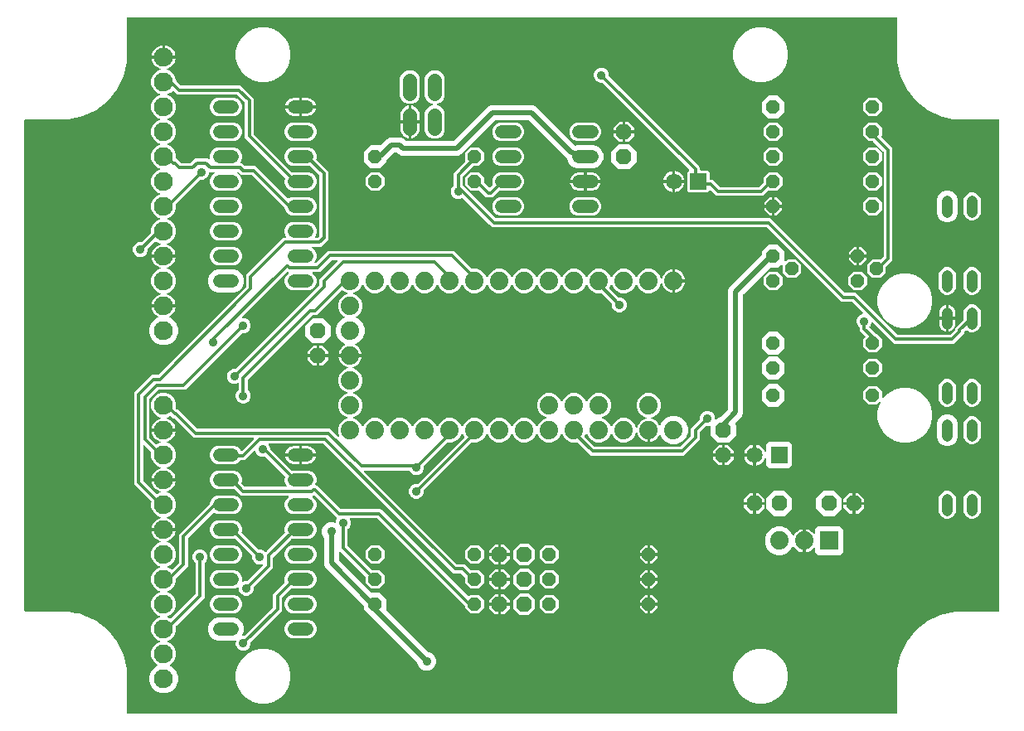
<source format=gbr>
G04 EAGLE Gerber RS-274X export*
G75*
%MOMM*%
%FSLAX34Y34*%
%LPD*%
%INTop Copper*%
%IPPOS*%
%AMOC8*
5,1,8,0,0,1.08239X$1,22.5*%
G01*
%ADD10C,1.879600*%
%ADD11C,1.651000*%
%ADD12R,1.651000X1.651000*%
%ADD13P,1.429621X8X292.500000*%
%ADD14P,1.429621X8X202.500000*%
%ADD15P,1.429621X8X22.500000*%
%ADD16C,1.320800*%
%ADD17C,1.930400*%
%ADD18P,1.732040X8X202.500000*%
%ADD19P,1.732040X8X22.500000*%
%ADD20P,1.732040X8X292.500000*%
%ADD21C,1.108000*%
%ADD22P,1.732040X8X112.500000*%
%ADD23C,1.422400*%
%ADD24C,1.323000*%
%ADD25R,1.879600X1.879600*%
%ADD26C,0.508000*%
%ADD27C,0.304800*%
%ADD28C,0.914400*%

G36*
X804311Y4D02*
X804311Y4D01*
X804330Y2D01*
X804432Y24D01*
X804534Y40D01*
X804551Y50D01*
X804571Y54D01*
X804660Y107D01*
X804751Y156D01*
X804765Y170D01*
X804782Y180D01*
X804849Y259D01*
X804921Y334D01*
X804929Y352D01*
X804942Y367D01*
X804981Y463D01*
X805024Y557D01*
X805026Y577D01*
X805034Y595D01*
X805052Y762D01*
X805052Y45555D01*
X808370Y60092D01*
X814840Y73526D01*
X824136Y85184D01*
X835794Y94480D01*
X849228Y100950D01*
X863765Y104268D01*
X908558Y104268D01*
X908578Y104271D01*
X908597Y104269D01*
X908699Y104291D01*
X908801Y104307D01*
X908818Y104317D01*
X908838Y104321D01*
X908927Y104374D01*
X909018Y104423D01*
X909032Y104437D01*
X909049Y104447D01*
X909116Y104526D01*
X909188Y104601D01*
X909196Y104619D01*
X909209Y104634D01*
X909248Y104730D01*
X909291Y104824D01*
X909293Y104844D01*
X909301Y104862D01*
X909319Y105029D01*
X909319Y606171D01*
X909316Y606191D01*
X909318Y606210D01*
X909296Y606312D01*
X909280Y606414D01*
X909270Y606431D01*
X909266Y606451D01*
X909213Y606540D01*
X909164Y606631D01*
X909150Y606645D01*
X909140Y606662D01*
X909061Y606729D01*
X908986Y606801D01*
X908968Y606809D01*
X908953Y606822D01*
X908857Y606861D01*
X908763Y606904D01*
X908743Y606906D01*
X908725Y606914D01*
X908558Y606932D01*
X863765Y606932D01*
X861454Y607460D01*
X861453Y607460D01*
X858118Y608221D01*
X854783Y608982D01*
X851448Y609743D01*
X851448Y609744D01*
X849228Y610250D01*
X835794Y616720D01*
X824136Y626016D01*
X814840Y637674D01*
X808370Y651108D01*
X805052Y665645D01*
X805052Y710438D01*
X805049Y710458D01*
X805051Y710477D01*
X805029Y710579D01*
X805013Y710681D01*
X805003Y710698D01*
X804999Y710718D01*
X804946Y710807D01*
X804897Y710898D01*
X804883Y710912D01*
X804873Y710929D01*
X804794Y710996D01*
X804719Y711068D01*
X804701Y711076D01*
X804686Y711089D01*
X804590Y711128D01*
X804496Y711171D01*
X804476Y711173D01*
X804458Y711181D01*
X804291Y711199D01*
X18669Y711199D01*
X18649Y711196D01*
X18630Y711198D01*
X18528Y711176D01*
X18426Y711160D01*
X18409Y711150D01*
X18389Y711146D01*
X18300Y711093D01*
X18209Y711044D01*
X18195Y711030D01*
X18178Y711020D01*
X18111Y710941D01*
X18039Y710866D01*
X18031Y710848D01*
X18018Y710833D01*
X17979Y710737D01*
X17936Y710643D01*
X17934Y710623D01*
X17926Y710605D01*
X17908Y710438D01*
X17908Y665645D01*
X14590Y651108D01*
X8120Y637674D01*
X-1176Y626016D01*
X-12834Y616720D01*
X-26268Y610250D01*
X-40805Y606932D01*
X-85598Y606932D01*
X-85618Y606929D01*
X-85637Y606931D01*
X-85739Y606909D01*
X-85841Y606893D01*
X-85858Y606883D01*
X-85878Y606879D01*
X-85967Y606826D01*
X-86058Y606777D01*
X-86072Y606763D01*
X-86089Y606753D01*
X-86156Y606674D01*
X-86228Y606599D01*
X-86236Y606581D01*
X-86249Y606566D01*
X-86288Y606470D01*
X-86331Y606376D01*
X-86333Y606356D01*
X-86341Y606338D01*
X-86359Y606171D01*
X-86359Y105029D01*
X-86358Y105019D01*
X-86358Y105014D01*
X-86356Y105006D01*
X-86358Y104990D01*
X-86336Y104888D01*
X-86320Y104786D01*
X-86310Y104769D01*
X-86306Y104749D01*
X-86253Y104660D01*
X-86204Y104569D01*
X-86190Y104555D01*
X-86180Y104538D01*
X-86101Y104471D01*
X-86026Y104399D01*
X-86008Y104391D01*
X-85993Y104378D01*
X-85897Y104339D01*
X-85803Y104296D01*
X-85783Y104294D01*
X-85765Y104286D01*
X-85598Y104268D01*
X-40805Y104268D01*
X-37657Y103549D01*
X-34321Y102788D01*
X-30986Y102027D01*
X-27651Y101265D01*
X-26268Y100950D01*
X-12834Y94480D01*
X-1176Y85184D01*
X8120Y73526D01*
X14590Y60092D01*
X17908Y45555D01*
X17908Y762D01*
X17911Y742D01*
X17909Y723D01*
X17931Y621D01*
X17947Y519D01*
X17957Y502D01*
X17961Y482D01*
X18014Y393D01*
X18063Y302D01*
X18077Y288D01*
X18087Y271D01*
X18166Y204D01*
X18241Y132D01*
X18259Y124D01*
X18274Y111D01*
X18370Y72D01*
X18464Y29D01*
X18484Y27D01*
X18502Y19D01*
X18669Y1D01*
X804291Y1D01*
X804311Y4D01*
G37*
%LPC*%
G36*
X52949Y20827D02*
X52949Y20827D01*
X47535Y23070D01*
X43390Y27215D01*
X41147Y32629D01*
X41147Y38491D01*
X43390Y43905D01*
X47535Y48050D01*
X48999Y48656D01*
X49060Y48694D01*
X49125Y48723D01*
X49164Y48758D01*
X49208Y48786D01*
X49254Y48841D01*
X49307Y48890D01*
X49332Y48935D01*
X49365Y48975D01*
X49391Y49042D01*
X49425Y49105D01*
X49434Y49157D01*
X49453Y49205D01*
X49456Y49277D01*
X49469Y49347D01*
X49461Y49399D01*
X49464Y49451D01*
X49444Y49520D01*
X49433Y49591D01*
X49409Y49637D01*
X49395Y49687D01*
X49354Y49746D01*
X49322Y49810D01*
X49284Y49846D01*
X49255Y49889D01*
X49197Y49932D01*
X49146Y49982D01*
X49083Y50017D01*
X49057Y50036D01*
X49035Y50043D01*
X48999Y50063D01*
X48686Y50193D01*
X45113Y53766D01*
X43179Y58434D01*
X43179Y63486D01*
X45113Y68154D01*
X48686Y71727D01*
X51654Y72957D01*
X51715Y72994D01*
X51780Y73024D01*
X51819Y73059D01*
X51863Y73086D01*
X51909Y73141D01*
X51962Y73190D01*
X51987Y73236D01*
X52020Y73276D01*
X52046Y73343D01*
X52080Y73406D01*
X52089Y73457D01*
X52108Y73505D01*
X52111Y73577D01*
X52124Y73648D01*
X52116Y73699D01*
X52118Y73751D01*
X52098Y73820D01*
X52088Y73891D01*
X52064Y73937D01*
X52050Y73987D01*
X52009Y74046D01*
X51977Y74110D01*
X51939Y74147D01*
X51910Y74189D01*
X51852Y74232D01*
X51801Y74282D01*
X51738Y74317D01*
X51712Y74336D01*
X51690Y74343D01*
X51654Y74363D01*
X48686Y75593D01*
X45113Y79166D01*
X43179Y83834D01*
X43179Y88886D01*
X45113Y93554D01*
X48686Y97127D01*
X51654Y98357D01*
X51715Y98394D01*
X51780Y98424D01*
X51819Y98459D01*
X51863Y98486D01*
X51909Y98541D01*
X51962Y98590D01*
X51987Y98636D01*
X52020Y98676D01*
X52046Y98743D01*
X52080Y98806D01*
X52089Y98857D01*
X52108Y98905D01*
X52111Y98977D01*
X52124Y99048D01*
X52116Y99099D01*
X52118Y99151D01*
X52098Y99220D01*
X52088Y99291D01*
X52064Y99337D01*
X52050Y99387D01*
X52009Y99446D01*
X51977Y99510D01*
X51939Y99547D01*
X51910Y99589D01*
X51852Y99632D01*
X51801Y99682D01*
X51738Y99717D01*
X51712Y99736D01*
X51690Y99743D01*
X51654Y99763D01*
X48686Y100993D01*
X45113Y104566D01*
X43179Y109234D01*
X43179Y114286D01*
X45113Y118954D01*
X48686Y122527D01*
X51654Y123757D01*
X51715Y123794D01*
X51780Y123824D01*
X51819Y123859D01*
X51863Y123886D01*
X51909Y123941D01*
X51962Y123990D01*
X51987Y124036D01*
X52020Y124076D01*
X52046Y124143D01*
X52080Y124206D01*
X52089Y124257D01*
X52108Y124305D01*
X52111Y124377D01*
X52124Y124448D01*
X52116Y124499D01*
X52118Y124551D01*
X52098Y124620D01*
X52088Y124691D01*
X52064Y124737D01*
X52050Y124787D01*
X52009Y124846D01*
X51977Y124910D01*
X51939Y124947D01*
X51910Y124989D01*
X51852Y125032D01*
X51801Y125082D01*
X51738Y125117D01*
X51712Y125136D01*
X51690Y125143D01*
X51654Y125163D01*
X48686Y126393D01*
X45113Y129966D01*
X43179Y134634D01*
X43179Y139686D01*
X45113Y144354D01*
X48686Y147927D01*
X51654Y149157D01*
X51715Y149194D01*
X51780Y149224D01*
X51819Y149259D01*
X51863Y149286D01*
X51909Y149341D01*
X51962Y149390D01*
X51987Y149436D01*
X52020Y149476D01*
X52046Y149543D01*
X52080Y149606D01*
X52089Y149657D01*
X52108Y149705D01*
X52111Y149777D01*
X52124Y149848D01*
X52116Y149899D01*
X52118Y149951D01*
X52098Y150020D01*
X52088Y150091D01*
X52064Y150137D01*
X52050Y150187D01*
X52009Y150246D01*
X51977Y150310D01*
X51939Y150347D01*
X51910Y150389D01*
X51852Y150432D01*
X51801Y150482D01*
X51738Y150517D01*
X51712Y150536D01*
X51690Y150543D01*
X51654Y150563D01*
X48686Y151793D01*
X45113Y155366D01*
X43179Y160034D01*
X43179Y165086D01*
X45113Y169754D01*
X48686Y173327D01*
X52394Y174863D01*
X52480Y174917D01*
X52569Y174965D01*
X52584Y174981D01*
X52603Y174993D01*
X52668Y175071D01*
X52737Y175145D01*
X52746Y175165D01*
X52760Y175182D01*
X52796Y175277D01*
X52838Y175369D01*
X52840Y175391D01*
X52848Y175412D01*
X52853Y175513D01*
X52863Y175614D01*
X52858Y175636D01*
X52859Y175658D01*
X52830Y175755D01*
X52808Y175854D01*
X52796Y175873D01*
X52790Y175894D01*
X52732Y175977D01*
X52680Y176064D01*
X52663Y176078D01*
X52650Y176096D01*
X52569Y176156D01*
X52491Y176222D01*
X52466Y176233D01*
X52453Y176243D01*
X52421Y176253D01*
X52338Y176291D01*
X51200Y176661D01*
X49490Y177532D01*
X47937Y178660D01*
X46580Y180017D01*
X45452Y181570D01*
X44581Y183280D01*
X43987Y185105D01*
X43777Y186437D01*
X55118Y186437D01*
X55138Y186440D01*
X55157Y186438D01*
X55259Y186460D01*
X55361Y186477D01*
X55378Y186486D01*
X55398Y186490D01*
X55487Y186543D01*
X55578Y186592D01*
X55592Y186606D01*
X55609Y186616D01*
X55676Y186695D01*
X55747Y186770D01*
X55756Y186788D01*
X55769Y186803D01*
X55807Y186899D01*
X55851Y186993D01*
X55853Y187013D01*
X55861Y187031D01*
X55879Y187198D01*
X55879Y188722D01*
X55876Y188742D01*
X55878Y188761D01*
X55856Y188863D01*
X55839Y188965D01*
X55830Y188982D01*
X55826Y189002D01*
X55773Y189091D01*
X55724Y189182D01*
X55710Y189196D01*
X55700Y189213D01*
X55621Y189280D01*
X55546Y189351D01*
X55528Y189360D01*
X55513Y189373D01*
X55417Y189412D01*
X55323Y189455D01*
X55303Y189457D01*
X55285Y189465D01*
X55118Y189483D01*
X43777Y189483D01*
X43987Y190815D01*
X44581Y192640D01*
X45452Y194350D01*
X46580Y195903D01*
X47937Y197260D01*
X49490Y198388D01*
X51200Y199259D01*
X52338Y199629D01*
X52428Y199676D01*
X52521Y199717D01*
X52537Y199732D01*
X52557Y199742D01*
X52627Y199815D01*
X52702Y199883D01*
X52713Y199903D01*
X52728Y199919D01*
X52771Y200010D01*
X52820Y200099D01*
X52824Y200121D01*
X52834Y200141D01*
X52846Y200241D01*
X52864Y200341D01*
X52861Y200363D01*
X52864Y200385D01*
X52843Y200484D01*
X52828Y200584D01*
X52818Y200604D01*
X52814Y200626D01*
X52763Y200713D01*
X52717Y200804D01*
X52701Y200819D01*
X52690Y200838D01*
X52614Y200905D01*
X52541Y200976D01*
X52517Y200989D01*
X52505Y201000D01*
X52474Y201013D01*
X52394Y201057D01*
X48686Y202593D01*
X45113Y206166D01*
X43179Y210834D01*
X43179Y215886D01*
X43327Y216242D01*
X43353Y216356D01*
X43382Y216469D01*
X43381Y216475D01*
X43383Y216481D01*
X43372Y216598D01*
X43363Y216714D01*
X43360Y216720D01*
X43360Y216726D01*
X43312Y216834D01*
X43266Y216941D01*
X43262Y216946D01*
X43260Y216951D01*
X43247Y216965D01*
X43162Y217072D01*
X25907Y234326D01*
X25907Y328030D01*
X43826Y345949D01*
X49607Y345949D01*
X49697Y345963D01*
X49788Y345971D01*
X49817Y345983D01*
X49849Y345988D01*
X49930Y346031D01*
X50014Y346067D01*
X50046Y346093D01*
X50067Y346104D01*
X50089Y346127D01*
X50145Y346172D01*
X139984Y436011D01*
X140037Y436085D01*
X140097Y436155D01*
X140109Y436185D01*
X140128Y436211D01*
X140155Y436298D01*
X140189Y436383D01*
X140193Y436424D01*
X140200Y436446D01*
X140199Y436478D01*
X140207Y436549D01*
X140207Y448426D01*
X177938Y486157D01*
X180124Y486157D01*
X180169Y486164D01*
X180215Y486162D01*
X180290Y486184D01*
X180367Y486196D01*
X180407Y486218D01*
X180451Y486231D01*
X180515Y486275D01*
X180584Y486312D01*
X180616Y486345D01*
X180653Y486371D01*
X180700Y486433D01*
X180753Y486490D01*
X180773Y486532D01*
X180800Y486568D01*
X180824Y486642D01*
X180857Y486713D01*
X180862Y486759D01*
X180876Y486802D01*
X180876Y486880D01*
X180884Y486957D01*
X180874Y487002D01*
X180874Y487048D01*
X180836Y487180D01*
X180832Y487198D01*
X180829Y487202D01*
X180827Y487209D01*
X179323Y490840D01*
X179323Y494680D01*
X180793Y498228D01*
X183508Y500943D01*
X187056Y502413D01*
X204104Y502413D01*
X207652Y500943D01*
X210367Y498228D01*
X211837Y494680D01*
X211837Y490840D01*
X210333Y487209D01*
X210322Y487165D01*
X210303Y487123D01*
X210294Y487046D01*
X210277Y486970D01*
X210281Y486924D01*
X210276Y486879D01*
X210292Y486802D01*
X210300Y486725D01*
X210318Y486683D01*
X210328Y486638D01*
X210368Y486571D01*
X210400Y486500D01*
X210431Y486466D01*
X210454Y486427D01*
X210513Y486376D01*
X210566Y486319D01*
X210606Y486297D01*
X210641Y486267D01*
X210713Y486238D01*
X210782Y486201D01*
X210827Y486192D01*
X210869Y486175D01*
X211005Y486160D01*
X211024Y486157D01*
X211029Y486158D01*
X211036Y486157D01*
X212675Y486157D01*
X212765Y486171D01*
X212856Y486179D01*
X212885Y486191D01*
X212917Y486196D01*
X212998Y486239D01*
X213082Y486275D01*
X213114Y486301D01*
X213135Y486312D01*
X213157Y486335D01*
X213213Y486380D01*
X214660Y487827D01*
X214713Y487901D01*
X214773Y487971D01*
X214785Y488001D01*
X214804Y488027D01*
X214831Y488114D01*
X214865Y488199D01*
X214869Y488240D01*
X214876Y488262D01*
X214875Y488294D01*
X214883Y488365D01*
X214883Y549479D01*
X214869Y549569D01*
X214861Y549660D01*
X214849Y549689D01*
X214844Y549721D01*
X214801Y549802D01*
X214765Y549886D01*
X214739Y549918D01*
X214728Y549939D01*
X214705Y549961D01*
X214660Y550017D01*
X205359Y559318D01*
X205264Y559386D01*
X205261Y559389D01*
X205237Y559409D01*
X205229Y559412D01*
X205170Y559456D01*
X205164Y559458D01*
X205159Y559462D01*
X205048Y559496D01*
X204936Y559532D01*
X204930Y559532D01*
X204924Y559534D01*
X204807Y559531D01*
X204690Y559530D01*
X204683Y559528D01*
X204678Y559528D01*
X204661Y559521D01*
X204529Y559483D01*
X204104Y559307D01*
X187056Y559307D01*
X183508Y560777D01*
X180793Y563492D01*
X179323Y567040D01*
X179323Y570880D01*
X180793Y574428D01*
X183508Y577143D01*
X187056Y578613D01*
X204104Y578613D01*
X207652Y577143D01*
X210367Y574428D01*
X211837Y570880D01*
X211837Y567040D01*
X211661Y566615D01*
X211653Y566581D01*
X211650Y566576D01*
X211649Y566567D01*
X211634Y566502D01*
X211605Y566388D01*
X211606Y566381D01*
X211604Y566375D01*
X211615Y566259D01*
X211625Y566142D01*
X211627Y566137D01*
X211628Y566130D01*
X211676Y566022D01*
X211721Y565916D01*
X211725Y565910D01*
X211728Y565906D01*
X211740Y565892D01*
X211826Y565785D01*
X224029Y553582D01*
X224029Y484262D01*
X219680Y479913D01*
X216778Y477011D01*
X207935Y477011D01*
X207839Y476996D01*
X207741Y476986D01*
X207718Y476976D01*
X207692Y476972D01*
X207606Y476926D01*
X207517Y476886D01*
X207497Y476869D01*
X207474Y476856D01*
X207407Y476786D01*
X207336Y476720D01*
X207323Y476697D01*
X207305Y476678D01*
X207264Y476590D01*
X207217Y476504D01*
X207212Y476479D01*
X207201Y476455D01*
X207191Y476358D01*
X207173Y476262D01*
X207177Y476236D01*
X207174Y476211D01*
X207195Y476115D01*
X207209Y476019D01*
X207221Y475996D01*
X207227Y475970D01*
X207277Y475886D01*
X207321Y475800D01*
X207339Y475781D01*
X207353Y475759D01*
X207427Y475696D01*
X207496Y475628D01*
X207525Y475612D01*
X207540Y475599D01*
X207570Y475587D01*
X207643Y475547D01*
X207652Y475543D01*
X210367Y472828D01*
X211837Y469280D01*
X211837Y465440D01*
X210367Y461892D01*
X210023Y461548D01*
X209981Y461490D01*
X209932Y461438D01*
X209910Y461391D01*
X209880Y461349D01*
X209859Y461280D01*
X209828Y461215D01*
X209823Y461163D01*
X209807Y461113D01*
X209809Y461042D01*
X209801Y460971D01*
X209812Y460920D01*
X209814Y460868D01*
X209838Y460800D01*
X209854Y460730D01*
X209880Y460685D01*
X209898Y460637D01*
X209943Y460581D01*
X209980Y460519D01*
X210019Y460485D01*
X210052Y460445D01*
X210112Y460406D01*
X210167Y460359D01*
X210215Y460340D01*
X210259Y460312D01*
X210328Y460294D01*
X210395Y460267D01*
X210466Y460259D01*
X210497Y460251D01*
X210521Y460253D01*
X210562Y460249D01*
X211151Y460249D01*
X211241Y460263D01*
X211332Y460271D01*
X211361Y460283D01*
X211393Y460288D01*
X211474Y460331D01*
X211558Y460367D01*
X211590Y460393D01*
X211611Y460404D01*
X211633Y460427D01*
X211689Y460472D01*
X223658Y472441D01*
X352414Y472441D01*
X370225Y454630D01*
X370299Y454577D01*
X370369Y454517D01*
X370399Y454505D01*
X370425Y454486D01*
X370512Y454459D01*
X370597Y454425D01*
X370638Y454421D01*
X370660Y454414D01*
X370692Y454415D01*
X370763Y454407D01*
X375856Y454407D01*
X380431Y452512D01*
X383932Y449011D01*
X385377Y445522D01*
X385415Y445461D01*
X385444Y445396D01*
X385479Y445358D01*
X385506Y445313D01*
X385562Y445267D01*
X385610Y445215D01*
X385656Y445190D01*
X385696Y445156D01*
X385763Y445131D01*
X385826Y445096D01*
X385877Y445087D01*
X385925Y445068D01*
X385997Y445065D01*
X386068Y445052D01*
X386119Y445060D01*
X386171Y445058D01*
X386240Y445078D01*
X386311Y445088D01*
X386357Y445112D01*
X386407Y445126D01*
X386466Y445167D01*
X386530Y445200D01*
X386567Y445237D01*
X386609Y445267D01*
X386652Y445324D01*
X386702Y445375D01*
X386737Y445438D01*
X386756Y445464D01*
X386763Y445486D01*
X386783Y445522D01*
X388228Y449011D01*
X391729Y452512D01*
X396304Y454407D01*
X401256Y454407D01*
X405831Y452512D01*
X409332Y449011D01*
X410777Y445522D01*
X410815Y445461D01*
X410844Y445396D01*
X410879Y445358D01*
X410906Y445313D01*
X410962Y445267D01*
X411010Y445215D01*
X411056Y445190D01*
X411096Y445156D01*
X411163Y445131D01*
X411226Y445096D01*
X411277Y445087D01*
X411325Y445068D01*
X411397Y445065D01*
X411468Y445052D01*
X411519Y445060D01*
X411571Y445058D01*
X411640Y445078D01*
X411711Y445088D01*
X411757Y445112D01*
X411807Y445126D01*
X411866Y445167D01*
X411930Y445200D01*
X411967Y445237D01*
X412009Y445267D01*
X412052Y445324D01*
X412102Y445375D01*
X412137Y445438D01*
X412156Y445464D01*
X412163Y445486D01*
X412183Y445522D01*
X413628Y449011D01*
X417129Y452512D01*
X421704Y454407D01*
X426656Y454407D01*
X431231Y452512D01*
X434732Y449011D01*
X436177Y445522D01*
X436215Y445461D01*
X436244Y445396D01*
X436279Y445358D01*
X436306Y445313D01*
X436362Y445267D01*
X436410Y445215D01*
X436456Y445190D01*
X436496Y445156D01*
X436563Y445131D01*
X436626Y445096D01*
X436677Y445087D01*
X436725Y445068D01*
X436797Y445065D01*
X436868Y445052D01*
X436919Y445060D01*
X436971Y445058D01*
X437040Y445078D01*
X437111Y445088D01*
X437157Y445112D01*
X437207Y445126D01*
X437266Y445167D01*
X437330Y445200D01*
X437367Y445237D01*
X437409Y445267D01*
X437452Y445324D01*
X437502Y445375D01*
X437537Y445438D01*
X437556Y445464D01*
X437563Y445486D01*
X437583Y445522D01*
X439028Y449011D01*
X442529Y452512D01*
X447104Y454407D01*
X452056Y454407D01*
X456631Y452512D01*
X460132Y449011D01*
X461577Y445522D01*
X461615Y445461D01*
X461644Y445396D01*
X461679Y445358D01*
X461706Y445313D01*
X461762Y445267D01*
X461810Y445215D01*
X461856Y445190D01*
X461896Y445156D01*
X461963Y445131D01*
X462026Y445096D01*
X462077Y445087D01*
X462125Y445068D01*
X462197Y445065D01*
X462268Y445052D01*
X462319Y445060D01*
X462371Y445058D01*
X462440Y445078D01*
X462511Y445088D01*
X462557Y445112D01*
X462607Y445126D01*
X462666Y445167D01*
X462730Y445200D01*
X462767Y445237D01*
X462809Y445267D01*
X462852Y445324D01*
X462902Y445375D01*
X462937Y445438D01*
X462956Y445464D01*
X462963Y445486D01*
X462983Y445522D01*
X464428Y449011D01*
X467929Y452512D01*
X472504Y454407D01*
X477456Y454407D01*
X482031Y452512D01*
X485532Y449011D01*
X486977Y445522D01*
X487015Y445461D01*
X487044Y445396D01*
X487079Y445358D01*
X487106Y445313D01*
X487162Y445267D01*
X487210Y445215D01*
X487256Y445190D01*
X487296Y445156D01*
X487363Y445131D01*
X487426Y445096D01*
X487477Y445087D01*
X487525Y445068D01*
X487597Y445065D01*
X487668Y445052D01*
X487719Y445060D01*
X487771Y445058D01*
X487840Y445078D01*
X487911Y445088D01*
X487957Y445112D01*
X488007Y445126D01*
X488066Y445167D01*
X488130Y445200D01*
X488167Y445237D01*
X488209Y445267D01*
X488252Y445324D01*
X488302Y445375D01*
X488337Y445438D01*
X488356Y445464D01*
X488363Y445486D01*
X488383Y445522D01*
X489828Y449011D01*
X493329Y452512D01*
X497904Y454407D01*
X502856Y454407D01*
X507431Y452512D01*
X510932Y449011D01*
X512377Y445522D01*
X512415Y445461D01*
X512444Y445396D01*
X512479Y445358D01*
X512506Y445313D01*
X512562Y445267D01*
X512610Y445215D01*
X512656Y445190D01*
X512696Y445156D01*
X512763Y445131D01*
X512826Y445096D01*
X512877Y445087D01*
X512925Y445068D01*
X512997Y445065D01*
X513068Y445052D01*
X513119Y445060D01*
X513171Y445058D01*
X513240Y445078D01*
X513311Y445088D01*
X513357Y445112D01*
X513407Y445126D01*
X513466Y445167D01*
X513530Y445200D01*
X513567Y445237D01*
X513609Y445267D01*
X513652Y445324D01*
X513702Y445375D01*
X513737Y445438D01*
X513756Y445464D01*
X513763Y445486D01*
X513783Y445522D01*
X515228Y449011D01*
X518729Y452512D01*
X523304Y454407D01*
X528256Y454407D01*
X532831Y452512D01*
X536332Y449011D01*
X537777Y445522D01*
X537815Y445461D01*
X537844Y445396D01*
X537879Y445358D01*
X537906Y445313D01*
X537962Y445267D01*
X538010Y445215D01*
X538056Y445190D01*
X538096Y445156D01*
X538163Y445131D01*
X538226Y445096D01*
X538277Y445087D01*
X538325Y445068D01*
X538397Y445065D01*
X538468Y445052D01*
X538519Y445060D01*
X538571Y445058D01*
X538640Y445078D01*
X538711Y445088D01*
X538757Y445112D01*
X538807Y445126D01*
X538866Y445167D01*
X538930Y445200D01*
X538967Y445237D01*
X539009Y445267D01*
X539052Y445324D01*
X539102Y445375D01*
X539137Y445438D01*
X539156Y445464D01*
X539163Y445486D01*
X539183Y445522D01*
X540628Y449011D01*
X544129Y452512D01*
X548704Y454407D01*
X553656Y454407D01*
X558231Y452512D01*
X561732Y449011D01*
X563512Y444712D01*
X563566Y444626D01*
X563614Y444537D01*
X563630Y444522D01*
X563642Y444503D01*
X563720Y444439D01*
X563794Y444370D01*
X563814Y444361D01*
X563831Y444347D01*
X563926Y444310D01*
X564018Y444269D01*
X564040Y444266D01*
X564061Y444258D01*
X564162Y444254D01*
X564263Y444244D01*
X564284Y444249D01*
X564307Y444248D01*
X564404Y444276D01*
X564503Y444299D01*
X564522Y444310D01*
X564543Y444317D01*
X564626Y444374D01*
X564712Y444427D01*
X564727Y444444D01*
X564745Y444457D01*
X564805Y444538D01*
X564870Y444616D01*
X564882Y444641D01*
X564892Y444654D01*
X564902Y444685D01*
X564939Y444769D01*
X565516Y446543D01*
X566369Y448217D01*
X567474Y449738D01*
X568802Y451066D01*
X570323Y452171D01*
X571997Y453024D01*
X573784Y453605D01*
X575057Y453806D01*
X575057Y442722D01*
X575060Y442702D01*
X575058Y442683D01*
X575080Y442581D01*
X575097Y442479D01*
X575106Y442462D01*
X575110Y442442D01*
X575163Y442353D01*
X575212Y442262D01*
X575226Y442248D01*
X575236Y442231D01*
X575315Y442164D01*
X575390Y442093D01*
X575408Y442084D01*
X575423Y442071D01*
X575519Y442033D01*
X575613Y441989D01*
X575633Y441987D01*
X575651Y441979D01*
X575818Y441961D01*
X576581Y441961D01*
X576581Y441959D01*
X575818Y441959D01*
X575798Y441956D01*
X575779Y441958D01*
X575677Y441936D01*
X575575Y441919D01*
X575558Y441910D01*
X575538Y441906D01*
X575449Y441853D01*
X575358Y441804D01*
X575344Y441790D01*
X575327Y441780D01*
X575260Y441701D01*
X575189Y441626D01*
X575180Y441608D01*
X575167Y441593D01*
X575128Y441497D01*
X575085Y441403D01*
X575083Y441383D01*
X575075Y441365D01*
X575057Y441198D01*
X575057Y430114D01*
X573784Y430315D01*
X571997Y430896D01*
X570323Y431749D01*
X568802Y432854D01*
X567474Y434182D01*
X566369Y435703D01*
X565516Y437377D01*
X564939Y439151D01*
X564893Y439241D01*
X564852Y439334D01*
X564837Y439350D01*
X564827Y439370D01*
X564754Y439440D01*
X564685Y439515D01*
X564666Y439526D01*
X564650Y439541D01*
X564559Y439585D01*
X564470Y439634D01*
X564448Y439638D01*
X564428Y439647D01*
X564328Y439659D01*
X564228Y439677D01*
X564206Y439674D01*
X564184Y439677D01*
X564085Y439656D01*
X563985Y439642D01*
X563965Y439632D01*
X563943Y439627D01*
X563856Y439576D01*
X563765Y439530D01*
X563750Y439514D01*
X563731Y439503D01*
X563664Y439427D01*
X563593Y439355D01*
X563580Y439330D01*
X563569Y439318D01*
X563556Y439288D01*
X563512Y439208D01*
X561732Y434909D01*
X558231Y431408D01*
X553656Y429513D01*
X548704Y429513D01*
X544129Y431408D01*
X540628Y434909D01*
X539183Y438398D01*
X539145Y438459D01*
X539116Y438524D01*
X539081Y438563D01*
X539054Y438607D01*
X538998Y438653D01*
X538950Y438705D01*
X538904Y438730D01*
X538864Y438764D01*
X538797Y438789D01*
X538734Y438824D01*
X538683Y438833D01*
X538635Y438852D01*
X538563Y438855D01*
X538492Y438868D01*
X538441Y438860D01*
X538389Y438862D01*
X538320Y438842D01*
X538249Y438832D01*
X538203Y438808D01*
X538153Y438794D01*
X538094Y438753D01*
X538030Y438720D01*
X537993Y438683D01*
X537951Y438653D01*
X537908Y438596D01*
X537858Y438545D01*
X537823Y438482D01*
X537804Y438456D01*
X537797Y438434D01*
X537777Y438398D01*
X536332Y434909D01*
X532831Y431408D01*
X528256Y429513D01*
X523304Y429513D01*
X518729Y431408D01*
X515228Y434909D01*
X513783Y438398D01*
X513745Y438459D01*
X513716Y438524D01*
X513681Y438563D01*
X513654Y438607D01*
X513598Y438653D01*
X513550Y438705D01*
X513504Y438730D01*
X513464Y438764D01*
X513397Y438789D01*
X513334Y438824D01*
X513283Y438833D01*
X513235Y438852D01*
X513163Y438855D01*
X513092Y438868D01*
X513041Y438860D01*
X512989Y438862D01*
X512920Y438842D01*
X512849Y438832D01*
X512803Y438808D01*
X512753Y438794D01*
X512694Y438753D01*
X512630Y438720D01*
X512593Y438683D01*
X512551Y438653D01*
X512508Y438596D01*
X512458Y438545D01*
X512423Y438482D01*
X512404Y438456D01*
X512397Y438434D01*
X512377Y438398D01*
X510954Y434962D01*
X510943Y434918D01*
X510925Y434879D01*
X510918Y434813D01*
X510898Y434735D01*
X510899Y434728D01*
X510897Y434722D01*
X510902Y434671D01*
X510898Y434635D01*
X510910Y434579D01*
X510917Y434490D01*
X510920Y434484D01*
X510920Y434478D01*
X510944Y434425D01*
X510950Y434395D01*
X510976Y434352D01*
X511014Y434263D01*
X511018Y434257D01*
X511020Y434253D01*
X511033Y434239D01*
X511074Y434188D01*
X511077Y434184D01*
X511079Y434181D01*
X511119Y434132D01*
X519831Y425420D01*
X519905Y425367D01*
X519975Y425307D01*
X520005Y425295D01*
X520031Y425276D01*
X520118Y425249D01*
X520203Y425215D01*
X520244Y425211D01*
X520266Y425204D01*
X520298Y425205D01*
X520369Y425197D01*
X522724Y425197D01*
X525525Y424037D01*
X527669Y421893D01*
X528829Y419092D01*
X528829Y416060D01*
X527669Y413259D01*
X525525Y411115D01*
X522724Y409955D01*
X519692Y409955D01*
X516891Y411115D01*
X514747Y413259D01*
X513587Y416060D01*
X513587Y418415D01*
X513573Y418505D01*
X513565Y418596D01*
X513553Y418625D01*
X513548Y418657D01*
X513505Y418738D01*
X513469Y418822D01*
X513443Y418854D01*
X513432Y418875D01*
X513409Y418897D01*
X513364Y418953D01*
X503027Y429290D01*
X502953Y429343D01*
X502883Y429403D01*
X502853Y429415D01*
X502827Y429434D01*
X502740Y429461D01*
X502655Y429495D01*
X502614Y429499D01*
X502592Y429506D01*
X502560Y429505D01*
X502489Y429513D01*
X497904Y429513D01*
X493329Y431408D01*
X489828Y434909D01*
X488383Y438398D01*
X488345Y438459D01*
X488316Y438524D01*
X488281Y438563D01*
X488254Y438607D01*
X488198Y438653D01*
X488150Y438705D01*
X488104Y438730D01*
X488064Y438764D01*
X487997Y438789D01*
X487934Y438824D01*
X487883Y438833D01*
X487835Y438852D01*
X487763Y438855D01*
X487692Y438868D01*
X487641Y438860D01*
X487589Y438862D01*
X487520Y438842D01*
X487449Y438832D01*
X487403Y438808D01*
X487353Y438794D01*
X487294Y438753D01*
X487230Y438720D01*
X487193Y438683D01*
X487151Y438653D01*
X487108Y438596D01*
X487058Y438545D01*
X487023Y438482D01*
X487004Y438456D01*
X486997Y438434D01*
X486977Y438398D01*
X485532Y434909D01*
X482031Y431408D01*
X477456Y429513D01*
X472504Y429513D01*
X467929Y431408D01*
X464428Y434909D01*
X462983Y438398D01*
X462945Y438459D01*
X462916Y438524D01*
X462881Y438563D01*
X462854Y438607D01*
X462798Y438653D01*
X462750Y438705D01*
X462704Y438730D01*
X462664Y438764D01*
X462597Y438789D01*
X462534Y438824D01*
X462483Y438833D01*
X462435Y438852D01*
X462363Y438855D01*
X462292Y438868D01*
X462241Y438860D01*
X462189Y438862D01*
X462120Y438842D01*
X462049Y438832D01*
X462003Y438808D01*
X461953Y438794D01*
X461894Y438753D01*
X461830Y438720D01*
X461793Y438683D01*
X461751Y438653D01*
X461708Y438596D01*
X461658Y438545D01*
X461623Y438482D01*
X461604Y438456D01*
X461597Y438434D01*
X461577Y438398D01*
X460132Y434909D01*
X456631Y431408D01*
X452056Y429513D01*
X447104Y429513D01*
X442529Y431408D01*
X439028Y434909D01*
X437583Y438398D01*
X437545Y438459D01*
X437516Y438524D01*
X437481Y438563D01*
X437454Y438607D01*
X437398Y438653D01*
X437350Y438705D01*
X437304Y438730D01*
X437264Y438764D01*
X437197Y438789D01*
X437134Y438824D01*
X437083Y438833D01*
X437035Y438852D01*
X436963Y438855D01*
X436892Y438868D01*
X436841Y438860D01*
X436789Y438862D01*
X436720Y438842D01*
X436649Y438832D01*
X436603Y438808D01*
X436553Y438794D01*
X436494Y438753D01*
X436430Y438720D01*
X436393Y438683D01*
X436351Y438653D01*
X436308Y438596D01*
X436258Y438545D01*
X436223Y438482D01*
X436204Y438456D01*
X436197Y438434D01*
X436177Y438398D01*
X434732Y434909D01*
X431231Y431408D01*
X426656Y429513D01*
X421704Y429513D01*
X417129Y431408D01*
X413628Y434909D01*
X412183Y438398D01*
X412145Y438459D01*
X412116Y438524D01*
X412081Y438563D01*
X412054Y438607D01*
X411998Y438653D01*
X411950Y438705D01*
X411904Y438730D01*
X411864Y438764D01*
X411797Y438789D01*
X411734Y438824D01*
X411683Y438833D01*
X411635Y438852D01*
X411563Y438855D01*
X411492Y438868D01*
X411441Y438860D01*
X411389Y438862D01*
X411320Y438842D01*
X411249Y438832D01*
X411203Y438808D01*
X411153Y438794D01*
X411094Y438753D01*
X411030Y438720D01*
X410993Y438683D01*
X410951Y438653D01*
X410908Y438596D01*
X410858Y438545D01*
X410823Y438482D01*
X410804Y438456D01*
X410797Y438434D01*
X410777Y438398D01*
X409332Y434909D01*
X405831Y431408D01*
X401256Y429513D01*
X396304Y429513D01*
X391729Y431408D01*
X388228Y434909D01*
X386783Y438398D01*
X386745Y438459D01*
X386716Y438524D01*
X386681Y438563D01*
X386654Y438607D01*
X386598Y438653D01*
X386550Y438705D01*
X386504Y438730D01*
X386464Y438764D01*
X386397Y438789D01*
X386334Y438824D01*
X386283Y438833D01*
X386235Y438852D01*
X386163Y438855D01*
X386092Y438868D01*
X386041Y438860D01*
X385989Y438862D01*
X385920Y438842D01*
X385849Y438832D01*
X385803Y438808D01*
X385753Y438794D01*
X385694Y438753D01*
X385630Y438720D01*
X385593Y438683D01*
X385551Y438653D01*
X385508Y438596D01*
X385458Y438545D01*
X385423Y438482D01*
X385404Y438456D01*
X385397Y438434D01*
X385377Y438398D01*
X383932Y434909D01*
X380431Y431408D01*
X375856Y429513D01*
X370904Y429513D01*
X366329Y431408D01*
X362828Y434909D01*
X361383Y438398D01*
X361345Y438459D01*
X361316Y438524D01*
X361281Y438563D01*
X361254Y438607D01*
X361198Y438653D01*
X361150Y438705D01*
X361104Y438730D01*
X361064Y438764D01*
X360997Y438789D01*
X360934Y438824D01*
X360883Y438833D01*
X360835Y438852D01*
X360763Y438855D01*
X360692Y438868D01*
X360641Y438860D01*
X360589Y438862D01*
X360520Y438842D01*
X360449Y438832D01*
X360403Y438808D01*
X360353Y438794D01*
X360294Y438753D01*
X360230Y438720D01*
X360193Y438683D01*
X360151Y438653D01*
X360108Y438596D01*
X360058Y438545D01*
X360023Y438482D01*
X360004Y438456D01*
X359997Y438434D01*
X359977Y438398D01*
X358532Y434909D01*
X355031Y431408D01*
X350456Y429513D01*
X345504Y429513D01*
X340929Y431408D01*
X337428Y434909D01*
X335983Y438398D01*
X335945Y438459D01*
X335916Y438524D01*
X335881Y438563D01*
X335854Y438607D01*
X335798Y438653D01*
X335750Y438705D01*
X335704Y438730D01*
X335664Y438764D01*
X335597Y438789D01*
X335534Y438824D01*
X335483Y438833D01*
X335435Y438852D01*
X335363Y438855D01*
X335292Y438868D01*
X335241Y438860D01*
X335189Y438862D01*
X335120Y438842D01*
X335049Y438832D01*
X335003Y438808D01*
X334953Y438794D01*
X334894Y438753D01*
X334830Y438720D01*
X334793Y438683D01*
X334751Y438653D01*
X334708Y438596D01*
X334658Y438545D01*
X334623Y438482D01*
X334604Y438456D01*
X334597Y438434D01*
X334577Y438398D01*
X333132Y434909D01*
X329631Y431408D01*
X325056Y429513D01*
X320104Y429513D01*
X315529Y431408D01*
X312028Y434909D01*
X310583Y438398D01*
X310545Y438459D01*
X310516Y438524D01*
X310481Y438563D01*
X310454Y438607D01*
X310398Y438653D01*
X310350Y438705D01*
X310304Y438730D01*
X310264Y438764D01*
X310197Y438789D01*
X310134Y438824D01*
X310083Y438833D01*
X310035Y438852D01*
X309963Y438855D01*
X309892Y438868D01*
X309841Y438860D01*
X309789Y438862D01*
X309720Y438842D01*
X309649Y438832D01*
X309603Y438808D01*
X309553Y438794D01*
X309494Y438753D01*
X309430Y438720D01*
X309393Y438683D01*
X309351Y438653D01*
X309308Y438596D01*
X309258Y438545D01*
X309223Y438482D01*
X309204Y438456D01*
X309197Y438434D01*
X309177Y438398D01*
X307732Y434909D01*
X304231Y431408D01*
X299656Y429513D01*
X294704Y429513D01*
X290129Y431408D01*
X286628Y434909D01*
X285183Y438398D01*
X285145Y438459D01*
X285116Y438524D01*
X285081Y438563D01*
X285054Y438607D01*
X284998Y438653D01*
X284950Y438705D01*
X284904Y438730D01*
X284864Y438764D01*
X284797Y438789D01*
X284734Y438824D01*
X284683Y438833D01*
X284635Y438852D01*
X284563Y438855D01*
X284492Y438868D01*
X284441Y438860D01*
X284389Y438862D01*
X284320Y438842D01*
X284249Y438832D01*
X284203Y438808D01*
X284153Y438794D01*
X284094Y438753D01*
X284030Y438720D01*
X283993Y438683D01*
X283951Y438653D01*
X283908Y438596D01*
X283858Y438545D01*
X283823Y438482D01*
X283804Y438456D01*
X283797Y438434D01*
X283777Y438398D01*
X282332Y434909D01*
X278831Y431408D01*
X274256Y429513D01*
X269304Y429513D01*
X264729Y431408D01*
X261228Y434909D01*
X259783Y438398D01*
X259745Y438459D01*
X259716Y438524D01*
X259681Y438563D01*
X259654Y438607D01*
X259598Y438653D01*
X259550Y438705D01*
X259504Y438730D01*
X259464Y438764D01*
X259397Y438789D01*
X259334Y438824D01*
X259283Y438833D01*
X259235Y438852D01*
X259163Y438855D01*
X259092Y438868D01*
X259041Y438860D01*
X258989Y438862D01*
X258920Y438842D01*
X258849Y438832D01*
X258803Y438808D01*
X258753Y438794D01*
X258694Y438753D01*
X258630Y438720D01*
X258593Y438683D01*
X258551Y438653D01*
X258508Y438596D01*
X258458Y438545D01*
X258423Y438482D01*
X258404Y438456D01*
X258397Y438434D01*
X258377Y438398D01*
X256932Y434909D01*
X253431Y431408D01*
X249942Y429963D01*
X249881Y429925D01*
X249816Y429896D01*
X249778Y429861D01*
X249733Y429834D01*
X249687Y429778D01*
X249635Y429730D01*
X249610Y429684D01*
X249576Y429644D01*
X249551Y429577D01*
X249516Y429514D01*
X249507Y429463D01*
X249488Y429415D01*
X249485Y429343D01*
X249472Y429272D01*
X249480Y429221D01*
X249478Y429169D01*
X249498Y429100D01*
X249508Y429029D01*
X249532Y428983D01*
X249546Y428933D01*
X249587Y428874D01*
X249620Y428810D01*
X249657Y428773D01*
X249687Y428731D01*
X249744Y428688D01*
X249795Y428638D01*
X249858Y428603D01*
X249884Y428584D01*
X249906Y428577D01*
X249942Y428557D01*
X253431Y427112D01*
X256932Y423611D01*
X258827Y419036D01*
X258827Y414084D01*
X256932Y409509D01*
X253431Y406008D01*
X252597Y405663D01*
X252536Y405625D01*
X252471Y405596D01*
X252433Y405561D01*
X252388Y405533D01*
X252342Y405478D01*
X252290Y405430D01*
X252265Y405384D01*
X252231Y405344D01*
X252206Y405277D01*
X252171Y405214D01*
X252162Y405163D01*
X252143Y405114D01*
X252140Y405043D01*
X252127Y404972D01*
X252135Y404921D01*
X252133Y404869D01*
X252153Y404800D01*
X252163Y404729D01*
X252187Y404682D01*
X252201Y404632D01*
X252242Y404573D01*
X252275Y404510D01*
X252312Y404473D01*
X252342Y404430D01*
X252399Y404387D01*
X252450Y404337D01*
X252513Y404303D01*
X252539Y404283D01*
X252561Y404276D01*
X252597Y404256D01*
X254582Y403434D01*
X258654Y399362D01*
X260859Y394040D01*
X260859Y388280D01*
X258654Y382958D01*
X254582Y378886D01*
X251879Y377766D01*
X251844Y377744D01*
X251804Y377730D01*
X251740Y377680D01*
X251670Y377637D01*
X251644Y377604D01*
X251611Y377578D01*
X251566Y377510D01*
X251514Y377447D01*
X251499Y377408D01*
X251475Y377373D01*
X251455Y377294D01*
X251425Y377218D01*
X251424Y377176D01*
X251413Y377135D01*
X251418Y377053D01*
X251415Y376972D01*
X251427Y376931D01*
X251430Y376890D01*
X251461Y376814D01*
X251484Y376736D01*
X251507Y376701D01*
X251523Y376662D01*
X251577Y376601D01*
X251624Y376534D01*
X251657Y376508D01*
X251685Y376477D01*
X251814Y376392D01*
X251821Y376387D01*
X251823Y376386D01*
X251825Y376385D01*
X252637Y375971D01*
X254158Y374866D01*
X255486Y373538D01*
X256591Y372017D01*
X257444Y370343D01*
X258025Y368556D01*
X258226Y367283D01*
X247142Y367283D01*
X247122Y367280D01*
X247103Y367282D01*
X247001Y367260D01*
X246899Y367243D01*
X246882Y367234D01*
X246862Y367230D01*
X246773Y367177D01*
X246682Y367128D01*
X246668Y367114D01*
X246651Y367104D01*
X246584Y367025D01*
X246513Y366950D01*
X246504Y366932D01*
X246491Y366917D01*
X246453Y366821D01*
X246409Y366727D01*
X246407Y366707D01*
X246399Y366689D01*
X246381Y366522D01*
X246381Y364998D01*
X246384Y364978D01*
X246382Y364959D01*
X246404Y364857D01*
X246421Y364755D01*
X246430Y364738D01*
X246434Y364718D01*
X246487Y364629D01*
X246536Y364538D01*
X246550Y364524D01*
X246560Y364507D01*
X246639Y364440D01*
X246714Y364369D01*
X246732Y364360D01*
X246747Y364347D01*
X246843Y364308D01*
X246937Y364265D01*
X246957Y364263D01*
X246975Y364255D01*
X247142Y364237D01*
X258226Y364237D01*
X258025Y362964D01*
X257444Y361177D01*
X256591Y359503D01*
X255486Y357982D01*
X254158Y356654D01*
X252637Y355549D01*
X250963Y354696D01*
X249189Y354119D01*
X249099Y354073D01*
X249006Y354032D01*
X248990Y354017D01*
X248970Y354007D01*
X248900Y353934D01*
X248825Y353865D01*
X248814Y353846D01*
X248799Y353830D01*
X248755Y353739D01*
X248706Y353650D01*
X248702Y353628D01*
X248693Y353608D01*
X248681Y353508D01*
X248663Y353408D01*
X248666Y353386D01*
X248663Y353364D01*
X248684Y353265D01*
X248698Y353165D01*
X248708Y353145D01*
X248713Y353123D01*
X248764Y353036D01*
X248810Y352945D01*
X248826Y352930D01*
X248837Y352911D01*
X248913Y352844D01*
X248985Y352773D01*
X249010Y352760D01*
X249022Y352749D01*
X249052Y352736D01*
X249132Y352692D01*
X253431Y350912D01*
X256932Y347411D01*
X258827Y342836D01*
X258827Y337884D01*
X256932Y333309D01*
X253431Y329808D01*
X249942Y328363D01*
X249881Y328325D01*
X249816Y328296D01*
X249778Y328261D01*
X249733Y328234D01*
X249688Y328178D01*
X249635Y328130D01*
X249610Y328084D01*
X249576Y328044D01*
X249551Y327977D01*
X249516Y327914D01*
X249507Y327863D01*
X249488Y327815D01*
X249485Y327743D01*
X249472Y327672D01*
X249480Y327621D01*
X249478Y327569D01*
X249498Y327500D01*
X249508Y327429D01*
X249532Y327383D01*
X249546Y327333D01*
X249587Y327274D01*
X249620Y327210D01*
X249657Y327173D01*
X249687Y327131D01*
X249744Y327088D01*
X249795Y327038D01*
X249858Y327003D01*
X249884Y326984D01*
X249906Y326977D01*
X249942Y326957D01*
X253431Y325512D01*
X256932Y322011D01*
X258827Y317436D01*
X258827Y312484D01*
X256932Y307909D01*
X253431Y304408D01*
X249942Y302963D01*
X249881Y302925D01*
X249816Y302896D01*
X249778Y302861D01*
X249733Y302834D01*
X249687Y302778D01*
X249635Y302730D01*
X249610Y302684D01*
X249576Y302644D01*
X249551Y302577D01*
X249516Y302514D01*
X249507Y302463D01*
X249488Y302415D01*
X249485Y302343D01*
X249472Y302272D01*
X249480Y302221D01*
X249478Y302169D01*
X249498Y302100D01*
X249508Y302029D01*
X249532Y301983D01*
X249546Y301933D01*
X249587Y301874D01*
X249620Y301810D01*
X249657Y301773D01*
X249687Y301731D01*
X249744Y301688D01*
X249795Y301638D01*
X249858Y301603D01*
X249884Y301584D01*
X249906Y301577D01*
X249942Y301557D01*
X253431Y300112D01*
X256932Y296611D01*
X258377Y293122D01*
X258415Y293061D01*
X258444Y292996D01*
X258479Y292958D01*
X258506Y292913D01*
X258562Y292867D01*
X258610Y292815D01*
X258656Y292790D01*
X258696Y292756D01*
X258763Y292731D01*
X258826Y292696D01*
X258877Y292687D01*
X258925Y292668D01*
X258997Y292665D01*
X259068Y292652D01*
X259119Y292660D01*
X259171Y292658D01*
X259240Y292678D01*
X259311Y292688D01*
X259357Y292712D01*
X259407Y292726D01*
X259466Y292767D01*
X259530Y292800D01*
X259567Y292837D01*
X259609Y292867D01*
X259652Y292924D01*
X259702Y292975D01*
X259737Y293038D01*
X259756Y293064D01*
X259763Y293086D01*
X259783Y293122D01*
X261228Y296611D01*
X264729Y300112D01*
X269304Y302007D01*
X274256Y302007D01*
X278831Y300112D01*
X282332Y296611D01*
X283777Y293122D01*
X283815Y293061D01*
X283844Y292996D01*
X283879Y292958D01*
X283906Y292913D01*
X283962Y292867D01*
X284010Y292815D01*
X284056Y292790D01*
X284096Y292756D01*
X284163Y292731D01*
X284226Y292696D01*
X284277Y292687D01*
X284325Y292668D01*
X284397Y292665D01*
X284468Y292652D01*
X284519Y292660D01*
X284571Y292658D01*
X284640Y292678D01*
X284711Y292688D01*
X284757Y292712D01*
X284807Y292726D01*
X284866Y292767D01*
X284930Y292800D01*
X284967Y292837D01*
X285009Y292867D01*
X285052Y292924D01*
X285102Y292975D01*
X285137Y293038D01*
X285156Y293064D01*
X285163Y293086D01*
X285183Y293122D01*
X286628Y296611D01*
X290129Y300112D01*
X294704Y302007D01*
X299656Y302007D01*
X304231Y300112D01*
X307732Y296611D01*
X309177Y293122D01*
X309215Y293061D01*
X309244Y292996D01*
X309279Y292958D01*
X309306Y292913D01*
X309362Y292867D01*
X309410Y292815D01*
X309456Y292790D01*
X309496Y292756D01*
X309563Y292731D01*
X309626Y292696D01*
X309677Y292687D01*
X309725Y292668D01*
X309797Y292665D01*
X309868Y292652D01*
X309919Y292660D01*
X309971Y292658D01*
X310040Y292678D01*
X310111Y292688D01*
X310157Y292712D01*
X310207Y292726D01*
X310266Y292767D01*
X310330Y292800D01*
X310367Y292837D01*
X310409Y292867D01*
X310452Y292924D01*
X310502Y292975D01*
X310537Y293038D01*
X310556Y293064D01*
X310563Y293086D01*
X310583Y293122D01*
X312028Y296611D01*
X315529Y300112D01*
X320104Y302007D01*
X325056Y302007D01*
X329631Y300112D01*
X333132Y296611D01*
X334577Y293122D01*
X334615Y293061D01*
X334644Y292996D01*
X334679Y292958D01*
X334706Y292913D01*
X334762Y292867D01*
X334810Y292815D01*
X334856Y292790D01*
X334896Y292756D01*
X334963Y292731D01*
X335026Y292696D01*
X335077Y292687D01*
X335125Y292668D01*
X335197Y292665D01*
X335268Y292652D01*
X335319Y292660D01*
X335371Y292658D01*
X335440Y292678D01*
X335511Y292688D01*
X335557Y292712D01*
X335607Y292726D01*
X335666Y292767D01*
X335730Y292800D01*
X335767Y292837D01*
X335809Y292867D01*
X335852Y292924D01*
X335902Y292975D01*
X335937Y293038D01*
X335956Y293064D01*
X335963Y293086D01*
X335983Y293122D01*
X337428Y296611D01*
X340929Y300112D01*
X345504Y302007D01*
X350456Y302007D01*
X355031Y300112D01*
X358532Y296611D01*
X359977Y293122D01*
X360015Y293061D01*
X360044Y292996D01*
X360079Y292958D01*
X360106Y292913D01*
X360162Y292867D01*
X360210Y292815D01*
X360256Y292790D01*
X360296Y292756D01*
X360363Y292731D01*
X360426Y292696D01*
X360477Y292687D01*
X360525Y292668D01*
X360597Y292665D01*
X360668Y292652D01*
X360719Y292660D01*
X360771Y292658D01*
X360840Y292678D01*
X360911Y292688D01*
X360957Y292712D01*
X361007Y292726D01*
X361066Y292767D01*
X361130Y292800D01*
X361167Y292837D01*
X361209Y292867D01*
X361252Y292924D01*
X361302Y292975D01*
X361337Y293038D01*
X361356Y293064D01*
X361363Y293086D01*
X361383Y293122D01*
X362828Y296611D01*
X366329Y300112D01*
X370904Y302007D01*
X375856Y302007D01*
X380431Y300112D01*
X383932Y296611D01*
X385377Y293122D01*
X385415Y293061D01*
X385444Y292996D01*
X385479Y292958D01*
X385506Y292913D01*
X385562Y292867D01*
X385610Y292815D01*
X385656Y292790D01*
X385696Y292756D01*
X385763Y292731D01*
X385826Y292696D01*
X385877Y292687D01*
X385925Y292668D01*
X385997Y292665D01*
X386068Y292652D01*
X386119Y292660D01*
X386171Y292658D01*
X386240Y292678D01*
X386311Y292688D01*
X386357Y292712D01*
X386407Y292726D01*
X386466Y292767D01*
X386530Y292800D01*
X386567Y292837D01*
X386609Y292867D01*
X386652Y292924D01*
X386702Y292975D01*
X386737Y293038D01*
X386756Y293064D01*
X386763Y293086D01*
X386783Y293122D01*
X388228Y296611D01*
X391729Y300112D01*
X396304Y302007D01*
X401256Y302007D01*
X405831Y300112D01*
X409332Y296611D01*
X410777Y293122D01*
X410815Y293061D01*
X410844Y292996D01*
X410879Y292958D01*
X410906Y292913D01*
X410962Y292867D01*
X411010Y292815D01*
X411056Y292790D01*
X411096Y292756D01*
X411163Y292731D01*
X411226Y292696D01*
X411277Y292687D01*
X411325Y292668D01*
X411397Y292665D01*
X411468Y292652D01*
X411519Y292660D01*
X411571Y292658D01*
X411640Y292678D01*
X411711Y292688D01*
X411757Y292712D01*
X411807Y292726D01*
X411866Y292767D01*
X411930Y292800D01*
X411967Y292837D01*
X412009Y292867D01*
X412052Y292924D01*
X412102Y292975D01*
X412137Y293038D01*
X412156Y293064D01*
X412163Y293086D01*
X412183Y293122D01*
X413628Y296611D01*
X417129Y300112D01*
X421704Y302007D01*
X426656Y302007D01*
X431231Y300112D01*
X434732Y296611D01*
X436177Y293122D01*
X436215Y293061D01*
X436244Y292996D01*
X436279Y292958D01*
X436306Y292913D01*
X436362Y292867D01*
X436410Y292815D01*
X436456Y292790D01*
X436496Y292756D01*
X436563Y292731D01*
X436626Y292696D01*
X436677Y292687D01*
X436725Y292668D01*
X436797Y292665D01*
X436868Y292652D01*
X436919Y292660D01*
X436971Y292658D01*
X437040Y292678D01*
X437111Y292688D01*
X437157Y292712D01*
X437207Y292726D01*
X437266Y292767D01*
X437330Y292800D01*
X437367Y292837D01*
X437409Y292867D01*
X437452Y292924D01*
X437502Y292975D01*
X437537Y293038D01*
X437556Y293064D01*
X437563Y293086D01*
X437583Y293122D01*
X439028Y296611D01*
X442529Y300112D01*
X446018Y301557D01*
X446079Y301595D01*
X446144Y301624D01*
X446182Y301659D01*
X446227Y301686D01*
X446273Y301742D01*
X446325Y301790D01*
X446350Y301836D01*
X446384Y301876D01*
X446409Y301943D01*
X446444Y302006D01*
X446453Y302057D01*
X446472Y302105D01*
X446475Y302177D01*
X446488Y302248D01*
X446480Y302299D01*
X446482Y302351D01*
X446462Y302420D01*
X446452Y302491D01*
X446428Y302537D01*
X446414Y302587D01*
X446373Y302646D01*
X446340Y302710D01*
X446303Y302747D01*
X446273Y302789D01*
X446216Y302832D01*
X446165Y302882D01*
X446102Y302917D01*
X446076Y302936D01*
X446054Y302943D01*
X446018Y302963D01*
X442529Y304408D01*
X439028Y307909D01*
X437133Y312484D01*
X437133Y317436D01*
X439028Y322011D01*
X442529Y325512D01*
X447104Y327407D01*
X452056Y327407D01*
X456631Y325512D01*
X460132Y322011D01*
X461577Y318522D01*
X461615Y318461D01*
X461644Y318396D01*
X461679Y318358D01*
X461706Y318313D01*
X461762Y318267D01*
X461810Y318215D01*
X461856Y318190D01*
X461896Y318156D01*
X461963Y318131D01*
X462026Y318096D01*
X462077Y318087D01*
X462125Y318068D01*
X462197Y318065D01*
X462268Y318052D01*
X462319Y318060D01*
X462371Y318058D01*
X462440Y318078D01*
X462511Y318088D01*
X462557Y318112D01*
X462607Y318126D01*
X462666Y318167D01*
X462730Y318200D01*
X462767Y318237D01*
X462809Y318267D01*
X462852Y318324D01*
X462902Y318375D01*
X462937Y318438D01*
X462956Y318464D01*
X462963Y318486D01*
X462983Y318522D01*
X464428Y322011D01*
X467929Y325512D01*
X472504Y327407D01*
X477456Y327407D01*
X482031Y325512D01*
X485532Y322011D01*
X486977Y318522D01*
X487015Y318461D01*
X487044Y318396D01*
X487079Y318358D01*
X487106Y318313D01*
X487162Y318267D01*
X487210Y318215D01*
X487256Y318190D01*
X487296Y318156D01*
X487363Y318131D01*
X487426Y318096D01*
X487477Y318087D01*
X487525Y318068D01*
X487597Y318065D01*
X487668Y318052D01*
X487719Y318060D01*
X487771Y318058D01*
X487840Y318078D01*
X487911Y318088D01*
X487957Y318112D01*
X488007Y318126D01*
X488066Y318167D01*
X488130Y318200D01*
X488167Y318237D01*
X488209Y318267D01*
X488252Y318324D01*
X488302Y318375D01*
X488337Y318438D01*
X488356Y318464D01*
X488363Y318486D01*
X488383Y318522D01*
X489828Y322011D01*
X493329Y325512D01*
X497904Y327407D01*
X502856Y327407D01*
X507431Y325512D01*
X510932Y322011D01*
X512827Y317436D01*
X512827Y312484D01*
X510932Y307909D01*
X507431Y304408D01*
X503942Y302963D01*
X503881Y302925D01*
X503816Y302896D01*
X503778Y302861D01*
X503733Y302834D01*
X503688Y302778D01*
X503635Y302730D01*
X503610Y302684D01*
X503576Y302644D01*
X503551Y302577D01*
X503516Y302514D01*
X503507Y302463D01*
X503488Y302415D01*
X503485Y302343D01*
X503472Y302272D01*
X503480Y302221D01*
X503478Y302169D01*
X503498Y302100D01*
X503508Y302029D01*
X503532Y301983D01*
X503546Y301933D01*
X503587Y301874D01*
X503620Y301810D01*
X503657Y301773D01*
X503687Y301731D01*
X503744Y301688D01*
X503795Y301638D01*
X503858Y301603D01*
X503884Y301584D01*
X503906Y301577D01*
X503942Y301557D01*
X507431Y300112D01*
X510932Y296611D01*
X512377Y293122D01*
X512415Y293061D01*
X512444Y292996D01*
X512479Y292958D01*
X512506Y292913D01*
X512562Y292867D01*
X512610Y292815D01*
X512656Y292790D01*
X512696Y292756D01*
X512763Y292731D01*
X512826Y292696D01*
X512877Y292687D01*
X512925Y292668D01*
X512997Y292665D01*
X513068Y292652D01*
X513119Y292660D01*
X513171Y292658D01*
X513240Y292678D01*
X513311Y292688D01*
X513357Y292712D01*
X513407Y292726D01*
X513466Y292767D01*
X513530Y292800D01*
X513567Y292837D01*
X513609Y292867D01*
X513652Y292924D01*
X513702Y292975D01*
X513737Y293038D01*
X513756Y293064D01*
X513763Y293086D01*
X513783Y293122D01*
X515228Y296611D01*
X518729Y300112D01*
X523304Y302007D01*
X528256Y302007D01*
X532831Y300112D01*
X536332Y296611D01*
X538112Y292312D01*
X538166Y292226D01*
X538214Y292137D01*
X538230Y292122D01*
X538242Y292103D01*
X538320Y292039D01*
X538394Y291970D01*
X538414Y291961D01*
X538431Y291947D01*
X538526Y291910D01*
X538618Y291869D01*
X538640Y291866D01*
X538661Y291858D01*
X538762Y291854D01*
X538863Y291844D01*
X538884Y291849D01*
X538907Y291848D01*
X539004Y291876D01*
X539103Y291899D01*
X539122Y291910D01*
X539143Y291917D01*
X539226Y291974D01*
X539312Y292027D01*
X539327Y292044D01*
X539345Y292057D01*
X539405Y292138D01*
X539470Y292216D01*
X539482Y292241D01*
X539492Y292254D01*
X539502Y292285D01*
X539539Y292369D01*
X540116Y294143D01*
X540969Y295817D01*
X542074Y297338D01*
X543402Y298666D01*
X544923Y299771D01*
X546597Y300624D01*
X548371Y301201D01*
X548461Y301247D01*
X548554Y301288D01*
X548570Y301303D01*
X548590Y301313D01*
X548660Y301386D01*
X548735Y301455D01*
X548746Y301474D01*
X548761Y301490D01*
X548805Y301581D01*
X548854Y301670D01*
X548858Y301692D01*
X548867Y301712D01*
X548879Y301812D01*
X548897Y301912D01*
X548894Y301934D01*
X548897Y301956D01*
X548876Y302055D01*
X548862Y302155D01*
X548852Y302175D01*
X548847Y302197D01*
X548796Y302284D01*
X548750Y302375D01*
X548734Y302390D01*
X548723Y302409D01*
X548647Y302476D01*
X548575Y302547D01*
X548550Y302560D01*
X548538Y302571D01*
X548508Y302584D01*
X548428Y302628D01*
X544129Y304408D01*
X540628Y307909D01*
X538733Y312484D01*
X538733Y317436D01*
X540628Y322011D01*
X544129Y325512D01*
X548704Y327407D01*
X553656Y327407D01*
X558231Y325512D01*
X561732Y322011D01*
X563627Y317436D01*
X563627Y312484D01*
X561732Y307909D01*
X558231Y304408D01*
X553932Y302628D01*
X553846Y302574D01*
X553757Y302526D01*
X553742Y302510D01*
X553723Y302498D01*
X553659Y302420D01*
X553590Y302346D01*
X553581Y302326D01*
X553567Y302309D01*
X553530Y302214D01*
X553489Y302122D01*
X553486Y302100D01*
X553478Y302079D01*
X553474Y301978D01*
X553464Y301877D01*
X553469Y301856D01*
X553468Y301833D01*
X553496Y301736D01*
X553519Y301637D01*
X553530Y301618D01*
X553537Y301597D01*
X553594Y301514D01*
X553647Y301428D01*
X553664Y301413D01*
X553677Y301395D01*
X553758Y301335D01*
X553836Y301270D01*
X553861Y301258D01*
X553874Y301248D01*
X553905Y301238D01*
X553989Y301201D01*
X555763Y300624D01*
X557437Y299771D01*
X558958Y298666D01*
X560286Y297338D01*
X561391Y295817D01*
X561805Y295005D01*
X561830Y294971D01*
X561847Y294933D01*
X561881Y294895D01*
X561894Y294875D01*
X561912Y294859D01*
X561950Y294807D01*
X561985Y294783D01*
X562013Y294752D01*
X562085Y294712D01*
X562152Y294665D01*
X562192Y294654D01*
X562229Y294633D01*
X562309Y294619D01*
X562387Y294596D01*
X562429Y294597D01*
X562471Y294590D01*
X562552Y294602D01*
X562633Y294604D01*
X562672Y294619D01*
X562714Y294625D01*
X562787Y294662D01*
X562863Y294691D01*
X562896Y294718D01*
X562933Y294737D01*
X562990Y294795D01*
X563054Y294847D01*
X563076Y294883D01*
X563105Y294912D01*
X563180Y295048D01*
X563185Y295055D01*
X563185Y295057D01*
X563186Y295059D01*
X564306Y297762D01*
X568378Y301834D01*
X573700Y304039D01*
X579460Y304039D01*
X584782Y301834D01*
X588854Y297762D01*
X591059Y292440D01*
X591059Y286680D01*
X588854Y281358D01*
X584782Y277286D01*
X579460Y275081D01*
X573700Y275081D01*
X568378Y277286D01*
X564306Y281358D01*
X563186Y284061D01*
X563164Y284096D01*
X563150Y284136D01*
X563100Y284200D01*
X563057Y284270D01*
X563024Y284296D01*
X562998Y284329D01*
X562930Y284374D01*
X562867Y284426D01*
X562828Y284441D01*
X562793Y284465D01*
X562714Y284485D01*
X562638Y284515D01*
X562596Y284516D01*
X562555Y284527D01*
X562473Y284522D01*
X562392Y284525D01*
X562351Y284513D01*
X562310Y284510D01*
X562234Y284479D01*
X562156Y284456D01*
X562121Y284433D01*
X562082Y284417D01*
X562021Y284363D01*
X561954Y284316D01*
X561928Y284283D01*
X561897Y284255D01*
X561812Y284126D01*
X561807Y284119D01*
X561806Y284117D01*
X561805Y284115D01*
X561391Y283303D01*
X560286Y281782D01*
X558958Y280454D01*
X557437Y279349D01*
X555763Y278496D01*
X553976Y277915D01*
X552703Y277714D01*
X552703Y288798D01*
X552700Y288818D01*
X552702Y288837D01*
X552680Y288939D01*
X552663Y289041D01*
X552654Y289058D01*
X552650Y289078D01*
X552597Y289167D01*
X552548Y289258D01*
X552534Y289272D01*
X552524Y289289D01*
X552445Y289356D01*
X552370Y289427D01*
X552352Y289436D01*
X552337Y289449D01*
X552241Y289487D01*
X552147Y289531D01*
X552127Y289533D01*
X552109Y289541D01*
X551942Y289559D01*
X550418Y289559D01*
X550398Y289556D01*
X550379Y289558D01*
X550277Y289536D01*
X550175Y289519D01*
X550158Y289510D01*
X550138Y289506D01*
X550049Y289453D01*
X549958Y289404D01*
X549944Y289390D01*
X549927Y289380D01*
X549860Y289301D01*
X549789Y289226D01*
X549780Y289208D01*
X549767Y289193D01*
X549728Y289097D01*
X549685Y289003D01*
X549683Y288983D01*
X549675Y288965D01*
X549657Y288798D01*
X549657Y277714D01*
X548384Y277915D01*
X546597Y278496D01*
X544923Y279349D01*
X543402Y280454D01*
X542074Y281782D01*
X540969Y283303D01*
X540116Y284977D01*
X539539Y286751D01*
X539493Y286841D01*
X539452Y286934D01*
X539437Y286950D01*
X539427Y286970D01*
X539354Y287040D01*
X539285Y287115D01*
X539266Y287126D01*
X539250Y287141D01*
X539159Y287185D01*
X539070Y287234D01*
X539048Y287238D01*
X539028Y287247D01*
X538928Y287259D01*
X538828Y287277D01*
X538806Y287274D01*
X538784Y287277D01*
X538685Y287256D01*
X538585Y287242D01*
X538565Y287232D01*
X538543Y287227D01*
X538456Y287176D01*
X538365Y287130D01*
X538350Y287114D01*
X538331Y287103D01*
X538264Y287027D01*
X538193Y286955D01*
X538180Y286930D01*
X538169Y286918D01*
X538156Y286888D01*
X538112Y286808D01*
X536332Y282509D01*
X532831Y279008D01*
X528256Y277113D01*
X523304Y277113D01*
X518729Y279008D01*
X515228Y282509D01*
X513783Y285998D01*
X513745Y286059D01*
X513716Y286124D01*
X513681Y286162D01*
X513654Y286207D01*
X513598Y286252D01*
X513550Y286305D01*
X513504Y286330D01*
X513464Y286364D01*
X513397Y286389D01*
X513334Y286424D01*
X513283Y286433D01*
X513235Y286452D01*
X513163Y286455D01*
X513092Y286468D01*
X513041Y286460D01*
X512989Y286462D01*
X512920Y286442D01*
X512849Y286432D01*
X512803Y286408D01*
X512753Y286394D01*
X512694Y286353D01*
X512630Y286320D01*
X512593Y286283D01*
X512551Y286253D01*
X512508Y286196D01*
X512458Y286145D01*
X512423Y286082D01*
X512404Y286056D01*
X512397Y286034D01*
X512377Y285998D01*
X510932Y282509D01*
X507431Y279008D01*
X502856Y277113D01*
X497904Y277113D01*
X493329Y279008D01*
X489828Y282509D01*
X488383Y285998D01*
X488345Y286059D01*
X488316Y286124D01*
X488281Y286162D01*
X488254Y286207D01*
X488198Y286252D01*
X488150Y286305D01*
X488104Y286330D01*
X488064Y286364D01*
X487997Y286389D01*
X487934Y286424D01*
X487883Y286433D01*
X487835Y286452D01*
X487763Y286455D01*
X487692Y286468D01*
X487641Y286460D01*
X487589Y286462D01*
X487520Y286442D01*
X487449Y286432D01*
X487403Y286408D01*
X487353Y286394D01*
X487294Y286353D01*
X487230Y286320D01*
X487193Y286283D01*
X487151Y286253D01*
X487108Y286196D01*
X487058Y286145D01*
X487023Y286082D01*
X487004Y286056D01*
X486997Y286034D01*
X486977Y285998D01*
X485851Y283280D01*
X485824Y283167D01*
X485796Y283053D01*
X485796Y283047D01*
X485795Y283041D01*
X485806Y282924D01*
X485815Y282808D01*
X485817Y282802D01*
X485818Y282796D01*
X485866Y282688D01*
X485911Y282582D01*
X485916Y282576D01*
X485918Y282571D01*
X485931Y282557D01*
X486016Y282451D01*
X495447Y273020D01*
X495521Y272967D01*
X495591Y272907D01*
X495621Y272895D01*
X495647Y272876D01*
X495734Y272849D01*
X495819Y272815D01*
X495860Y272811D01*
X495882Y272804D01*
X495914Y272805D01*
X495985Y272797D01*
X583007Y272797D01*
X583097Y272811D01*
X583188Y272819D01*
X583217Y272831D01*
X583249Y272836D01*
X583330Y272879D01*
X583414Y272915D01*
X583446Y272941D01*
X583467Y272952D01*
X583489Y272975D01*
X583545Y273020D01*
X594136Y283611D01*
X594189Y283685D01*
X594249Y283755D01*
X594261Y283785D01*
X594280Y283811D01*
X594307Y283898D01*
X594341Y283983D01*
X594345Y284024D01*
X594352Y284046D01*
X594351Y284078D01*
X594359Y284149D01*
X594359Y291454D01*
X603280Y300375D01*
X603333Y300449D01*
X603393Y300519D01*
X603405Y300549D01*
X603424Y300575D01*
X603451Y300662D01*
X603485Y300747D01*
X603489Y300788D01*
X603496Y300810D01*
X603495Y300842D01*
X603503Y300913D01*
X603503Y303268D01*
X604663Y306069D01*
X606807Y308213D01*
X609608Y309373D01*
X612640Y309373D01*
X615441Y308213D01*
X617585Y306069D01*
X618745Y303268D01*
X618745Y301263D01*
X618756Y301192D01*
X618758Y301120D01*
X618776Y301071D01*
X618784Y301020D01*
X618818Y300957D01*
X618843Y300889D01*
X618875Y300849D01*
X618900Y300803D01*
X618952Y300753D01*
X618996Y300697D01*
X619040Y300669D01*
X619078Y300633D01*
X619143Y300603D01*
X619203Y300564D01*
X619254Y300552D01*
X619301Y300530D01*
X619372Y300522D01*
X619442Y300504D01*
X619494Y300508D01*
X619545Y300503D01*
X619616Y300518D01*
X619687Y300523D01*
X619735Y300544D01*
X619786Y300555D01*
X619847Y300592D01*
X619913Y300620D01*
X619969Y300665D01*
X619997Y300681D01*
X620012Y300699D01*
X620044Y300725D01*
X621961Y302642D01*
X623781Y302642D01*
X623871Y302656D01*
X623962Y302664D01*
X623992Y302676D01*
X624024Y302681D01*
X624105Y302724D01*
X624188Y302760D01*
X624221Y302786D01*
X624241Y302797D01*
X624263Y302820D01*
X624319Y302865D01*
X632236Y310782D01*
X632289Y310855D01*
X632349Y310925D01*
X632361Y310955D01*
X632380Y310981D01*
X632407Y311068D01*
X632441Y311153D01*
X632445Y311194D01*
X632452Y311216D01*
X632451Y311249D01*
X632459Y311320D01*
X632459Y432808D01*
X633619Y435609D01*
X666272Y468262D01*
X666325Y468336D01*
X666385Y468405D01*
X666397Y468435D01*
X666416Y468461D01*
X666443Y468548D01*
X666477Y468633D01*
X666481Y468674D01*
X666488Y468696D01*
X666487Y468729D01*
X666495Y468800D01*
X666495Y472200D01*
X673340Y479045D01*
X683020Y479045D01*
X689865Y472200D01*
X689865Y462784D01*
X689876Y462713D01*
X689878Y462641D01*
X689896Y462592D01*
X689904Y462541D01*
X689938Y462477D01*
X689963Y462410D01*
X689995Y462369D01*
X690020Y462323D01*
X690072Y462274D01*
X690116Y462218D01*
X690160Y462190D01*
X690198Y462154D01*
X690263Y462124D01*
X690323Y462085D01*
X690374Y462072D01*
X690421Y462050D01*
X690492Y462043D01*
X690562Y462025D01*
X690614Y462029D01*
X690665Y462023D01*
X690736Y462039D01*
X690807Y462044D01*
X690855Y462064D01*
X690906Y462076D01*
X690967Y462112D01*
X691033Y462140D01*
X691089Y462185D01*
X691117Y462202D01*
X691132Y462220D01*
X691164Y462245D01*
X693232Y464313D01*
X701228Y464313D01*
X706883Y458658D01*
X706883Y450662D01*
X701228Y445007D01*
X693232Y445007D01*
X687577Y450662D01*
X687577Y458395D01*
X687566Y458465D01*
X687564Y458537D01*
X687546Y458586D01*
X687538Y458638D01*
X687504Y458701D01*
X687479Y458768D01*
X687447Y458809D01*
X687422Y458855D01*
X687370Y458904D01*
X687326Y458960D01*
X687282Y458988D01*
X687244Y459024D01*
X687179Y459054D01*
X687119Y459093D01*
X687068Y459106D01*
X687021Y459128D01*
X686950Y459136D01*
X686880Y459153D01*
X686828Y459149D01*
X686777Y459155D01*
X686706Y459140D01*
X686635Y459134D01*
X686587Y459114D01*
X686536Y459103D01*
X686475Y459066D01*
X686409Y459038D01*
X686353Y458993D01*
X686325Y458977D01*
X686310Y458959D01*
X686278Y458933D01*
X683020Y455675D01*
X675556Y455675D01*
X675466Y455661D01*
X675375Y455653D01*
X675345Y455641D01*
X675313Y455636D01*
X675232Y455593D01*
X675149Y455557D01*
X675116Y455531D01*
X675096Y455520D01*
X675074Y455497D01*
X675018Y455452D01*
X647924Y428358D01*
X647881Y428299D01*
X647836Y428251D01*
X647828Y428234D01*
X647811Y428215D01*
X647799Y428185D01*
X647780Y428159D01*
X647756Y428079D01*
X647732Y428028D01*
X647731Y428015D01*
X647719Y427987D01*
X647715Y427946D01*
X647708Y427924D01*
X647709Y427891D01*
X647701Y427820D01*
X647701Y306332D01*
X646541Y303531D01*
X639763Y296754D01*
X639751Y296738D01*
X639736Y296725D01*
X639680Y296638D01*
X639620Y296554D01*
X639614Y296535D01*
X639603Y296518D01*
X639578Y296418D01*
X639547Y296319D01*
X639548Y296299D01*
X639543Y296280D01*
X639551Y296177D01*
X639554Y296073D01*
X639560Y296054D01*
X639562Y296035D01*
X639602Y295940D01*
X639638Y295842D01*
X639651Y295826D01*
X639658Y295808D01*
X639763Y295677D01*
X640462Y294979D01*
X640462Y284141D01*
X632799Y276478D01*
X621961Y276478D01*
X614298Y284141D01*
X614298Y293679D01*
X614291Y293724D01*
X614293Y293770D01*
X614271Y293845D01*
X614259Y293922D01*
X614237Y293962D01*
X614224Y294006D01*
X614180Y294070D01*
X614143Y294139D01*
X614110Y294171D01*
X614084Y294208D01*
X614022Y294255D01*
X613965Y294308D01*
X613923Y294328D01*
X613887Y294355D01*
X613813Y294379D01*
X613742Y294412D01*
X613696Y294417D01*
X613653Y294431D01*
X613575Y294431D01*
X613498Y294439D01*
X613453Y294429D01*
X613407Y294429D01*
X613276Y294391D01*
X613257Y294387D01*
X613253Y294384D01*
X613246Y294382D01*
X612640Y294131D01*
X610285Y294131D01*
X610195Y294117D01*
X610104Y294109D01*
X610075Y294097D01*
X610043Y294092D01*
X609962Y294049D01*
X609878Y294013D01*
X609846Y293987D01*
X609825Y293976D01*
X609803Y293953D01*
X609747Y293908D01*
X603728Y287889D01*
X603675Y287815D01*
X603615Y287745D01*
X603603Y287715D01*
X603584Y287689D01*
X603557Y287602D01*
X603523Y287517D01*
X603519Y287476D01*
X603512Y287454D01*
X603513Y287422D01*
X603505Y287351D01*
X603505Y280046D01*
X587110Y263651D01*
X491882Y263651D01*
X478497Y277036D01*
X478403Y277104D01*
X478309Y277174D01*
X478303Y277176D01*
X478297Y277180D01*
X478186Y277214D01*
X478075Y277250D01*
X478068Y277250D01*
X478062Y277252D01*
X477946Y277249D01*
X477829Y277248D01*
X477821Y277246D01*
X477817Y277246D01*
X477799Y277239D01*
X477668Y277201D01*
X477456Y277113D01*
X472504Y277113D01*
X467929Y279008D01*
X464428Y282509D01*
X462983Y285998D01*
X462945Y286059D01*
X462916Y286124D01*
X462881Y286162D01*
X462854Y286207D01*
X462798Y286252D01*
X462750Y286305D01*
X462704Y286330D01*
X462664Y286364D01*
X462597Y286389D01*
X462534Y286424D01*
X462483Y286433D01*
X462435Y286452D01*
X462363Y286455D01*
X462292Y286468D01*
X462241Y286460D01*
X462189Y286462D01*
X462120Y286442D01*
X462049Y286432D01*
X462003Y286408D01*
X461953Y286394D01*
X461894Y286353D01*
X461830Y286320D01*
X461793Y286283D01*
X461751Y286253D01*
X461708Y286196D01*
X461658Y286145D01*
X461623Y286082D01*
X461604Y286056D01*
X461597Y286034D01*
X461577Y285998D01*
X460132Y282509D01*
X456631Y279008D01*
X452056Y277113D01*
X447104Y277113D01*
X442529Y279008D01*
X439028Y282509D01*
X437583Y285998D01*
X437545Y286059D01*
X437516Y286124D01*
X437481Y286162D01*
X437454Y286207D01*
X437398Y286252D01*
X437350Y286305D01*
X437304Y286330D01*
X437264Y286364D01*
X437197Y286389D01*
X437134Y286424D01*
X437083Y286433D01*
X437035Y286452D01*
X436963Y286455D01*
X436892Y286468D01*
X436841Y286460D01*
X436789Y286462D01*
X436720Y286442D01*
X436649Y286432D01*
X436603Y286408D01*
X436553Y286394D01*
X436494Y286353D01*
X436430Y286320D01*
X436393Y286283D01*
X436351Y286253D01*
X436308Y286196D01*
X436258Y286145D01*
X436223Y286082D01*
X436204Y286056D01*
X436197Y286034D01*
X436177Y285998D01*
X434732Y282509D01*
X431231Y279008D01*
X426656Y277113D01*
X421704Y277113D01*
X417129Y279008D01*
X413628Y282509D01*
X412183Y285998D01*
X412145Y286059D01*
X412116Y286124D01*
X412081Y286162D01*
X412054Y286207D01*
X411998Y286252D01*
X411950Y286305D01*
X411904Y286330D01*
X411864Y286364D01*
X411797Y286389D01*
X411734Y286424D01*
X411683Y286433D01*
X411635Y286452D01*
X411563Y286455D01*
X411492Y286468D01*
X411441Y286460D01*
X411389Y286462D01*
X411320Y286442D01*
X411249Y286432D01*
X411203Y286408D01*
X411153Y286394D01*
X411094Y286353D01*
X411030Y286320D01*
X410993Y286283D01*
X410951Y286253D01*
X410908Y286196D01*
X410858Y286145D01*
X410823Y286082D01*
X410804Y286056D01*
X410797Y286034D01*
X410777Y285998D01*
X409332Y282509D01*
X405831Y279008D01*
X401256Y277113D01*
X396304Y277113D01*
X391729Y279008D01*
X388228Y282509D01*
X386783Y285998D01*
X386745Y286059D01*
X386716Y286124D01*
X386681Y286162D01*
X386654Y286207D01*
X386598Y286252D01*
X386550Y286305D01*
X386504Y286330D01*
X386464Y286364D01*
X386397Y286389D01*
X386334Y286424D01*
X386283Y286433D01*
X386235Y286452D01*
X386163Y286455D01*
X386092Y286468D01*
X386041Y286460D01*
X385989Y286462D01*
X385920Y286442D01*
X385849Y286432D01*
X385803Y286408D01*
X385753Y286394D01*
X385694Y286353D01*
X385630Y286320D01*
X385593Y286283D01*
X385551Y286253D01*
X385508Y286196D01*
X385458Y286145D01*
X385423Y286082D01*
X385404Y286056D01*
X385397Y286034D01*
X385377Y285998D01*
X383932Y282509D01*
X380431Y279008D01*
X375856Y277113D01*
X370763Y277113D01*
X370673Y277099D01*
X370582Y277091D01*
X370553Y277079D01*
X370521Y277074D01*
X370440Y277031D01*
X370356Y276995D01*
X370324Y276969D01*
X370303Y276958D01*
X370288Y276942D01*
X370286Y276941D01*
X370277Y276932D01*
X370225Y276890D01*
X321788Y228453D01*
X321735Y228379D01*
X321675Y228309D01*
X321663Y228279D01*
X321644Y228253D01*
X321617Y228166D01*
X321583Y228081D01*
X321579Y228040D01*
X321572Y228018D01*
X321573Y227986D01*
X321565Y227915D01*
X321565Y225560D01*
X320405Y222759D01*
X318261Y220615D01*
X315460Y219455D01*
X312428Y219455D01*
X309627Y220615D01*
X307483Y222759D01*
X306323Y225560D01*
X306323Y228592D01*
X307483Y231393D01*
X309627Y233537D01*
X312428Y234697D01*
X314783Y234697D01*
X314873Y234711D01*
X314964Y234719D01*
X314993Y234731D01*
X315025Y234736D01*
X315106Y234779D01*
X315190Y234815D01*
X315222Y234841D01*
X315243Y234852D01*
X315265Y234875D01*
X315321Y234920D01*
X362493Y282091D01*
X362560Y282185D01*
X362631Y282280D01*
X362633Y282286D01*
X362636Y282291D01*
X362670Y282402D01*
X362707Y282514D01*
X362707Y282520D01*
X362709Y282526D01*
X362706Y282643D01*
X362704Y282760D01*
X362702Y282767D01*
X362702Y282772D01*
X362696Y282790D01*
X362658Y282921D01*
X361383Y285998D01*
X361345Y286059D01*
X361316Y286124D01*
X361281Y286162D01*
X361254Y286207D01*
X361198Y286252D01*
X361150Y286305D01*
X361104Y286330D01*
X361064Y286364D01*
X360997Y286389D01*
X360934Y286424D01*
X360883Y286433D01*
X360835Y286452D01*
X360763Y286455D01*
X360692Y286468D01*
X360641Y286460D01*
X360589Y286462D01*
X360520Y286442D01*
X360449Y286432D01*
X360403Y286408D01*
X360353Y286394D01*
X360294Y286353D01*
X360230Y286320D01*
X360193Y286283D01*
X360151Y286253D01*
X360108Y286196D01*
X360058Y286145D01*
X360023Y286082D01*
X360004Y286056D01*
X359997Y286034D01*
X359977Y285998D01*
X358532Y282509D01*
X355031Y279008D01*
X350456Y277113D01*
X346379Y277113D01*
X346289Y277099D01*
X346198Y277091D01*
X346169Y277079D01*
X346137Y277074D01*
X346056Y277031D01*
X345972Y276995D01*
X345940Y276969D01*
X345919Y276958D01*
X345904Y276942D01*
X345902Y276941D01*
X345893Y276932D01*
X345841Y276890D01*
X321788Y252837D01*
X321735Y252763D01*
X321675Y252693D01*
X321663Y252663D01*
X321644Y252637D01*
X321617Y252550D01*
X321583Y252465D01*
X321579Y252424D01*
X321572Y252402D01*
X321573Y252370D01*
X321565Y252299D01*
X321565Y249944D01*
X320405Y247143D01*
X318261Y244999D01*
X315460Y243839D01*
X312428Y243839D01*
X309627Y244999D01*
X307483Y247143D01*
X307153Y247941D01*
X307091Y248041D01*
X307031Y248141D01*
X307027Y248145D01*
X307023Y248150D01*
X306933Y248225D01*
X306844Y248301D01*
X306839Y248303D01*
X306834Y248307D01*
X306725Y248349D01*
X306616Y248393D01*
X306609Y248394D01*
X306604Y248395D01*
X306586Y248396D01*
X306450Y248411D01*
X261289Y248411D01*
X261219Y248400D01*
X261147Y248398D01*
X261098Y248380D01*
X261047Y248372D01*
X260983Y248338D01*
X260916Y248313D01*
X260875Y248281D01*
X260829Y248256D01*
X260780Y248204D01*
X260724Y248160D01*
X260696Y248116D01*
X260660Y248078D01*
X260630Y248013D01*
X260591Y247953D01*
X260578Y247902D01*
X260556Y247855D01*
X260548Y247784D01*
X260531Y247714D01*
X260535Y247662D01*
X260529Y247611D01*
X260544Y247540D01*
X260550Y247469D01*
X260570Y247421D01*
X260581Y247370D01*
X260618Y247309D01*
X260646Y247243D01*
X260691Y247187D01*
X260708Y247159D01*
X260725Y247144D01*
X260751Y247112D01*
X355239Y152624D01*
X355313Y152571D01*
X355383Y152511D01*
X355413Y152499D01*
X355439Y152480D01*
X355526Y152453D01*
X355611Y152419D01*
X355652Y152415D01*
X355674Y152408D01*
X355706Y152409D01*
X355777Y152401D01*
X363082Y152401D01*
X368488Y146995D01*
X368504Y146984D01*
X368516Y146968D01*
X368603Y146912D01*
X368687Y146852D01*
X368706Y146846D01*
X368723Y146835D01*
X368824Y146810D01*
X368922Y146779D01*
X368942Y146780D01*
X368962Y146775D01*
X369065Y146783D01*
X369168Y146786D01*
X369187Y146793D01*
X369207Y146794D01*
X369251Y146813D01*
X377378Y146813D01*
X383033Y141158D01*
X383033Y133162D01*
X377378Y127507D01*
X369382Y127507D01*
X363727Y133162D01*
X363727Y138507D01*
X363713Y138597D01*
X363705Y138688D01*
X363693Y138717D01*
X363688Y138749D01*
X363645Y138830D01*
X363609Y138914D01*
X363583Y138946D01*
X363572Y138967D01*
X363549Y138989D01*
X363504Y139045D01*
X359517Y143032D01*
X359443Y143085D01*
X359373Y143145D01*
X359343Y143157D01*
X359317Y143176D01*
X359230Y143203D01*
X359145Y143237D01*
X359104Y143241D01*
X359082Y143248D01*
X359050Y143247D01*
X358979Y143255D01*
X351674Y143255D01*
X219309Y275620D01*
X219235Y275673D01*
X219165Y275733D01*
X219135Y275745D01*
X219109Y275764D01*
X219022Y275791D01*
X218937Y275825D01*
X218896Y275829D01*
X218874Y275836D01*
X218842Y275835D01*
X218771Y275843D01*
X163492Y275843D01*
X163421Y275832D01*
X163349Y275830D01*
X163300Y275812D01*
X163249Y275804D01*
X163186Y275770D01*
X163118Y275745D01*
X163078Y275713D01*
X163032Y275688D01*
X162982Y275636D01*
X162926Y275592D01*
X162898Y275548D01*
X162862Y275510D01*
X162832Y275445D01*
X162793Y275385D01*
X162781Y275334D01*
X162759Y275287D01*
X162751Y275216D01*
X162733Y275146D01*
X162737Y275094D01*
X162732Y275043D01*
X162747Y274972D01*
X162752Y274901D01*
X162773Y274853D01*
X162784Y274802D01*
X162821Y274741D01*
X162849Y274675D01*
X162894Y274619D01*
X162910Y274591D01*
X162928Y274576D01*
X162954Y274544D01*
X163433Y274065D01*
X164593Y271264D01*
X164593Y270433D01*
X164607Y270343D01*
X164615Y270252D01*
X164627Y270223D01*
X164632Y270191D01*
X164675Y270110D01*
X164711Y270026D01*
X164737Y269994D01*
X164748Y269973D01*
X164771Y269951D01*
X164816Y269895D01*
X186160Y248550D01*
X186255Y248482D01*
X186349Y248412D01*
X186355Y248410D01*
X186360Y248407D01*
X186471Y248373D01*
X186583Y248336D01*
X186589Y248336D01*
X186595Y248335D01*
X186712Y248338D01*
X186829Y248339D01*
X186836Y248341D01*
X186841Y248341D01*
X186858Y248347D01*
X186990Y248385D01*
X187056Y248413D01*
X204104Y248413D01*
X207652Y246943D01*
X210367Y244228D01*
X211837Y240680D01*
X211837Y236840D01*
X210754Y234225D01*
X210743Y234181D01*
X210724Y234139D01*
X210715Y234062D01*
X210698Y233986D01*
X210702Y233940D01*
X210697Y233895D01*
X210713Y233818D01*
X210721Y233741D01*
X210739Y233699D01*
X210749Y233654D01*
X210789Y233587D01*
X210821Y233516D01*
X210852Y233482D01*
X210875Y233443D01*
X210934Y233392D01*
X210987Y233335D01*
X211027Y233313D01*
X211062Y233283D01*
X211134Y233254D01*
X211203Y233217D01*
X211248Y233208D01*
X211290Y233191D01*
X211426Y233176D01*
X211445Y233173D01*
X211450Y233174D01*
X211457Y233173D01*
X212206Y233173D01*
X236367Y209012D01*
X236441Y208959D01*
X236511Y208899D01*
X236541Y208887D01*
X236567Y208868D01*
X236654Y208841D01*
X236739Y208807D01*
X236780Y208803D01*
X236802Y208796D01*
X236834Y208797D01*
X236905Y208789D01*
X277738Y208789D01*
X366710Y119817D01*
X366726Y119806D01*
X366738Y119790D01*
X366826Y119734D01*
X366909Y119674D01*
X366928Y119668D01*
X366945Y119657D01*
X367046Y119632D01*
X367144Y119601D01*
X367164Y119602D01*
X367184Y119597D01*
X367287Y119605D01*
X367390Y119608D01*
X367409Y119615D01*
X367429Y119616D01*
X367524Y119656D01*
X367621Y119692D01*
X367637Y119705D01*
X367655Y119712D01*
X367786Y119817D01*
X369382Y121413D01*
X377378Y121413D01*
X383033Y115758D01*
X383033Y107762D01*
X377378Y102107D01*
X369382Y102107D01*
X363727Y107762D01*
X363727Y109551D01*
X363713Y109641D01*
X363705Y109732D01*
X363693Y109761D01*
X363688Y109793D01*
X363645Y109874D01*
X363609Y109958D01*
X363583Y109990D01*
X363572Y110011D01*
X363549Y110033D01*
X363504Y110089D01*
X274173Y199420D01*
X274099Y199473D01*
X274029Y199533D01*
X273999Y199545D01*
X273973Y199564D01*
X273886Y199591D01*
X273801Y199625D01*
X273760Y199629D01*
X273738Y199636D01*
X273706Y199635D01*
X273635Y199643D01*
X246762Y199643D01*
X246717Y199636D01*
X246671Y199638D01*
X246596Y199616D01*
X246520Y199604D01*
X246479Y199582D01*
X246435Y199569D01*
X246371Y199525D01*
X246302Y199488D01*
X246271Y199455D01*
X246233Y199429D01*
X246187Y199367D01*
X246133Y199310D01*
X246114Y199268D01*
X246086Y199232D01*
X246062Y199158D01*
X246029Y199087D01*
X246024Y199041D01*
X246010Y198998D01*
X246011Y198920D01*
X246002Y198843D01*
X246012Y198798D01*
X246012Y198752D01*
X246050Y198620D01*
X246054Y198602D01*
X246057Y198598D01*
X246059Y198591D01*
X246889Y196588D01*
X246889Y193556D01*
X245729Y190755D01*
X244064Y189090D01*
X244011Y189016D01*
X243951Y188947D01*
X243939Y188917D01*
X243920Y188891D01*
X243893Y188804D01*
X243859Y188719D01*
X243855Y188678D01*
X243848Y188656D01*
X243849Y188623D01*
X243841Y188552D01*
X243841Y171373D01*
X243855Y171283D01*
X243863Y171192D01*
X243875Y171163D01*
X243880Y171131D01*
X243923Y171050D01*
X243959Y170966D01*
X243985Y170934D01*
X243996Y170913D01*
X244019Y170891D01*
X244064Y170835D01*
X267863Y147036D01*
X267937Y146983D01*
X268007Y146923D01*
X268037Y146911D01*
X268063Y146892D01*
X268150Y146865D01*
X268235Y146831D01*
X268276Y146827D01*
X268298Y146820D01*
X268330Y146821D01*
X268401Y146813D01*
X275778Y146813D01*
X281433Y141158D01*
X281433Y133162D01*
X275778Y127507D01*
X267782Y127507D01*
X262127Y133162D01*
X262127Y139523D01*
X262113Y139613D01*
X262105Y139704D01*
X262093Y139733D01*
X262088Y139765D01*
X262045Y139846D01*
X262009Y139930D01*
X261983Y139962D01*
X261972Y139983D01*
X261949Y140005D01*
X261904Y140061D01*
X237597Y164368D01*
X235996Y165969D01*
X235938Y166011D01*
X235886Y166060D01*
X235839Y166082D01*
X235797Y166112D01*
X235728Y166134D01*
X235663Y166164D01*
X235611Y166169D01*
X235561Y166185D01*
X235490Y166183D01*
X235419Y166191D01*
X235368Y166180D01*
X235316Y166178D01*
X235248Y166154D01*
X235178Y166139D01*
X235133Y166112D01*
X235085Y166094D01*
X235029Y166049D01*
X234967Y166012D01*
X234933Y165973D01*
X234893Y165940D01*
X234854Y165880D01*
X234807Y165826D01*
X234788Y165777D01*
X234760Y165733D01*
X234742Y165664D01*
X234715Y165597D01*
X234707Y165526D01*
X234699Y165495D01*
X234701Y165472D01*
X234697Y165431D01*
X234697Y157396D01*
X234711Y157306D01*
X234719Y157215D01*
X234731Y157185D01*
X234736Y157153D01*
X234779Y157072D01*
X234815Y156989D01*
X234841Y156956D01*
X234852Y156936D01*
X234875Y156914D01*
X234920Y156858D01*
X268110Y123668D01*
X268184Y123615D01*
X268253Y123555D01*
X268283Y123543D01*
X268309Y123524D01*
X268396Y123497D01*
X268481Y123463D01*
X268522Y123459D01*
X268544Y123452D01*
X268577Y123453D01*
X268648Y123445D01*
X276620Y123445D01*
X283465Y116600D01*
X283465Y106920D01*
X283175Y106631D01*
X283164Y106614D01*
X283148Y106602D01*
X283092Y106515D01*
X283032Y106431D01*
X283026Y106412D01*
X283015Y106395D01*
X282990Y106295D01*
X282959Y106196D01*
X282960Y106176D01*
X282955Y106157D01*
X282963Y106054D01*
X282966Y105950D01*
X282973Y105931D01*
X282974Y105911D01*
X283014Y105817D01*
X283050Y105719D01*
X283063Y105703D01*
X283070Y105685D01*
X283175Y105554D01*
X325514Y63216D01*
X325588Y63163D01*
X325657Y63103D01*
X325687Y63091D01*
X325713Y63072D01*
X325800Y63045D01*
X325885Y63011D01*
X325926Y63007D01*
X325948Y63000D01*
X325981Y63001D01*
X326052Y62993D01*
X326532Y62993D01*
X330080Y61523D01*
X332795Y58808D01*
X334265Y55260D01*
X334265Y51420D01*
X332795Y47872D01*
X330080Y45157D01*
X326532Y43687D01*
X322692Y43687D01*
X319144Y45157D01*
X316429Y47872D01*
X314959Y51420D01*
X314959Y51900D01*
X314945Y51990D01*
X314937Y52081D01*
X314925Y52111D01*
X314920Y52143D01*
X314877Y52224D01*
X314841Y52307D01*
X314815Y52340D01*
X314804Y52360D01*
X314781Y52382D01*
X314736Y52438D01*
X267322Y99852D01*
X267248Y99905D01*
X267179Y99965D01*
X267149Y99977D01*
X267123Y99996D01*
X267036Y100023D01*
X266964Y100052D01*
X260095Y106920D01*
X260095Y109812D01*
X260081Y109902D01*
X260073Y109993D01*
X260061Y110023D01*
X260056Y110055D01*
X260013Y110136D01*
X259977Y110219D01*
X259951Y110252D01*
X259940Y110272D01*
X259917Y110294D01*
X259872Y110350D01*
X222866Y147356D01*
X220615Y149607D01*
X219455Y152408D01*
X219455Y179582D01*
X219441Y179672D01*
X219433Y179763D01*
X219421Y179793D01*
X219416Y179825D01*
X219373Y179906D01*
X219337Y179990D01*
X219311Y180022D01*
X219300Y180043D01*
X219277Y180065D01*
X219232Y180121D01*
X218893Y180460D01*
X217423Y184008D01*
X217423Y187848D01*
X218893Y191396D01*
X221608Y194111D01*
X225156Y195581D01*
X228996Y195581D01*
X230595Y194919D01*
X230639Y194908D01*
X230681Y194889D01*
X230758Y194880D01*
X230834Y194862D01*
X230880Y194867D01*
X230925Y194862D01*
X231002Y194878D01*
X231079Y194885D01*
X231121Y194904D01*
X231166Y194914D01*
X231233Y194954D01*
X231304Y194985D01*
X231338Y195017D01*
X231377Y195040D01*
X231428Y195099D01*
X231485Y195152D01*
X231507Y195192D01*
X231537Y195227D01*
X231566Y195299D01*
X231603Y195367D01*
X231612Y195413D01*
X231629Y195455D01*
X231644Y195591D01*
X231647Y195609D01*
X231646Y195614D01*
X231647Y195622D01*
X231647Y196588D01*
X232686Y199095D01*
X232712Y199209D01*
X232741Y199322D01*
X232740Y199328D01*
X232742Y199334D01*
X232731Y199451D01*
X232722Y199567D01*
X232719Y199573D01*
X232719Y199579D01*
X232671Y199687D01*
X232626Y199793D01*
X232621Y199799D01*
X232619Y199804D01*
X232606Y199818D01*
X232521Y199924D01*
X210088Y222357D01*
X210072Y222369D01*
X210060Y222384D01*
X209972Y222440D01*
X209889Y222500D01*
X209869Y222506D01*
X209853Y222517D01*
X209752Y222542D01*
X209653Y222573D01*
X209633Y222572D01*
X209614Y222577D01*
X209511Y222569D01*
X209408Y222566D01*
X209389Y222560D01*
X209369Y222558D01*
X209274Y222518D01*
X209235Y222503D01*
X208530Y222503D01*
X208459Y222492D01*
X208387Y222490D01*
X208338Y222472D01*
X208287Y222464D01*
X208223Y222430D01*
X208156Y222405D01*
X208115Y222373D01*
X208069Y222348D01*
X208020Y222296D01*
X207964Y222252D01*
X207936Y222208D01*
X207900Y222170D01*
X207870Y222105D01*
X207831Y222045D01*
X207818Y221994D01*
X207796Y221947D01*
X207789Y221876D01*
X207771Y221806D01*
X207775Y221754D01*
X207769Y221703D01*
X207785Y221632D01*
X207790Y221561D01*
X207810Y221513D01*
X207822Y221462D01*
X207858Y221401D01*
X207886Y221335D01*
X207931Y221279D01*
X207948Y221251D01*
X207966Y221236D01*
X207991Y221204D01*
X210367Y218828D01*
X211837Y215280D01*
X211837Y211440D01*
X210367Y207892D01*
X207652Y205177D01*
X204104Y203707D01*
X187056Y203707D01*
X183508Y205177D01*
X180793Y207892D01*
X179323Y211440D01*
X179323Y215280D01*
X180793Y218828D01*
X183169Y221204D01*
X183211Y221262D01*
X183260Y221314D01*
X183282Y221361D01*
X183312Y221403D01*
X183333Y221472D01*
X183364Y221537D01*
X183369Y221589D01*
X183385Y221639D01*
X183383Y221710D01*
X183391Y221781D01*
X183380Y221832D01*
X183378Y221884D01*
X183354Y221952D01*
X183338Y222022D01*
X183312Y222067D01*
X183294Y222115D01*
X183249Y222171D01*
X183212Y222233D01*
X183173Y222267D01*
X183140Y222307D01*
X183080Y222346D01*
X183025Y222393D01*
X182977Y222412D01*
X182933Y222440D01*
X182864Y222458D01*
X182797Y222485D01*
X182726Y222493D01*
X182695Y222501D01*
X182671Y222499D01*
X182630Y222503D01*
X135266Y222503D01*
X132364Y225405D01*
X128800Y228970D01*
X128705Y229038D01*
X128611Y229108D01*
X128605Y229109D01*
X128600Y229113D01*
X128488Y229147D01*
X128377Y229184D01*
X128371Y229184D01*
X128365Y229185D01*
X128248Y229182D01*
X128131Y229181D01*
X128124Y229179D01*
X128119Y229179D01*
X128102Y229173D01*
X127970Y229135D01*
X127904Y229107D01*
X110856Y229107D01*
X107308Y230577D01*
X104593Y233292D01*
X103123Y236840D01*
X103123Y240680D01*
X104593Y244228D01*
X107308Y246943D01*
X110856Y248413D01*
X127904Y248413D01*
X131452Y246943D01*
X134167Y244228D01*
X135637Y240680D01*
X135637Y236840D01*
X135312Y236056D01*
X135285Y235943D01*
X135257Y235828D01*
X135257Y235822D01*
X135256Y235816D01*
X135267Y235700D01*
X135276Y235583D01*
X135278Y235578D01*
X135279Y235571D01*
X135326Y235464D01*
X135372Y235357D01*
X135377Y235351D01*
X135379Y235347D01*
X135391Y235333D01*
X135477Y235226D01*
X138831Y231872D01*
X138905Y231819D01*
X138975Y231759D01*
X139005Y231747D01*
X139031Y231728D01*
X139118Y231701D01*
X139203Y231667D01*
X139244Y231663D01*
X139266Y231656D01*
X139298Y231657D01*
X139369Y231649D01*
X180598Y231649D01*
X180669Y231660D01*
X180741Y231662D01*
X180790Y231680D01*
X180841Y231688D01*
X180905Y231722D01*
X180972Y231747D01*
X181013Y231779D01*
X181059Y231804D01*
X181108Y231855D01*
X181164Y231900D01*
X181192Y231944D01*
X181228Y231982D01*
X181258Y232047D01*
X181297Y232107D01*
X181310Y232158D01*
X181332Y232205D01*
X181339Y232276D01*
X181357Y232346D01*
X181353Y232398D01*
X181359Y232449D01*
X181343Y232520D01*
X181338Y232591D01*
X181317Y232639D01*
X181306Y232690D01*
X181270Y232751D01*
X181242Y232817D01*
X181197Y232873D01*
X181180Y232901D01*
X181163Y232916D01*
X181137Y232948D01*
X180793Y233292D01*
X179323Y236840D01*
X179323Y240680D01*
X179648Y241464D01*
X179675Y241578D01*
X179703Y241692D01*
X179703Y241698D01*
X179704Y241704D01*
X179693Y241820D01*
X179684Y241937D01*
X179682Y241942D01*
X179681Y241949D01*
X179633Y242056D01*
X179588Y242163D01*
X179583Y242169D01*
X179581Y242173D01*
X179569Y242187D01*
X179483Y242294D01*
X159669Y262108D01*
X159574Y262176D01*
X159481Y262246D01*
X159475Y262248D01*
X159469Y262251D01*
X159358Y262286D01*
X159247Y262322D01*
X159240Y262322D01*
X159234Y262324D01*
X159118Y262321D01*
X159001Y262320D01*
X158994Y262318D01*
X158989Y262317D01*
X158971Y262311D01*
X158840Y262273D01*
X158488Y262127D01*
X155456Y262127D01*
X152655Y263287D01*
X150511Y265431D01*
X149452Y267989D01*
X149428Y268028D01*
X149412Y268071D01*
X149364Y268132D01*
X149322Y268198D01*
X149287Y268227D01*
X149258Y268263D01*
X149193Y268305D01*
X149133Y268355D01*
X149090Y268371D01*
X149052Y268396D01*
X148976Y268415D01*
X148903Y268443D01*
X148858Y268445D01*
X148813Y268456D01*
X148735Y268450D01*
X148658Y268453D01*
X148613Y268440D01*
X148568Y268437D01*
X148496Y268406D01*
X148421Y268385D01*
X148384Y268358D01*
X148341Y268341D01*
X148235Y268255D01*
X148219Y268244D01*
X148216Y268240D01*
X148211Y268236D01*
X139054Y259079D01*
X134836Y259079D01*
X134722Y259060D01*
X134605Y259043D01*
X134600Y259041D01*
X134593Y259040D01*
X134490Y258985D01*
X134386Y258932D01*
X134382Y258927D01*
X134376Y258924D01*
X134296Y258840D01*
X134214Y258756D01*
X134210Y258750D01*
X134207Y258746D01*
X134199Y258729D01*
X134192Y258717D01*
X131452Y255977D01*
X127904Y254507D01*
X110856Y254507D01*
X107308Y255977D01*
X104593Y258692D01*
X103123Y262240D01*
X103123Y266080D01*
X104593Y269628D01*
X107308Y272343D01*
X110856Y273813D01*
X127904Y273813D01*
X131452Y272343D01*
X134167Y269628D01*
X134464Y268911D01*
X134488Y268872D01*
X134504Y268829D01*
X134553Y268768D01*
X134594Y268702D01*
X134629Y268673D01*
X134658Y268637D01*
X134723Y268595D01*
X134783Y268545D01*
X134826Y268529D01*
X134865Y268504D01*
X134940Y268485D01*
X135013Y268457D01*
X135059Y268455D01*
X135103Y268444D01*
X135181Y268450D01*
X135258Y268447D01*
X135303Y268460D01*
X135348Y268463D01*
X135420Y268494D01*
X135495Y268515D01*
X135532Y268542D01*
X135575Y268560D01*
X135681Y268645D01*
X135697Y268656D01*
X135700Y268660D01*
X135706Y268664D01*
X147681Y280640D01*
X147723Y280698D01*
X147772Y280750D01*
X147794Y280797D01*
X147824Y280839D01*
X147846Y280908D01*
X147876Y280973D01*
X147882Y281025D01*
X147897Y281075D01*
X147895Y281146D01*
X147903Y281217D01*
X147892Y281268D01*
X147890Y281320D01*
X147866Y281388D01*
X147851Y281458D01*
X147824Y281502D01*
X147806Y281551D01*
X147761Y281607D01*
X147724Y281669D01*
X147685Y281703D01*
X147652Y281743D01*
X147592Y281782D01*
X147538Y281829D01*
X147489Y281848D01*
X147445Y281876D01*
X147376Y281894D01*
X147309Y281921D01*
X147238Y281929D01*
X147207Y281937D01*
X147184Y281935D01*
X147143Y281939D01*
X86498Y281939D01*
X66909Y301528D01*
X66835Y301581D01*
X66765Y301641D01*
X66735Y301653D01*
X66709Y301672D01*
X66622Y301699D01*
X66537Y301733D01*
X66496Y301737D01*
X66474Y301744D01*
X66442Y301743D01*
X66371Y301751D01*
X65162Y301751D01*
X63184Y303729D01*
X63089Y303797D01*
X62995Y303867D01*
X62989Y303869D01*
X62984Y303873D01*
X62873Y303907D01*
X62761Y303944D01*
X62755Y303944D01*
X62749Y303945D01*
X62632Y303942D01*
X62515Y303941D01*
X62508Y303939D01*
X62503Y303939D01*
X62486Y303933D01*
X62354Y303895D01*
X59366Y302657D01*
X59279Y302603D01*
X59191Y302555D01*
X59176Y302539D01*
X59157Y302527D01*
X59092Y302449D01*
X59023Y302375D01*
X59014Y302355D01*
X59000Y302338D01*
X58964Y302243D01*
X58922Y302151D01*
X58920Y302129D01*
X58912Y302108D01*
X58907Y302007D01*
X58897Y301906D01*
X58902Y301884D01*
X58901Y301862D01*
X58930Y301765D01*
X58952Y301666D01*
X58964Y301647D01*
X58970Y301626D01*
X59028Y301543D01*
X59080Y301456D01*
X59097Y301442D01*
X59110Y301424D01*
X59191Y301364D01*
X59269Y301298D01*
X59294Y301287D01*
X59307Y301277D01*
X59339Y301267D01*
X59422Y301229D01*
X60560Y300859D01*
X62270Y299988D01*
X63823Y298860D01*
X65180Y297503D01*
X66308Y295950D01*
X67179Y294240D01*
X67773Y292415D01*
X67983Y291083D01*
X56642Y291083D01*
X56622Y291080D01*
X56603Y291082D01*
X56501Y291060D01*
X56399Y291043D01*
X56382Y291034D01*
X56362Y291030D01*
X56273Y290977D01*
X56182Y290928D01*
X56168Y290914D01*
X56151Y290904D01*
X56084Y290825D01*
X56013Y290750D01*
X56004Y290732D01*
X55991Y290717D01*
X55953Y290621D01*
X55909Y290527D01*
X55907Y290507D01*
X55899Y290489D01*
X55881Y290322D01*
X55881Y288798D01*
X55884Y288778D01*
X55882Y288759D01*
X55904Y288657D01*
X55921Y288555D01*
X55930Y288538D01*
X55934Y288518D01*
X55987Y288429D01*
X56036Y288338D01*
X56050Y288324D01*
X56060Y288307D01*
X56139Y288240D01*
X56214Y288169D01*
X56232Y288160D01*
X56247Y288147D01*
X56343Y288108D01*
X56437Y288065D01*
X56457Y288063D01*
X56475Y288055D01*
X56642Y288037D01*
X67983Y288037D01*
X67773Y286705D01*
X67179Y284880D01*
X66308Y283170D01*
X65180Y281617D01*
X63823Y280260D01*
X62270Y279132D01*
X60560Y278261D01*
X59422Y277891D01*
X59332Y277844D01*
X59239Y277803D01*
X59223Y277788D01*
X59203Y277778D01*
X59133Y277705D01*
X59058Y277637D01*
X59047Y277617D01*
X59032Y277601D01*
X58988Y277510D01*
X58940Y277421D01*
X58936Y277399D01*
X58926Y277379D01*
X58914Y277279D01*
X58896Y277179D01*
X58899Y277157D01*
X58896Y277135D01*
X58917Y277036D01*
X58932Y276936D01*
X58942Y276916D01*
X58946Y276894D01*
X58997Y276807D01*
X59043Y276716D01*
X59059Y276701D01*
X59070Y276682D01*
X59146Y276615D01*
X59219Y276544D01*
X59243Y276531D01*
X59255Y276520D01*
X59286Y276507D01*
X59366Y276463D01*
X63074Y274927D01*
X66647Y271354D01*
X68581Y266686D01*
X68581Y261634D01*
X66647Y256966D01*
X63074Y253393D01*
X59366Y251857D01*
X59280Y251803D01*
X59191Y251755D01*
X59176Y251739D01*
X59157Y251727D01*
X59092Y251649D01*
X59023Y251575D01*
X59014Y251555D01*
X59000Y251538D01*
X58964Y251443D01*
X58922Y251351D01*
X58920Y251329D01*
X58912Y251308D01*
X58907Y251207D01*
X58897Y251106D01*
X58902Y251084D01*
X58901Y251062D01*
X58930Y250965D01*
X58952Y250866D01*
X58964Y250847D01*
X58970Y250826D01*
X59028Y250743D01*
X59080Y250656D01*
X59097Y250642D01*
X59110Y250624D01*
X59191Y250564D01*
X59269Y250498D01*
X59294Y250487D01*
X59307Y250477D01*
X59339Y250467D01*
X59422Y250429D01*
X60560Y250059D01*
X62270Y249188D01*
X63823Y248060D01*
X65180Y246703D01*
X66308Y245150D01*
X67179Y243440D01*
X67773Y241615D01*
X67983Y240283D01*
X56642Y240283D01*
X56622Y240280D01*
X56603Y240282D01*
X56501Y240260D01*
X56399Y240243D01*
X56382Y240234D01*
X56362Y240230D01*
X56273Y240177D01*
X56182Y240128D01*
X56168Y240114D01*
X56151Y240104D01*
X56084Y240025D01*
X56013Y239950D01*
X56004Y239932D01*
X55991Y239917D01*
X55953Y239821D01*
X55909Y239727D01*
X55907Y239707D01*
X55899Y239689D01*
X55881Y239522D01*
X55881Y237998D01*
X55884Y237978D01*
X55882Y237959D01*
X55904Y237857D01*
X55921Y237755D01*
X55930Y237738D01*
X55934Y237718D01*
X55987Y237629D01*
X56036Y237538D01*
X56050Y237524D01*
X56060Y237507D01*
X56139Y237440D01*
X56214Y237369D01*
X56232Y237360D01*
X56247Y237347D01*
X56343Y237308D01*
X56437Y237265D01*
X56457Y237263D01*
X56475Y237255D01*
X56642Y237237D01*
X67983Y237237D01*
X67773Y235905D01*
X67179Y234080D01*
X66308Y232370D01*
X65180Y230817D01*
X63823Y229460D01*
X62270Y228332D01*
X60560Y227461D01*
X59422Y227091D01*
X59332Y227044D01*
X59239Y227003D01*
X59223Y226988D01*
X59203Y226978D01*
X59133Y226905D01*
X59058Y226837D01*
X59048Y226817D01*
X59032Y226801D01*
X58988Y226710D01*
X58940Y226621D01*
X58936Y226599D01*
X58926Y226579D01*
X58914Y226479D01*
X58896Y226379D01*
X58899Y226357D01*
X58896Y226335D01*
X58917Y226236D01*
X58932Y226136D01*
X58942Y226116D01*
X58946Y226094D01*
X58997Y226007D01*
X59043Y225916D01*
X59059Y225901D01*
X59070Y225882D01*
X59147Y225815D01*
X59219Y225744D01*
X59243Y225731D01*
X59255Y225720D01*
X59286Y225707D01*
X59366Y225663D01*
X63074Y224127D01*
X66647Y220554D01*
X68581Y215886D01*
X68581Y210834D01*
X66647Y206166D01*
X63074Y202593D01*
X59366Y201057D01*
X59280Y201003D01*
X59191Y200955D01*
X59176Y200939D01*
X59157Y200927D01*
X59092Y200849D01*
X59023Y200775D01*
X59014Y200755D01*
X59000Y200738D01*
X58964Y200643D01*
X58922Y200551D01*
X58920Y200529D01*
X58912Y200508D01*
X58907Y200407D01*
X58897Y200306D01*
X58902Y200284D01*
X58901Y200262D01*
X58930Y200165D01*
X58952Y200066D01*
X58964Y200047D01*
X58970Y200026D01*
X59028Y199943D01*
X59080Y199856D01*
X59097Y199842D01*
X59110Y199824D01*
X59191Y199764D01*
X59269Y199698D01*
X59294Y199687D01*
X59307Y199677D01*
X59339Y199667D01*
X59422Y199629D01*
X60560Y199259D01*
X62270Y198388D01*
X63823Y197260D01*
X65180Y195903D01*
X66308Y194350D01*
X67179Y192640D01*
X67773Y190815D01*
X67983Y189483D01*
X56642Y189483D01*
X56622Y189480D01*
X56603Y189482D01*
X56501Y189460D01*
X56399Y189443D01*
X56382Y189434D01*
X56362Y189430D01*
X56273Y189377D01*
X56182Y189328D01*
X56168Y189314D01*
X56151Y189304D01*
X56084Y189225D01*
X56013Y189150D01*
X56004Y189132D01*
X55991Y189117D01*
X55953Y189021D01*
X55909Y188927D01*
X55907Y188907D01*
X55899Y188889D01*
X55881Y188722D01*
X55881Y187198D01*
X55884Y187178D01*
X55882Y187159D01*
X55904Y187057D01*
X55921Y186955D01*
X55930Y186938D01*
X55934Y186918D01*
X55987Y186829D01*
X56036Y186738D01*
X56050Y186724D01*
X56060Y186707D01*
X56139Y186640D01*
X56214Y186569D01*
X56232Y186560D01*
X56247Y186547D01*
X56343Y186508D01*
X56437Y186465D01*
X56457Y186463D01*
X56475Y186455D01*
X56642Y186437D01*
X67983Y186437D01*
X67773Y185105D01*
X67179Y183280D01*
X66308Y181570D01*
X65180Y180017D01*
X63823Y178660D01*
X62270Y177532D01*
X60560Y176661D01*
X59422Y176291D01*
X59332Y176244D01*
X59239Y176203D01*
X59223Y176188D01*
X59203Y176178D01*
X59133Y176105D01*
X59058Y176037D01*
X59047Y176017D01*
X59032Y176001D01*
X58989Y175910D01*
X58940Y175821D01*
X58936Y175799D01*
X58926Y175779D01*
X58914Y175679D01*
X58896Y175579D01*
X58899Y175557D01*
X58896Y175535D01*
X58917Y175436D01*
X58932Y175336D01*
X58942Y175316D01*
X58946Y175294D01*
X58997Y175207D01*
X59043Y175116D01*
X59059Y175101D01*
X59070Y175082D01*
X59146Y175015D01*
X59219Y174944D01*
X59243Y174931D01*
X59255Y174920D01*
X59286Y174907D01*
X59366Y174863D01*
X63074Y173327D01*
X66647Y169754D01*
X68581Y165086D01*
X68581Y160034D01*
X66647Y155366D01*
X63074Y151793D01*
X60106Y150563D01*
X60045Y150525D01*
X59980Y150496D01*
X59941Y150461D01*
X59897Y150434D01*
X59851Y150378D01*
X59798Y150330D01*
X59773Y150284D01*
X59740Y150244D01*
X59714Y150177D01*
X59680Y150114D01*
X59671Y150063D01*
X59652Y150015D01*
X59649Y149943D01*
X59636Y149872D01*
X59644Y149821D01*
X59642Y149769D01*
X59662Y149700D01*
X59672Y149629D01*
X59696Y149583D01*
X59710Y149533D01*
X59751Y149474D01*
X59783Y149410D01*
X59821Y149373D01*
X59850Y149331D01*
X59908Y149288D01*
X59959Y149238D01*
X60022Y149203D01*
X60048Y149184D01*
X60070Y149177D01*
X60106Y149157D01*
X63074Y147927D01*
X63629Y147372D01*
X63645Y147361D01*
X63658Y147345D01*
X63745Y147289D01*
X63829Y147229D01*
X63848Y147223D01*
X63865Y147212D01*
X63965Y147187D01*
X64064Y147157D01*
X64084Y147157D01*
X64103Y147152D01*
X64206Y147160D01*
X64310Y147163D01*
X64329Y147170D01*
X64348Y147171D01*
X64443Y147212D01*
X64541Y147247D01*
X64556Y147260D01*
X64575Y147268D01*
X64706Y147372D01*
X71404Y154071D01*
X71457Y154145D01*
X71517Y154215D01*
X71529Y154245D01*
X71548Y154271D01*
X71575Y154358D01*
X71609Y154443D01*
X71613Y154484D01*
X71620Y154506D01*
X71619Y154538D01*
X71627Y154609D01*
X71627Y183250D01*
X102900Y214523D01*
X102953Y214597D01*
X103013Y214667D01*
X103025Y214697D01*
X103044Y214723D01*
X103071Y214810D01*
X103105Y214895D01*
X103109Y214936D01*
X103116Y214958D01*
X103115Y214990D01*
X103123Y215061D01*
X103123Y215280D01*
X104593Y218828D01*
X107308Y221543D01*
X110856Y223013D01*
X127904Y223013D01*
X131452Y221543D01*
X134167Y218828D01*
X135637Y215280D01*
X135637Y211440D01*
X134167Y207892D01*
X131452Y205177D01*
X127904Y203707D01*
X110856Y203707D01*
X107198Y205223D01*
X107084Y205249D01*
X106971Y205278D01*
X106965Y205277D01*
X106958Y205279D01*
X106842Y205268D01*
X106726Y205259D01*
X106720Y205256D01*
X106714Y205256D01*
X106606Y205208D01*
X106499Y205162D01*
X106493Y205158D01*
X106489Y205156D01*
X106475Y205143D01*
X106368Y205057D01*
X80996Y179685D01*
X80943Y179611D01*
X80883Y179541D01*
X80871Y179511D01*
X80852Y179485D01*
X80825Y179398D01*
X80791Y179313D01*
X80787Y179272D01*
X80780Y179250D01*
X80781Y179218D01*
X80773Y179147D01*
X80773Y150506D01*
X68804Y138537D01*
X68751Y138463D01*
X68691Y138393D01*
X68679Y138363D01*
X68660Y138337D01*
X68633Y138250D01*
X68599Y138165D01*
X68595Y138124D01*
X68588Y138102D01*
X68589Y138070D01*
X68581Y137999D01*
X68581Y134634D01*
X66647Y129966D01*
X63074Y126393D01*
X60106Y125163D01*
X60045Y125125D01*
X59980Y125096D01*
X59941Y125061D01*
X59897Y125034D01*
X59851Y124978D01*
X59798Y124930D01*
X59773Y124884D01*
X59740Y124844D01*
X59714Y124777D01*
X59680Y124714D01*
X59671Y124663D01*
X59652Y124615D01*
X59649Y124543D01*
X59636Y124472D01*
X59644Y124421D01*
X59642Y124369D01*
X59662Y124300D01*
X59672Y124229D01*
X59696Y124183D01*
X59710Y124133D01*
X59751Y124074D01*
X59783Y124010D01*
X59821Y123973D01*
X59850Y123931D01*
X59908Y123888D01*
X59959Y123838D01*
X60022Y123803D01*
X60048Y123784D01*
X60070Y123777D01*
X60106Y123757D01*
X63074Y122527D01*
X66647Y118954D01*
X68581Y114286D01*
X68581Y109234D01*
X66647Y104566D01*
X63074Y100993D01*
X60106Y99763D01*
X60045Y99725D01*
X59980Y99696D01*
X59941Y99661D01*
X59897Y99634D01*
X59851Y99578D01*
X59798Y99530D01*
X59773Y99484D01*
X59740Y99444D01*
X59714Y99377D01*
X59680Y99314D01*
X59671Y99263D01*
X59652Y99215D01*
X59649Y99143D01*
X59636Y99072D01*
X59644Y99021D01*
X59642Y98969D01*
X59662Y98900D01*
X59672Y98829D01*
X59696Y98783D01*
X59710Y98733D01*
X59751Y98674D01*
X59783Y98610D01*
X59821Y98573D01*
X59850Y98531D01*
X59908Y98488D01*
X59959Y98438D01*
X60022Y98403D01*
X60048Y98384D01*
X60070Y98377D01*
X60106Y98357D01*
X62713Y97277D01*
X62827Y97250D01*
X62940Y97221D01*
X62947Y97222D01*
X62953Y97221D01*
X63069Y97232D01*
X63186Y97241D01*
X63191Y97243D01*
X63198Y97244D01*
X63305Y97291D01*
X63412Y97337D01*
X63418Y97342D01*
X63422Y97344D01*
X63436Y97356D01*
X63543Y97442D01*
X88168Y122067D01*
X88221Y122141D01*
X88281Y122211D01*
X88293Y122241D01*
X88312Y122267D01*
X88339Y122354D01*
X88373Y122439D01*
X88377Y122480D01*
X88384Y122502D01*
X88383Y122534D01*
X88391Y122605D01*
X88391Y153500D01*
X88377Y153590D01*
X88369Y153681D01*
X88357Y153711D01*
X88352Y153743D01*
X88309Y153823D01*
X88273Y153907D01*
X88247Y153940D01*
X88236Y153960D01*
X88213Y153982D01*
X88168Y154038D01*
X86503Y155703D01*
X85343Y158504D01*
X85343Y161536D01*
X86503Y164337D01*
X88647Y166481D01*
X91448Y167641D01*
X94480Y167641D01*
X97281Y166481D01*
X99425Y164337D01*
X100585Y161536D01*
X100585Y158504D01*
X99425Y155703D01*
X97760Y154038D01*
X97707Y153964D01*
X97647Y153895D01*
X97635Y153865D01*
X97616Y153839D01*
X97589Y153752D01*
X97555Y153667D01*
X97551Y153626D01*
X97544Y153604D01*
X97545Y153571D01*
X97537Y153500D01*
X97537Y118502D01*
X68747Y89712D01*
X68680Y89618D01*
X68609Y89524D01*
X68607Y89518D01*
X68604Y89513D01*
X68569Y89401D01*
X68533Y89290D01*
X68533Y89284D01*
X68531Y89278D01*
X68534Y89160D01*
X68535Y89044D01*
X68538Y89037D01*
X68538Y89032D01*
X68544Y89014D01*
X68581Y88888D01*
X68581Y83834D01*
X66647Y79166D01*
X63074Y75593D01*
X60106Y74363D01*
X60045Y74325D01*
X59980Y74296D01*
X59941Y74261D01*
X59897Y74234D01*
X59851Y74178D01*
X59798Y74130D01*
X59773Y74084D01*
X59740Y74044D01*
X59714Y73977D01*
X59680Y73914D01*
X59671Y73863D01*
X59652Y73815D01*
X59649Y73743D01*
X59636Y73672D01*
X59644Y73621D01*
X59642Y73569D01*
X59662Y73500D01*
X59672Y73429D01*
X59696Y73383D01*
X59710Y73333D01*
X59751Y73274D01*
X59783Y73210D01*
X59821Y73173D01*
X59850Y73131D01*
X59908Y73088D01*
X59959Y73038D01*
X60022Y73003D01*
X60048Y72984D01*
X60070Y72977D01*
X60106Y72957D01*
X63074Y71727D01*
X66647Y68154D01*
X68581Y63486D01*
X68581Y58434D01*
X66647Y53766D01*
X63074Y50193D01*
X62761Y50063D01*
X62700Y50025D01*
X62635Y49996D01*
X62596Y49961D01*
X62552Y49933D01*
X62506Y49878D01*
X62453Y49830D01*
X62428Y49784D01*
X62395Y49744D01*
X62369Y49677D01*
X62335Y49614D01*
X62326Y49563D01*
X62307Y49514D01*
X62304Y49443D01*
X62291Y49372D01*
X62299Y49321D01*
X62296Y49269D01*
X62316Y49200D01*
X62327Y49129D01*
X62351Y49082D01*
X62365Y49032D01*
X62406Y48973D01*
X62438Y48910D01*
X62476Y48873D01*
X62505Y48830D01*
X62563Y48787D01*
X62614Y48737D01*
X62677Y48703D01*
X62703Y48683D01*
X62725Y48676D01*
X62761Y48656D01*
X64225Y48050D01*
X68370Y43905D01*
X70613Y38491D01*
X70613Y32629D01*
X68370Y27215D01*
X64225Y23070D01*
X58811Y20827D01*
X52949Y20827D01*
G37*
%LPD*%
G36*
X48769Y275029D02*
X48769Y275029D01*
X48886Y275030D01*
X48893Y275032D01*
X48898Y275032D01*
X48915Y275039D01*
X49047Y275077D01*
X52394Y276463D01*
X52481Y276517D01*
X52569Y276565D01*
X52584Y276581D01*
X52603Y276593D01*
X52668Y276671D01*
X52737Y276745D01*
X52746Y276765D01*
X52760Y276782D01*
X52796Y276877D01*
X52838Y276969D01*
X52840Y276991D01*
X52848Y277012D01*
X52853Y277113D01*
X52863Y277214D01*
X52858Y277236D01*
X52859Y277258D01*
X52830Y277355D01*
X52808Y277454D01*
X52796Y277473D01*
X52790Y277494D01*
X52732Y277577D01*
X52680Y277664D01*
X52663Y277678D01*
X52650Y277696D01*
X52569Y277756D01*
X52491Y277822D01*
X52466Y277833D01*
X52453Y277843D01*
X52421Y277853D01*
X52338Y277891D01*
X51200Y278261D01*
X49490Y279132D01*
X47937Y280260D01*
X46580Y281617D01*
X45452Y283170D01*
X44581Y284880D01*
X43987Y286705D01*
X43777Y288037D01*
X55118Y288037D01*
X55138Y288040D01*
X55157Y288038D01*
X55259Y288060D01*
X55361Y288077D01*
X55378Y288086D01*
X55398Y288090D01*
X55487Y288143D01*
X55578Y288192D01*
X55592Y288206D01*
X55609Y288216D01*
X55676Y288295D01*
X55747Y288370D01*
X55756Y288388D01*
X55769Y288403D01*
X55807Y288499D01*
X55851Y288593D01*
X55853Y288613D01*
X55861Y288631D01*
X55879Y288798D01*
X55879Y290322D01*
X55876Y290342D01*
X55878Y290361D01*
X55856Y290463D01*
X55839Y290565D01*
X55830Y290582D01*
X55826Y290602D01*
X55773Y290691D01*
X55724Y290782D01*
X55710Y290796D01*
X55700Y290813D01*
X55621Y290880D01*
X55546Y290951D01*
X55528Y290960D01*
X55513Y290973D01*
X55417Y291012D01*
X55323Y291055D01*
X55303Y291057D01*
X55285Y291065D01*
X55118Y291083D01*
X43777Y291083D01*
X43987Y292415D01*
X44581Y294240D01*
X45452Y295950D01*
X46580Y297503D01*
X47937Y298860D01*
X49490Y299988D01*
X51200Y300859D01*
X52338Y301229D01*
X52428Y301276D01*
X52521Y301317D01*
X52537Y301332D01*
X52557Y301342D01*
X52627Y301415D01*
X52702Y301483D01*
X52713Y301503D01*
X52728Y301519D01*
X52772Y301610D01*
X52820Y301699D01*
X52824Y301721D01*
X52834Y301741D01*
X52846Y301841D01*
X52864Y301941D01*
X52861Y301963D01*
X52864Y301985D01*
X52843Y302084D01*
X52828Y302184D01*
X52818Y302204D01*
X52814Y302226D01*
X52763Y302313D01*
X52717Y302404D01*
X52701Y302419D01*
X52690Y302438D01*
X52614Y302505D01*
X52541Y302576D01*
X52517Y302589D01*
X52505Y302600D01*
X52474Y302613D01*
X52394Y302657D01*
X48686Y304193D01*
X45113Y307766D01*
X43179Y312434D01*
X43179Y317486D01*
X45113Y322154D01*
X48686Y325727D01*
X53354Y327661D01*
X58406Y327661D01*
X63074Y325727D01*
X66647Y322154D01*
X68581Y317486D01*
X68581Y312434D01*
X68433Y312078D01*
X68406Y311963D01*
X68378Y311851D01*
X68379Y311845D01*
X68377Y311839D01*
X68388Y311722D01*
X68397Y311606D01*
X68400Y311600D01*
X68400Y311594D01*
X68448Y311487D01*
X68494Y311379D01*
X68498Y311373D01*
X68500Y311369D01*
X68513Y311355D01*
X68598Y311248D01*
X68727Y311120D01*
X68801Y311066D01*
X68871Y311007D01*
X68901Y310995D01*
X68927Y310976D01*
X69014Y310949D01*
X69099Y310915D01*
X69140Y310911D01*
X69162Y310904D01*
X69194Y310905D01*
X69265Y310897D01*
X70474Y310897D01*
X90063Y291308D01*
X90137Y291255D01*
X90207Y291195D01*
X90237Y291183D01*
X90263Y291164D01*
X90350Y291137D01*
X90435Y291103D01*
X90476Y291099D01*
X90498Y291092D01*
X90530Y291093D01*
X90601Y291085D01*
X225922Y291085D01*
X234063Y282944D01*
X234142Y282887D01*
X234217Y282825D01*
X234242Y282815D01*
X234263Y282800D01*
X234356Y282772D01*
X234447Y282737D01*
X234473Y282736D01*
X234498Y282728D01*
X234595Y282730D01*
X234693Y282726D01*
X234718Y282734D01*
X234744Y282734D01*
X234835Y282768D01*
X234929Y282795D01*
X234950Y282810D01*
X234975Y282819D01*
X235051Y282880D01*
X235131Y282935D01*
X235146Y282956D01*
X235167Y282972D01*
X235219Y283054D01*
X235278Y283132D01*
X235286Y283157D01*
X235300Y283179D01*
X235324Y283274D01*
X235354Y283366D01*
X235354Y283392D01*
X235360Y283418D01*
X235352Y283515D01*
X235351Y283612D01*
X235342Y283644D01*
X235341Y283663D01*
X235328Y283693D01*
X235305Y283773D01*
X233933Y287084D01*
X233933Y292036D01*
X235828Y296611D01*
X239329Y300112D01*
X242818Y301557D01*
X242879Y301595D01*
X242944Y301624D01*
X242982Y301659D01*
X243027Y301686D01*
X243072Y301742D01*
X243125Y301790D01*
X243150Y301836D01*
X243184Y301876D01*
X243209Y301943D01*
X243244Y302006D01*
X243253Y302057D01*
X243272Y302105D01*
X243275Y302177D01*
X243288Y302248D01*
X243280Y302299D01*
X243282Y302351D01*
X243262Y302420D01*
X243252Y302491D01*
X243228Y302537D01*
X243214Y302587D01*
X243173Y302646D01*
X243140Y302710D01*
X243103Y302747D01*
X243073Y302789D01*
X243016Y302832D01*
X242965Y302882D01*
X242902Y302917D01*
X242876Y302936D01*
X242854Y302943D01*
X242818Y302963D01*
X239329Y304408D01*
X235828Y307909D01*
X233933Y312484D01*
X233933Y317436D01*
X235828Y322011D01*
X239329Y325512D01*
X242818Y326957D01*
X242879Y326995D01*
X242944Y327024D01*
X242982Y327059D01*
X243027Y327086D01*
X243073Y327142D01*
X243125Y327190D01*
X243150Y327236D01*
X243184Y327276D01*
X243209Y327343D01*
X243244Y327406D01*
X243253Y327457D01*
X243272Y327505D01*
X243275Y327577D01*
X243288Y327648D01*
X243280Y327699D01*
X243282Y327751D01*
X243262Y327820D01*
X243252Y327891D01*
X243228Y327937D01*
X243214Y327987D01*
X243173Y328046D01*
X243140Y328110D01*
X243103Y328147D01*
X243073Y328189D01*
X243016Y328232D01*
X242965Y328282D01*
X242902Y328317D01*
X242876Y328336D01*
X242854Y328343D01*
X242818Y328363D01*
X239329Y329808D01*
X235828Y333309D01*
X233933Y337884D01*
X233933Y342836D01*
X235828Y347411D01*
X239329Y350912D01*
X243628Y352692D01*
X243714Y352746D01*
X243803Y352794D01*
X243818Y352810D01*
X243837Y352822D01*
X243901Y352900D01*
X243970Y352974D01*
X243979Y352994D01*
X243993Y353011D01*
X244030Y353106D01*
X244071Y353198D01*
X244074Y353220D01*
X244082Y353241D01*
X244086Y353342D01*
X244096Y353443D01*
X244091Y353464D01*
X244092Y353487D01*
X244064Y353584D01*
X244041Y353683D01*
X244030Y353702D01*
X244023Y353723D01*
X243966Y353806D01*
X243913Y353892D01*
X243896Y353907D01*
X243883Y353925D01*
X243802Y353985D01*
X243724Y354050D01*
X243699Y354062D01*
X243686Y354072D01*
X243655Y354082D01*
X243571Y354119D01*
X241797Y354696D01*
X240123Y355549D01*
X238602Y356654D01*
X237274Y357982D01*
X236169Y359503D01*
X235316Y361177D01*
X234735Y362964D01*
X234534Y364237D01*
X245618Y364237D01*
X245638Y364240D01*
X245657Y364238D01*
X245759Y364260D01*
X245861Y364277D01*
X245878Y364286D01*
X245898Y364290D01*
X245987Y364343D01*
X246078Y364392D01*
X246092Y364406D01*
X246109Y364416D01*
X246176Y364495D01*
X246247Y364570D01*
X246256Y364588D01*
X246269Y364603D01*
X246307Y364699D01*
X246351Y364793D01*
X246353Y364813D01*
X246361Y364831D01*
X246379Y364998D01*
X246379Y366522D01*
X246376Y366542D01*
X246378Y366561D01*
X246356Y366663D01*
X246339Y366765D01*
X246330Y366782D01*
X246326Y366802D01*
X246273Y366891D01*
X246224Y366982D01*
X246210Y366996D01*
X246200Y367013D01*
X246121Y367080D01*
X246046Y367151D01*
X246028Y367160D01*
X246013Y367173D01*
X245917Y367212D01*
X245823Y367255D01*
X245803Y367257D01*
X245785Y367265D01*
X245618Y367283D01*
X234534Y367283D01*
X234735Y368556D01*
X235316Y370343D01*
X236169Y372017D01*
X237274Y373538D01*
X238602Y374866D01*
X240123Y375971D01*
X240935Y376385D01*
X240969Y376410D01*
X241007Y376427D01*
X241067Y376482D01*
X241133Y376530D01*
X241157Y376565D01*
X241188Y376593D01*
X241228Y376665D01*
X241275Y376732D01*
X241286Y376772D01*
X241307Y376809D01*
X241321Y376889D01*
X241344Y376967D01*
X241343Y377009D01*
X241350Y377051D01*
X241338Y377132D01*
X241336Y377213D01*
X241321Y377252D01*
X241315Y377294D01*
X241278Y377367D01*
X241249Y377443D01*
X241222Y377476D01*
X241203Y377513D01*
X241145Y377570D01*
X241093Y377634D01*
X241057Y377656D01*
X241028Y377685D01*
X240892Y377760D01*
X240885Y377765D01*
X240883Y377765D01*
X240881Y377766D01*
X238178Y378886D01*
X234106Y382958D01*
X231901Y388280D01*
X231901Y394040D01*
X234106Y399362D01*
X238178Y403434D01*
X240163Y404256D01*
X240224Y404294D01*
X240289Y404323D01*
X240328Y404359D01*
X240372Y404386D01*
X240418Y404441D01*
X240470Y404490D01*
X240495Y404535D01*
X240529Y404576D01*
X240554Y404642D01*
X240589Y404705D01*
X240598Y404757D01*
X240617Y404805D01*
X240620Y404877D01*
X240633Y404947D01*
X240625Y404999D01*
X240627Y405051D01*
X240607Y405120D01*
X240597Y405191D01*
X240573Y405237D01*
X240559Y405287D01*
X240518Y405346D01*
X240485Y405410D01*
X240448Y405446D01*
X240418Y405489D01*
X240361Y405532D01*
X240310Y405582D01*
X240247Y405617D01*
X240221Y405636D01*
X240199Y405643D01*
X240163Y405663D01*
X239329Y406008D01*
X235828Y409509D01*
X233933Y414084D01*
X233933Y419036D01*
X235828Y423611D01*
X239329Y427112D01*
X242818Y428557D01*
X242879Y428595D01*
X242944Y428624D01*
X242983Y428659D01*
X243027Y428686D01*
X243073Y428742D01*
X243125Y428790D01*
X243150Y428836D01*
X243184Y428876D01*
X243209Y428943D01*
X243244Y429006D01*
X243253Y429057D01*
X243272Y429105D01*
X243275Y429177D01*
X243288Y429248D01*
X243280Y429299D01*
X243282Y429351D01*
X243262Y429420D01*
X243252Y429491D01*
X243228Y429537D01*
X243214Y429587D01*
X243173Y429646D01*
X243140Y429710D01*
X243103Y429747D01*
X243073Y429789D01*
X243016Y429832D01*
X242965Y429882D01*
X242902Y429917D01*
X242876Y429936D01*
X242854Y429943D01*
X242818Y429963D01*
X239329Y431408D01*
X238557Y432181D01*
X238540Y432193D01*
X238528Y432208D01*
X238458Y432253D01*
X238426Y432280D01*
X238408Y432288D01*
X238357Y432325D01*
X238338Y432331D01*
X238321Y432341D01*
X238221Y432367D01*
X238122Y432397D01*
X238102Y432397D01*
X238082Y432401D01*
X237979Y432393D01*
X237876Y432391D01*
X237857Y432384D01*
X237837Y432382D01*
X237765Y432351D01*
X237762Y432351D01*
X237755Y432347D01*
X237742Y432342D01*
X237645Y432306D01*
X237629Y432294D01*
X237611Y432286D01*
X237556Y432242D01*
X237545Y432236D01*
X237533Y432224D01*
X237480Y432181D01*
X215108Y409809D01*
X212206Y406907D01*
X207949Y406907D01*
X207859Y406893D01*
X207768Y406885D01*
X207739Y406873D01*
X207707Y406868D01*
X207626Y406825D01*
X207542Y406789D01*
X207510Y406763D01*
X207489Y406752D01*
X207467Y406729D01*
X207411Y406684D01*
X141956Y341229D01*
X141903Y341155D01*
X141843Y341085D01*
X141831Y341055D01*
X141812Y341029D01*
X141785Y340942D01*
X141751Y340857D01*
X141747Y340816D01*
X141740Y340794D01*
X141741Y340762D01*
X141733Y340691D01*
X141733Y331132D01*
X141735Y331117D01*
X141734Y331105D01*
X141747Y331042D01*
X141755Y330951D01*
X141767Y330921D01*
X141772Y330889D01*
X141815Y330808D01*
X141851Y330725D01*
X141877Y330692D01*
X141888Y330672D01*
X141911Y330650D01*
X141956Y330594D01*
X143621Y328929D01*
X144781Y326128D01*
X144781Y323096D01*
X143621Y320295D01*
X141477Y318151D01*
X138676Y316991D01*
X135644Y316991D01*
X132843Y318151D01*
X130699Y320295D01*
X129539Y323096D01*
X129539Y326128D01*
X130699Y328929D01*
X132364Y330594D01*
X132417Y330668D01*
X132477Y330737D01*
X132489Y330767D01*
X132508Y330793D01*
X132535Y330880D01*
X132554Y330928D01*
X132559Y330939D01*
X132559Y330942D01*
X132569Y330965D01*
X132573Y331006D01*
X132580Y331028D01*
X132579Y331061D01*
X132587Y331132D01*
X132587Y336930D01*
X132580Y336975D01*
X132582Y337021D01*
X132560Y337096D01*
X132548Y337172D01*
X132526Y337213D01*
X132513Y337257D01*
X132469Y337321D01*
X132432Y337390D01*
X132399Y337421D01*
X132373Y337459D01*
X132311Y337505D01*
X132254Y337559D01*
X132212Y337578D01*
X132176Y337606D01*
X132102Y337630D01*
X132031Y337663D01*
X131985Y337668D01*
X131942Y337682D01*
X131864Y337681D01*
X131787Y337690D01*
X131742Y337680D01*
X131696Y337680D01*
X131564Y337642D01*
X131546Y337638D01*
X131542Y337635D01*
X131535Y337633D01*
X129532Y336803D01*
X126500Y336803D01*
X123699Y337963D01*
X121555Y340107D01*
X120395Y342908D01*
X120395Y345940D01*
X121555Y348741D01*
X123699Y350885D01*
X126500Y352045D01*
X128855Y352045D01*
X128945Y352059D01*
X129036Y352067D01*
X129065Y352079D01*
X129097Y352084D01*
X129178Y352127D01*
X129262Y352163D01*
X129294Y352189D01*
X129315Y352200D01*
X129337Y352223D01*
X129393Y352268D01*
X214660Y437535D01*
X214713Y437609D01*
X214773Y437679D01*
X214785Y437709D01*
X214804Y437735D01*
X214831Y437822D01*
X214865Y437907D01*
X214869Y437948D01*
X214876Y437970D01*
X214875Y438002D01*
X214883Y438073D01*
X214883Y443854D01*
X217785Y446756D01*
X233025Y461996D01*
X233067Y462054D01*
X233116Y462106D01*
X233138Y462153D01*
X233168Y462195D01*
X233190Y462264D01*
X233220Y462329D01*
X233226Y462381D01*
X233241Y462431D01*
X233239Y462502D01*
X233247Y462573D01*
X233236Y462624D01*
X233234Y462676D01*
X233210Y462744D01*
X233195Y462814D01*
X233168Y462859D01*
X233150Y462907D01*
X233105Y462963D01*
X233068Y463025D01*
X233029Y463059D01*
X232996Y463099D01*
X232936Y463138D01*
X232882Y463185D01*
X232833Y463204D01*
X232789Y463232D01*
X232720Y463250D01*
X232653Y463277D01*
X232582Y463285D01*
X232551Y463293D01*
X232528Y463291D01*
X232487Y463295D01*
X227761Y463295D01*
X227671Y463281D01*
X227580Y463273D01*
X227551Y463261D01*
X227519Y463256D01*
X227438Y463213D01*
X227354Y463177D01*
X227322Y463151D01*
X227301Y463140D01*
X227279Y463117D01*
X227223Y463072D01*
X215254Y451103D01*
X208530Y451103D01*
X208459Y451092D01*
X208387Y451090D01*
X208338Y451072D01*
X208287Y451064D01*
X208223Y451030D01*
X208156Y451005D01*
X208115Y450973D01*
X208069Y450948D01*
X208020Y450896D01*
X207964Y450852D01*
X207936Y450808D01*
X207900Y450770D01*
X207870Y450705D01*
X207831Y450645D01*
X207818Y450594D01*
X207796Y450547D01*
X207789Y450476D01*
X207771Y450406D01*
X207775Y450354D01*
X207769Y450303D01*
X207785Y450232D01*
X207790Y450161D01*
X207810Y450113D01*
X207822Y450062D01*
X207858Y450001D01*
X207886Y449935D01*
X207931Y449879D01*
X207948Y449851D01*
X207966Y449836D01*
X207991Y449804D01*
X210367Y447428D01*
X211837Y443880D01*
X211837Y440040D01*
X210367Y436492D01*
X207652Y433777D01*
X204104Y432307D01*
X187056Y432307D01*
X183508Y433777D01*
X180793Y436492D01*
X179323Y440040D01*
X179323Y443880D01*
X180793Y447428D01*
X183169Y449804D01*
X183211Y449862D01*
X183260Y449914D01*
X183282Y449961D01*
X183312Y450003D01*
X183333Y450072D01*
X183364Y450137D01*
X183369Y450189D01*
X183385Y450239D01*
X183383Y450310D01*
X183391Y450381D01*
X183380Y450432D01*
X183378Y450484D01*
X183354Y450552D01*
X183338Y450622D01*
X183312Y450667D01*
X183294Y450715D01*
X183249Y450771D01*
X183212Y450833D01*
X183173Y450867D01*
X183140Y450907D01*
X183080Y450946D01*
X183025Y450993D01*
X182977Y451012D01*
X182933Y451040D01*
X182864Y451058D01*
X182797Y451085D01*
X182726Y451093D01*
X182695Y451101D01*
X182671Y451099D01*
X182630Y451103D01*
X182447Y451103D01*
X182438Y451106D01*
X182421Y451117D01*
X182320Y451142D01*
X182222Y451173D01*
X182202Y451172D01*
X182182Y451177D01*
X182079Y451169D01*
X181976Y451166D01*
X181957Y451160D01*
X181937Y451158D01*
X181842Y451118D01*
X181745Y451082D01*
X181729Y451069D01*
X181711Y451062D01*
X181580Y450957D01*
X135783Y405160D01*
X135741Y405102D01*
X135692Y405050D01*
X135670Y405003D01*
X135640Y404961D01*
X135618Y404892D01*
X135588Y404827D01*
X135582Y404775D01*
X135567Y404725D01*
X135569Y404654D01*
X135561Y404583D01*
X135572Y404532D01*
X135574Y404480D01*
X135598Y404412D01*
X135613Y404342D01*
X135640Y404297D01*
X135658Y404249D01*
X135703Y404193D01*
X135740Y404131D01*
X135779Y404097D01*
X135812Y404057D01*
X135872Y404018D01*
X135926Y403971D01*
X135975Y403952D01*
X136019Y403924D01*
X136088Y403906D01*
X136155Y403879D01*
X136226Y403871D01*
X136257Y403863D01*
X136280Y403865D01*
X136321Y403861D01*
X138676Y403861D01*
X141477Y402701D01*
X143621Y400557D01*
X144781Y397756D01*
X144781Y394724D01*
X143621Y391923D01*
X141477Y389779D01*
X138676Y388619D01*
X136321Y388619D01*
X136231Y388605D01*
X136140Y388597D01*
X136111Y388585D01*
X136079Y388580D01*
X135998Y388537D01*
X135914Y388501D01*
X135882Y388475D01*
X135861Y388464D01*
X135839Y388441D01*
X135783Y388396D01*
X80996Y333609D01*
X78094Y330707D01*
X50977Y330707D01*
X50887Y330693D01*
X50796Y330685D01*
X50767Y330673D01*
X50735Y330668D01*
X50654Y330625D01*
X50570Y330589D01*
X50538Y330563D01*
X50517Y330552D01*
X50495Y330529D01*
X50439Y330484D01*
X41372Y321417D01*
X41319Y321343D01*
X41259Y321273D01*
X41247Y321243D01*
X41228Y321217D01*
X41201Y321130D01*
X41167Y321045D01*
X41163Y321004D01*
X41156Y320982D01*
X41157Y320950D01*
X41149Y320879D01*
X41149Y282625D01*
X41163Y282535D01*
X41171Y282444D01*
X41183Y282415D01*
X41188Y282383D01*
X41231Y282302D01*
X41267Y282218D01*
X41293Y282186D01*
X41304Y282165D01*
X41327Y282143D01*
X41372Y282087D01*
X48217Y275242D01*
X48311Y275174D01*
X48406Y275104D01*
X48412Y275102D01*
X48417Y275098D01*
X48528Y275064D01*
X48640Y275028D01*
X48646Y275028D01*
X48652Y275026D01*
X48769Y275029D01*
G37*
%LPC*%
G36*
X52949Y376427D02*
X52949Y376427D01*
X47535Y378670D01*
X43390Y382815D01*
X41147Y388229D01*
X41147Y394091D01*
X43390Y399505D01*
X47535Y403650D01*
X49774Y404578D01*
X49810Y404600D01*
X49850Y404614D01*
X49914Y404664D01*
X49983Y404707D01*
X50010Y404739D01*
X50043Y404765D01*
X50088Y404833D01*
X50140Y404897D01*
X50155Y404936D01*
X50178Y404971D01*
X50199Y405050D01*
X50228Y405126D01*
X50230Y405168D01*
X50241Y405209D01*
X50235Y405290D01*
X50239Y405372D01*
X50227Y405412D01*
X50224Y405454D01*
X50193Y405530D01*
X50170Y405608D01*
X50146Y405643D01*
X50130Y405681D01*
X50077Y405743D01*
X50030Y405810D01*
X49996Y405835D01*
X49969Y405867D01*
X49839Y405952D01*
X49833Y405957D01*
X49831Y405958D01*
X49829Y405959D01*
X49490Y406132D01*
X47937Y407260D01*
X46580Y408617D01*
X45452Y410170D01*
X44581Y411880D01*
X43987Y413705D01*
X43777Y415037D01*
X55118Y415037D01*
X55138Y415040D01*
X55157Y415038D01*
X55259Y415060D01*
X55361Y415077D01*
X55378Y415086D01*
X55398Y415090D01*
X55487Y415143D01*
X55578Y415192D01*
X55592Y415206D01*
X55609Y415216D01*
X55676Y415295D01*
X55747Y415370D01*
X55756Y415388D01*
X55769Y415403D01*
X55807Y415499D01*
X55851Y415593D01*
X55853Y415613D01*
X55861Y415631D01*
X55879Y415798D01*
X55879Y417322D01*
X55876Y417342D01*
X55878Y417361D01*
X55856Y417463D01*
X55839Y417565D01*
X55830Y417582D01*
X55826Y417602D01*
X55773Y417691D01*
X55724Y417782D01*
X55710Y417796D01*
X55700Y417813D01*
X55621Y417880D01*
X55546Y417951D01*
X55528Y417960D01*
X55513Y417973D01*
X55417Y418012D01*
X55323Y418055D01*
X55303Y418057D01*
X55285Y418065D01*
X55118Y418083D01*
X43777Y418083D01*
X43987Y419415D01*
X44581Y421240D01*
X45452Y422950D01*
X46580Y424503D01*
X47937Y425860D01*
X49490Y426988D01*
X51200Y427859D01*
X52338Y428229D01*
X52428Y428276D01*
X52521Y428317D01*
X52537Y428332D01*
X52557Y428342D01*
X52627Y428415D01*
X52702Y428483D01*
X52713Y428503D01*
X52728Y428519D01*
X52772Y428610D01*
X52820Y428699D01*
X52824Y428721D01*
X52834Y428741D01*
X52846Y428841D01*
X52864Y428941D01*
X52861Y428963D01*
X52864Y428985D01*
X52843Y429084D01*
X52828Y429184D01*
X52818Y429204D01*
X52814Y429226D01*
X52763Y429313D01*
X52717Y429404D01*
X52701Y429419D01*
X52690Y429438D01*
X52614Y429505D01*
X52541Y429576D01*
X52517Y429589D01*
X52505Y429600D01*
X52474Y429613D01*
X52394Y429657D01*
X48686Y431193D01*
X45113Y434766D01*
X43179Y439434D01*
X43179Y444486D01*
X45113Y449154D01*
X48686Y452727D01*
X52394Y454263D01*
X52481Y454317D01*
X52569Y454365D01*
X52584Y454381D01*
X52603Y454393D01*
X52668Y454471D01*
X52737Y454545D01*
X52746Y454565D01*
X52760Y454582D01*
X52796Y454677D01*
X52838Y454769D01*
X52840Y454791D01*
X52848Y454812D01*
X52853Y454913D01*
X52863Y455014D01*
X52858Y455036D01*
X52859Y455058D01*
X52830Y455155D01*
X52808Y455254D01*
X52796Y455273D01*
X52790Y455294D01*
X52732Y455377D01*
X52680Y455464D01*
X52663Y455478D01*
X52650Y455496D01*
X52569Y455556D01*
X52491Y455622D01*
X52466Y455633D01*
X52453Y455643D01*
X52421Y455653D01*
X52338Y455691D01*
X51200Y456061D01*
X49490Y456932D01*
X47937Y458060D01*
X46580Y459417D01*
X45452Y460970D01*
X44581Y462680D01*
X43987Y464505D01*
X43777Y465837D01*
X55118Y465837D01*
X55138Y465840D01*
X55157Y465838D01*
X55259Y465860D01*
X55361Y465877D01*
X55378Y465886D01*
X55398Y465890D01*
X55487Y465943D01*
X55578Y465992D01*
X55592Y466006D01*
X55609Y466016D01*
X55676Y466095D01*
X55747Y466170D01*
X55756Y466188D01*
X55769Y466203D01*
X55807Y466299D01*
X55851Y466393D01*
X55853Y466413D01*
X55861Y466431D01*
X55879Y466598D01*
X55879Y468122D01*
X55876Y468142D01*
X55878Y468161D01*
X55856Y468263D01*
X55839Y468365D01*
X55830Y468382D01*
X55826Y468402D01*
X55773Y468491D01*
X55724Y468582D01*
X55710Y468596D01*
X55700Y468613D01*
X55621Y468680D01*
X55546Y468751D01*
X55528Y468760D01*
X55513Y468773D01*
X55417Y468812D01*
X55323Y468855D01*
X55303Y468857D01*
X55285Y468865D01*
X55118Y468883D01*
X43777Y468883D01*
X43987Y470215D01*
X44581Y472040D01*
X45452Y473750D01*
X46580Y475303D01*
X47937Y476660D01*
X49490Y477788D01*
X51200Y478659D01*
X52338Y479029D01*
X52428Y479076D01*
X52521Y479117D01*
X52537Y479132D01*
X52557Y479142D01*
X52627Y479215D01*
X52702Y479283D01*
X52713Y479303D01*
X52728Y479319D01*
X52772Y479410D01*
X52820Y479499D01*
X52824Y479521D01*
X52834Y479541D01*
X52846Y479641D01*
X52864Y479741D01*
X52861Y479763D01*
X52864Y479785D01*
X52843Y479884D01*
X52828Y479984D01*
X52818Y480004D01*
X52814Y480026D01*
X52763Y480113D01*
X52717Y480204D01*
X52701Y480219D01*
X52690Y480238D01*
X52614Y480305D01*
X52541Y480376D01*
X52517Y480389D01*
X52505Y480400D01*
X52474Y480413D01*
X52394Y480457D01*
X48686Y481993D01*
X48131Y482548D01*
X48115Y482559D01*
X48102Y482575D01*
X48015Y482631D01*
X47931Y482691D01*
X47912Y482697D01*
X47895Y482708D01*
X47795Y482733D01*
X47696Y482763D01*
X47676Y482763D01*
X47657Y482768D01*
X47554Y482760D01*
X47450Y482757D01*
X47431Y482750D01*
X47412Y482749D01*
X47317Y482708D01*
X47219Y482673D01*
X47204Y482660D01*
X47185Y482652D01*
X47054Y482548D01*
X39848Y475341D01*
X39795Y475267D01*
X39735Y475197D01*
X39723Y475167D01*
X39704Y475141D01*
X39677Y475054D01*
X39643Y474969D01*
X39639Y474928D01*
X39632Y474906D01*
X39633Y474874D01*
X39625Y474803D01*
X39625Y472448D01*
X38465Y469647D01*
X36321Y467503D01*
X33520Y466343D01*
X30488Y466343D01*
X27687Y467503D01*
X25543Y469647D01*
X24383Y472448D01*
X24383Y475480D01*
X25543Y478281D01*
X27687Y480425D01*
X30488Y481585D01*
X32843Y481585D01*
X32933Y481599D01*
X33024Y481607D01*
X33053Y481619D01*
X33085Y481624D01*
X33166Y481667D01*
X33250Y481703D01*
X33282Y481729D01*
X33303Y481740D01*
X33325Y481763D01*
X33381Y481808D01*
X42956Y491383D01*
X43009Y491457D01*
X43069Y491527D01*
X43081Y491557D01*
X43100Y491583D01*
X43127Y491670D01*
X43161Y491755D01*
X43165Y491796D01*
X43172Y491818D01*
X43171Y491850D01*
X43179Y491921D01*
X43179Y495286D01*
X45113Y499954D01*
X48686Y503527D01*
X51654Y504757D01*
X51715Y504794D01*
X51780Y504824D01*
X51819Y504859D01*
X51863Y504886D01*
X51909Y504941D01*
X51962Y504990D01*
X51987Y505036D01*
X52020Y505076D01*
X52046Y505143D01*
X52080Y505206D01*
X52089Y505257D01*
X52108Y505305D01*
X52111Y505377D01*
X52124Y505448D01*
X52116Y505499D01*
X52118Y505551D01*
X52098Y505620D01*
X52088Y505691D01*
X52064Y505737D01*
X52050Y505787D01*
X52009Y505846D01*
X51977Y505910D01*
X51939Y505947D01*
X51910Y505989D01*
X51852Y506032D01*
X51801Y506082D01*
X51738Y506117D01*
X51712Y506136D01*
X51690Y506143D01*
X51654Y506163D01*
X48686Y507393D01*
X45113Y510966D01*
X43179Y515634D01*
X43179Y520686D01*
X45113Y525354D01*
X48686Y528927D01*
X51654Y530157D01*
X51715Y530194D01*
X51780Y530224D01*
X51819Y530259D01*
X51863Y530286D01*
X51909Y530341D01*
X51962Y530390D01*
X51987Y530436D01*
X52020Y530476D01*
X52046Y530543D01*
X52080Y530606D01*
X52089Y530657D01*
X52108Y530705D01*
X52111Y530777D01*
X52124Y530848D01*
X52116Y530899D01*
X52118Y530951D01*
X52098Y531020D01*
X52088Y531091D01*
X52064Y531137D01*
X52050Y531187D01*
X52009Y531246D01*
X51977Y531310D01*
X51939Y531347D01*
X51910Y531389D01*
X51852Y531432D01*
X51801Y531482D01*
X51738Y531517D01*
X51712Y531536D01*
X51690Y531543D01*
X51654Y531563D01*
X48686Y532793D01*
X45113Y536366D01*
X43179Y541034D01*
X43179Y546086D01*
X45113Y550754D01*
X48686Y554327D01*
X51654Y555557D01*
X51715Y555594D01*
X51780Y555624D01*
X51819Y555659D01*
X51863Y555686D01*
X51909Y555741D01*
X51962Y555790D01*
X51987Y555836D01*
X52020Y555876D01*
X52046Y555943D01*
X52080Y556006D01*
X52089Y556057D01*
X52108Y556105D01*
X52111Y556177D01*
X52124Y556248D01*
X52116Y556299D01*
X52118Y556351D01*
X52098Y556420D01*
X52088Y556491D01*
X52064Y556537D01*
X52050Y556587D01*
X52009Y556646D01*
X51977Y556710D01*
X51939Y556747D01*
X51910Y556789D01*
X51852Y556832D01*
X51801Y556882D01*
X51738Y556917D01*
X51712Y556936D01*
X51690Y556943D01*
X51654Y556963D01*
X48686Y558193D01*
X45113Y561766D01*
X43179Y566434D01*
X43179Y571486D01*
X45113Y576154D01*
X48686Y579727D01*
X51654Y580957D01*
X51715Y580994D01*
X51780Y581024D01*
X51819Y581059D01*
X51863Y581086D01*
X51909Y581141D01*
X51962Y581190D01*
X51987Y581236D01*
X52020Y581276D01*
X52046Y581343D01*
X52080Y581406D01*
X52089Y581457D01*
X52108Y581505D01*
X52111Y581577D01*
X52124Y581648D01*
X52116Y581699D01*
X52118Y581751D01*
X52098Y581820D01*
X52088Y581891D01*
X52064Y581937D01*
X52050Y581987D01*
X52009Y582046D01*
X51977Y582110D01*
X51939Y582147D01*
X51910Y582189D01*
X51852Y582232D01*
X51801Y582282D01*
X51738Y582317D01*
X51712Y582336D01*
X51690Y582343D01*
X51654Y582363D01*
X48686Y583593D01*
X45113Y587166D01*
X43179Y591834D01*
X43179Y596886D01*
X45113Y601554D01*
X48686Y605127D01*
X51654Y606357D01*
X51715Y606394D01*
X51780Y606424D01*
X51819Y606459D01*
X51863Y606486D01*
X51909Y606541D01*
X51962Y606590D01*
X51987Y606636D01*
X52020Y606676D01*
X52046Y606743D01*
X52080Y606806D01*
X52089Y606857D01*
X52108Y606905D01*
X52111Y606977D01*
X52124Y607048D01*
X52116Y607099D01*
X52118Y607151D01*
X52098Y607220D01*
X52088Y607291D01*
X52064Y607337D01*
X52050Y607387D01*
X52009Y607446D01*
X51977Y607510D01*
X51939Y607547D01*
X51910Y607589D01*
X51852Y607632D01*
X51801Y607682D01*
X51738Y607717D01*
X51712Y607736D01*
X51690Y607743D01*
X51654Y607763D01*
X48686Y608993D01*
X45113Y612566D01*
X43179Y617234D01*
X43179Y622286D01*
X45113Y626954D01*
X48686Y630527D01*
X51654Y631757D01*
X51715Y631794D01*
X51780Y631824D01*
X51819Y631859D01*
X51863Y631886D01*
X51909Y631941D01*
X51962Y631990D01*
X51987Y632036D01*
X52020Y632076D01*
X52046Y632143D01*
X52080Y632206D01*
X52089Y632257D01*
X52108Y632305D01*
X52111Y632377D01*
X52124Y632448D01*
X52116Y632499D01*
X52118Y632551D01*
X52098Y632620D01*
X52088Y632691D01*
X52064Y632737D01*
X52050Y632787D01*
X52009Y632846D01*
X51977Y632910D01*
X51939Y632947D01*
X51910Y632989D01*
X51852Y633032D01*
X51801Y633082D01*
X51738Y633117D01*
X51712Y633136D01*
X51690Y633143D01*
X51654Y633163D01*
X48686Y634393D01*
X45113Y637966D01*
X43179Y642634D01*
X43179Y647686D01*
X45113Y652354D01*
X48686Y655927D01*
X52394Y657463D01*
X52480Y657517D01*
X52569Y657565D01*
X52584Y657581D01*
X52603Y657593D01*
X52668Y657671D01*
X52737Y657745D01*
X52746Y657765D01*
X52760Y657782D01*
X52796Y657877D01*
X52838Y657969D01*
X52840Y657991D01*
X52848Y658012D01*
X52853Y658113D01*
X52863Y658214D01*
X52858Y658236D01*
X52859Y658258D01*
X52830Y658355D01*
X52808Y658454D01*
X52796Y658473D01*
X52790Y658494D01*
X52732Y658577D01*
X52680Y658664D01*
X52663Y658678D01*
X52650Y658696D01*
X52569Y658756D01*
X52491Y658822D01*
X52466Y658833D01*
X52453Y658843D01*
X52421Y658853D01*
X52338Y658891D01*
X51200Y659261D01*
X49490Y660132D01*
X47937Y661260D01*
X46580Y662617D01*
X45452Y664170D01*
X44581Y665880D01*
X43987Y667705D01*
X43777Y669037D01*
X55118Y669037D01*
X55138Y669040D01*
X55157Y669038D01*
X55259Y669060D01*
X55361Y669077D01*
X55378Y669086D01*
X55398Y669090D01*
X55487Y669143D01*
X55578Y669192D01*
X55592Y669206D01*
X55609Y669216D01*
X55676Y669295D01*
X55747Y669370D01*
X55756Y669388D01*
X55769Y669403D01*
X55807Y669499D01*
X55851Y669593D01*
X55853Y669613D01*
X55861Y669631D01*
X55879Y669798D01*
X55879Y670561D01*
X55881Y670561D01*
X55881Y669798D01*
X55884Y669778D01*
X55882Y669759D01*
X55904Y669657D01*
X55921Y669555D01*
X55930Y669538D01*
X55934Y669518D01*
X55987Y669429D01*
X56036Y669338D01*
X56050Y669324D01*
X56060Y669307D01*
X56139Y669240D01*
X56214Y669169D01*
X56232Y669160D01*
X56247Y669147D01*
X56343Y669108D01*
X56437Y669065D01*
X56457Y669063D01*
X56475Y669055D01*
X56642Y669037D01*
X67983Y669037D01*
X67773Y667705D01*
X67179Y665880D01*
X66308Y664170D01*
X65180Y662617D01*
X63823Y661260D01*
X62270Y660132D01*
X60560Y659261D01*
X59422Y658891D01*
X59332Y658844D01*
X59239Y658803D01*
X59223Y658788D01*
X59203Y658778D01*
X59133Y658705D01*
X59058Y658637D01*
X59048Y658617D01*
X59032Y658601D01*
X58988Y658510D01*
X58940Y658421D01*
X58936Y658399D01*
X58926Y658379D01*
X58914Y658279D01*
X58896Y658179D01*
X58899Y658157D01*
X58896Y658135D01*
X58917Y658036D01*
X58932Y657936D01*
X58942Y657916D01*
X58946Y657894D01*
X58997Y657807D01*
X59043Y657716D01*
X59059Y657701D01*
X59070Y657682D01*
X59147Y657615D01*
X59219Y657544D01*
X59243Y657531D01*
X59255Y657520D01*
X59286Y657507D01*
X59366Y657463D01*
X63074Y655927D01*
X66647Y652354D01*
X68581Y647686D01*
X68581Y646861D01*
X68595Y646771D01*
X68603Y646680D01*
X68615Y646651D01*
X68620Y646619D01*
X68663Y646538D01*
X68699Y646454D01*
X68725Y646422D01*
X68736Y646401D01*
X68759Y646379D01*
X68804Y646323D01*
X73299Y641828D01*
X73373Y641775D01*
X73443Y641715D01*
X73473Y641703D01*
X73499Y641684D01*
X73586Y641657D01*
X73671Y641623D01*
X73712Y641619D01*
X73734Y641612D01*
X73766Y641613D01*
X73837Y641605D01*
X134482Y641605D01*
X147829Y628258D01*
X147829Y591997D01*
X147843Y591907D01*
X147851Y591816D01*
X147863Y591787D01*
X147868Y591755D01*
X147911Y591674D01*
X147947Y591590D01*
X147973Y591558D01*
X147984Y591537D01*
X148007Y591515D01*
X148052Y591459D01*
X186160Y553350D01*
X186255Y553282D01*
X186349Y553212D01*
X186355Y553210D01*
X186360Y553207D01*
X186471Y553173D01*
X186583Y553136D01*
X186589Y553136D01*
X186595Y553135D01*
X186712Y553138D01*
X186829Y553139D01*
X186836Y553141D01*
X186841Y553141D01*
X186858Y553147D01*
X186990Y553185D01*
X187056Y553213D01*
X204104Y553213D01*
X207652Y551743D01*
X210367Y549028D01*
X211837Y545480D01*
X211837Y541640D01*
X210367Y538092D01*
X207652Y535377D01*
X204104Y533907D01*
X187056Y533907D01*
X183508Y535377D01*
X180793Y538092D01*
X179323Y541640D01*
X179323Y545480D01*
X179648Y546264D01*
X179675Y546377D01*
X179703Y546492D01*
X179703Y546498D01*
X179704Y546504D01*
X179693Y546620D01*
X179684Y546737D01*
X179682Y546742D01*
X179681Y546749D01*
X179633Y546856D01*
X179588Y546963D01*
X179583Y546969D01*
X179581Y546973D01*
X179569Y546987D01*
X179507Y547064D01*
X179504Y547069D01*
X179501Y547072D01*
X179483Y547094D01*
X141585Y584992D01*
X138683Y587894D01*
X138683Y624155D01*
X138669Y624245D01*
X138661Y624336D01*
X138649Y624365D01*
X138644Y624397D01*
X138601Y624478D01*
X138565Y624562D01*
X138539Y624594D01*
X138528Y624615D01*
X138505Y624637D01*
X138460Y624693D01*
X130917Y632236D01*
X130843Y632289D01*
X130773Y632349D01*
X130743Y632361D01*
X130717Y632380D01*
X130630Y632407D01*
X130545Y632441D01*
X130504Y632445D01*
X130482Y632452D01*
X130450Y632451D01*
X130379Y632459D01*
X69734Y632459D01*
X65976Y636218D01*
X65959Y636229D01*
X65947Y636245D01*
X65860Y636301D01*
X65776Y636361D01*
X65757Y636367D01*
X65740Y636378D01*
X65640Y636403D01*
X65541Y636433D01*
X65521Y636433D01*
X65502Y636438D01*
X65399Y636430D01*
X65295Y636427D01*
X65276Y636420D01*
X65256Y636419D01*
X65161Y636378D01*
X65064Y636343D01*
X65048Y636330D01*
X65030Y636322D01*
X64899Y636218D01*
X63074Y634393D01*
X60106Y633163D01*
X60045Y633125D01*
X59980Y633096D01*
X59941Y633061D01*
X59897Y633034D01*
X59851Y632978D01*
X59798Y632930D01*
X59773Y632884D01*
X59740Y632844D01*
X59714Y632777D01*
X59680Y632714D01*
X59671Y632663D01*
X59652Y632615D01*
X59649Y632543D01*
X59636Y632472D01*
X59644Y632421D01*
X59642Y632369D01*
X59662Y632300D01*
X59672Y632229D01*
X59696Y632183D01*
X59710Y632133D01*
X59751Y632074D01*
X59783Y632010D01*
X59821Y631973D01*
X59850Y631931D01*
X59908Y631888D01*
X59959Y631838D01*
X60022Y631803D01*
X60048Y631784D01*
X60070Y631777D01*
X60106Y631757D01*
X63074Y630527D01*
X66647Y626954D01*
X68581Y622286D01*
X68581Y617234D01*
X66647Y612566D01*
X63074Y608993D01*
X60106Y607763D01*
X60045Y607725D01*
X59980Y607696D01*
X59941Y607661D01*
X59897Y607634D01*
X59851Y607578D01*
X59798Y607530D01*
X59773Y607484D01*
X59740Y607444D01*
X59714Y607377D01*
X59680Y607314D01*
X59671Y607263D01*
X59652Y607215D01*
X59649Y607143D01*
X59636Y607072D01*
X59644Y607021D01*
X59642Y606969D01*
X59662Y606900D01*
X59672Y606829D01*
X59696Y606783D01*
X59710Y606733D01*
X59751Y606674D01*
X59783Y606610D01*
X59821Y606573D01*
X59850Y606531D01*
X59908Y606488D01*
X59959Y606438D01*
X60022Y606403D01*
X60048Y606384D01*
X60070Y606377D01*
X60106Y606357D01*
X63074Y605127D01*
X66647Y601554D01*
X68581Y596886D01*
X68581Y591834D01*
X66647Y587166D01*
X63074Y583593D01*
X60106Y582363D01*
X60045Y582325D01*
X59980Y582296D01*
X59941Y582261D01*
X59897Y582234D01*
X59851Y582178D01*
X59798Y582130D01*
X59773Y582084D01*
X59740Y582044D01*
X59714Y581977D01*
X59680Y581914D01*
X59671Y581863D01*
X59652Y581815D01*
X59649Y581743D01*
X59636Y581672D01*
X59644Y581621D01*
X59642Y581569D01*
X59662Y581500D01*
X59672Y581429D01*
X59696Y581383D01*
X59710Y581333D01*
X59751Y581274D01*
X59783Y581210D01*
X59821Y581173D01*
X59850Y581131D01*
X59908Y581088D01*
X59959Y581038D01*
X60022Y581003D01*
X60048Y580984D01*
X60070Y580977D01*
X60106Y580957D01*
X63074Y579727D01*
X66647Y576154D01*
X68581Y571486D01*
X68581Y567613D01*
X68595Y567523D01*
X68603Y567432D01*
X68615Y567403D01*
X68620Y567371D01*
X68663Y567290D01*
X68699Y567206D01*
X68725Y567174D01*
X68736Y567153D01*
X68759Y567131D01*
X68804Y567075D01*
X73299Y562580D01*
X73373Y562527D01*
X73443Y562467D01*
X73473Y562455D01*
X73499Y562436D01*
X73586Y562409D01*
X73671Y562375D01*
X73712Y562371D01*
X73734Y562364D01*
X73766Y562365D01*
X73837Y562357D01*
X83135Y562357D01*
X83225Y562371D01*
X83316Y562379D01*
X83345Y562391D01*
X83377Y562396D01*
X83458Y562439D01*
X83542Y562475D01*
X83574Y562501D01*
X83595Y562512D01*
X83617Y562535D01*
X83673Y562580D01*
X88022Y566929D01*
X100954Y566929D01*
X102030Y565853D01*
X102109Y565796D01*
X102184Y565734D01*
X102208Y565725D01*
X102229Y565710D01*
X102322Y565681D01*
X102413Y565646D01*
X102440Y565645D01*
X102464Y565637D01*
X102562Y565640D01*
X102659Y565636D01*
X102684Y565643D01*
X102710Y565644D01*
X102802Y565677D01*
X102895Y565704D01*
X102917Y565719D01*
X102941Y565728D01*
X103017Y565789D01*
X103097Y565844D01*
X103113Y565865D01*
X103133Y565882D01*
X103186Y565964D01*
X103244Y566042D01*
X103252Y566067D01*
X103266Y566089D01*
X103290Y566183D01*
X103320Y566276D01*
X103320Y566302D01*
X103326Y566327D01*
X103319Y566424D01*
X103318Y566522D01*
X103309Y566553D01*
X103307Y566572D01*
X103294Y566603D01*
X103271Y566683D01*
X103123Y567040D01*
X103123Y570880D01*
X104593Y574428D01*
X107308Y577143D01*
X110856Y578613D01*
X127904Y578613D01*
X131452Y577143D01*
X134167Y574428D01*
X135637Y570880D01*
X135637Y567040D01*
X134133Y563409D01*
X134122Y563365D01*
X134103Y563323D01*
X134094Y563246D01*
X134077Y563170D01*
X134081Y563124D01*
X134076Y563079D01*
X134092Y563002D01*
X134100Y562925D01*
X134118Y562883D01*
X134128Y562838D01*
X134168Y562771D01*
X134200Y562700D01*
X134231Y562666D01*
X134254Y562627D01*
X134313Y562576D01*
X134366Y562519D01*
X134406Y562497D01*
X134441Y562467D01*
X134513Y562438D01*
X134582Y562401D01*
X134627Y562392D01*
X134669Y562375D01*
X134805Y562360D01*
X134824Y562357D01*
X134829Y562358D01*
X134836Y562357D01*
X136006Y562357D01*
X138831Y559532D01*
X138905Y559479D01*
X138975Y559419D01*
X139005Y559407D01*
X139031Y559388D01*
X139118Y559361D01*
X139203Y559327D01*
X139244Y559323D01*
X139266Y559316D01*
X139298Y559317D01*
X139369Y559309D01*
X149722Y559309D01*
X182568Y526463D01*
X182662Y526395D01*
X182757Y526325D01*
X182763Y526323D01*
X182768Y526319D01*
X182879Y526285D01*
X182991Y526248D01*
X182997Y526248D01*
X183003Y526247D01*
X183120Y526250D01*
X183237Y526251D01*
X183244Y526253D01*
X183249Y526253D01*
X183266Y526259D01*
X183398Y526297D01*
X187056Y527813D01*
X204104Y527813D01*
X207652Y526343D01*
X210367Y523628D01*
X211837Y520080D01*
X211837Y516240D01*
X210367Y512692D01*
X207652Y509977D01*
X204104Y508507D01*
X187056Y508507D01*
X183508Y509977D01*
X180793Y512692D01*
X179323Y516240D01*
X179323Y516459D01*
X179309Y516549D01*
X179301Y516640D01*
X179289Y516669D01*
X179284Y516701D01*
X179241Y516782D01*
X179205Y516866D01*
X179179Y516898D01*
X179168Y516919D01*
X179145Y516941D01*
X179100Y516997D01*
X146157Y549940D01*
X146083Y549993D01*
X146013Y550053D01*
X145983Y550065D01*
X145957Y550084D01*
X145870Y550111D01*
X145785Y550145D01*
X145744Y550149D01*
X145722Y550156D01*
X145690Y550155D01*
X145619Y550163D01*
X135266Y550163D01*
X132441Y552988D01*
X132367Y553041D01*
X132297Y553101D01*
X132267Y553113D01*
X132241Y553132D01*
X132154Y553159D01*
X132069Y553193D01*
X132028Y553197D01*
X132006Y553204D01*
X131974Y553203D01*
X131903Y553211D01*
X131735Y553211D01*
X131639Y553196D01*
X131541Y553186D01*
X131518Y553176D01*
X131492Y553172D01*
X131406Y553126D01*
X131317Y553086D01*
X131297Y553069D01*
X131274Y553056D01*
X131207Y552986D01*
X131136Y552920D01*
X131123Y552897D01*
X131105Y552878D01*
X131064Y552790D01*
X131017Y552704D01*
X131012Y552679D01*
X131001Y552655D01*
X130991Y552558D01*
X130973Y552462D01*
X130977Y552436D01*
X130974Y552411D01*
X130995Y552315D01*
X131009Y552219D01*
X131021Y552196D01*
X131027Y552170D01*
X131077Y552086D01*
X131121Y552000D01*
X131139Y551981D01*
X131153Y551959D01*
X131227Y551896D01*
X131296Y551828D01*
X131325Y551812D01*
X131340Y551799D01*
X131370Y551787D01*
X131443Y551747D01*
X131452Y551743D01*
X134167Y549028D01*
X135637Y545480D01*
X135637Y541640D01*
X134167Y538092D01*
X131452Y535377D01*
X127904Y533907D01*
X110856Y533907D01*
X107308Y535377D01*
X104593Y538092D01*
X103123Y541640D01*
X103123Y545480D01*
X104593Y549028D01*
X107308Y551743D01*
X107317Y551747D01*
X107399Y551798D01*
X107486Y551844D01*
X107503Y551862D01*
X107526Y551876D01*
X107588Y551951D01*
X107655Y552022D01*
X107666Y552046D01*
X107683Y552066D01*
X107718Y552157D01*
X107759Y552245D01*
X107761Y552271D01*
X107771Y552295D01*
X107775Y552393D01*
X107786Y552489D01*
X107780Y552515D01*
X107781Y552541D01*
X107754Y552635D01*
X107733Y552730D01*
X107720Y552752D01*
X107713Y552777D01*
X107657Y552857D01*
X107607Y552941D01*
X107587Y552958D01*
X107572Y552979D01*
X107495Y553037D01*
X107420Y553101D01*
X107396Y553111D01*
X107375Y553126D01*
X107283Y553156D01*
X107192Y553193D01*
X107160Y553196D01*
X107141Y553202D01*
X107108Y553202D01*
X107025Y553211D01*
X102870Y553211D01*
X102850Y553208D01*
X102831Y553210D01*
X102729Y553188D01*
X102627Y553172D01*
X102610Y553162D01*
X102590Y553158D01*
X102501Y553105D01*
X102410Y553056D01*
X102396Y553042D01*
X102379Y553032D01*
X102312Y552953D01*
X102240Y552878D01*
X102232Y552860D01*
X102219Y552845D01*
X102180Y552749D01*
X102137Y552655D01*
X102135Y552635D01*
X102127Y552617D01*
X102109Y552450D01*
X102109Y551696D01*
X100949Y548895D01*
X98805Y546751D01*
X96004Y545591D01*
X93649Y545591D01*
X93559Y545577D01*
X93468Y545569D01*
X93439Y545557D01*
X93407Y545552D01*
X93326Y545509D01*
X93242Y545473D01*
X93210Y545447D01*
X93189Y545436D01*
X93167Y545413D01*
X93111Y545368D01*
X68804Y521061D01*
X68751Y520987D01*
X68691Y520917D01*
X68679Y520887D01*
X68660Y520861D01*
X68633Y520774D01*
X68599Y520689D01*
X68595Y520648D01*
X68588Y520626D01*
X68589Y520594D01*
X68581Y520523D01*
X68581Y515634D01*
X66647Y510966D01*
X63074Y507393D01*
X60106Y506163D01*
X60045Y506125D01*
X59980Y506096D01*
X59941Y506061D01*
X59897Y506034D01*
X59851Y505978D01*
X59798Y505930D01*
X59773Y505884D01*
X59740Y505844D01*
X59714Y505777D01*
X59680Y505714D01*
X59671Y505663D01*
X59652Y505615D01*
X59649Y505543D01*
X59636Y505472D01*
X59644Y505421D01*
X59642Y505369D01*
X59662Y505300D01*
X59672Y505229D01*
X59696Y505183D01*
X59710Y505133D01*
X59751Y505074D01*
X59783Y505010D01*
X59821Y504973D01*
X59850Y504931D01*
X59908Y504888D01*
X59959Y504838D01*
X60022Y504803D01*
X60048Y504784D01*
X60070Y504777D01*
X60106Y504757D01*
X63074Y503527D01*
X66647Y499954D01*
X68581Y495286D01*
X68581Y490234D01*
X66647Y485566D01*
X63074Y481993D01*
X59366Y480457D01*
X59279Y480403D01*
X59191Y480355D01*
X59176Y480339D01*
X59157Y480327D01*
X59092Y480249D01*
X59023Y480175D01*
X59014Y480155D01*
X59000Y480138D01*
X58964Y480043D01*
X58922Y479951D01*
X58920Y479929D01*
X58912Y479908D01*
X58907Y479807D01*
X58897Y479706D01*
X58902Y479684D01*
X58901Y479662D01*
X58930Y479565D01*
X58952Y479466D01*
X58964Y479447D01*
X58970Y479426D01*
X59028Y479343D01*
X59080Y479256D01*
X59097Y479242D01*
X59110Y479224D01*
X59191Y479164D01*
X59269Y479098D01*
X59294Y479087D01*
X59307Y479077D01*
X59339Y479067D01*
X59422Y479029D01*
X60560Y478659D01*
X62270Y477788D01*
X63823Y476660D01*
X65180Y475303D01*
X66308Y473750D01*
X67179Y472040D01*
X67773Y470215D01*
X67983Y468883D01*
X56642Y468883D01*
X56622Y468880D01*
X56603Y468882D01*
X56501Y468860D01*
X56399Y468843D01*
X56382Y468834D01*
X56362Y468830D01*
X56273Y468777D01*
X56182Y468728D01*
X56168Y468714D01*
X56151Y468704D01*
X56084Y468625D01*
X56013Y468550D01*
X56004Y468532D01*
X55991Y468517D01*
X55953Y468421D01*
X55909Y468327D01*
X55907Y468307D01*
X55899Y468289D01*
X55881Y468122D01*
X55881Y466598D01*
X55884Y466578D01*
X55882Y466559D01*
X55904Y466457D01*
X55921Y466355D01*
X55930Y466338D01*
X55934Y466318D01*
X55987Y466229D01*
X56036Y466138D01*
X56050Y466124D01*
X56060Y466107D01*
X56139Y466040D01*
X56214Y465969D01*
X56232Y465960D01*
X56247Y465947D01*
X56343Y465908D01*
X56437Y465865D01*
X56457Y465863D01*
X56475Y465855D01*
X56642Y465837D01*
X67983Y465837D01*
X67773Y464505D01*
X67179Y462680D01*
X66308Y460970D01*
X65180Y459417D01*
X63823Y458060D01*
X62270Y456932D01*
X60560Y456061D01*
X59422Y455691D01*
X59332Y455644D01*
X59239Y455603D01*
X59223Y455588D01*
X59203Y455578D01*
X59133Y455505D01*
X59058Y455437D01*
X59047Y455417D01*
X59032Y455401D01*
X58988Y455310D01*
X58940Y455221D01*
X58936Y455199D01*
X58926Y455179D01*
X58914Y455079D01*
X58896Y454979D01*
X58899Y454957D01*
X58896Y454935D01*
X58917Y454836D01*
X58932Y454736D01*
X58942Y454716D01*
X58946Y454694D01*
X58997Y454607D01*
X59043Y454516D01*
X59059Y454501D01*
X59070Y454482D01*
X59146Y454415D01*
X59219Y454344D01*
X59243Y454331D01*
X59255Y454320D01*
X59286Y454307D01*
X59366Y454263D01*
X63074Y452727D01*
X66647Y449154D01*
X68581Y444486D01*
X68581Y439434D01*
X66647Y434766D01*
X63074Y431193D01*
X59366Y429657D01*
X59279Y429603D01*
X59191Y429555D01*
X59176Y429539D01*
X59157Y429527D01*
X59092Y429449D01*
X59023Y429375D01*
X59014Y429355D01*
X59000Y429338D01*
X58964Y429243D01*
X58922Y429151D01*
X58920Y429129D01*
X58912Y429108D01*
X58907Y429007D01*
X58897Y428906D01*
X58902Y428884D01*
X58901Y428862D01*
X58930Y428765D01*
X58952Y428666D01*
X58964Y428647D01*
X58970Y428626D01*
X59028Y428543D01*
X59080Y428456D01*
X59097Y428442D01*
X59110Y428424D01*
X59191Y428364D01*
X59269Y428298D01*
X59294Y428287D01*
X59307Y428277D01*
X59339Y428267D01*
X59422Y428229D01*
X60560Y427859D01*
X62270Y426988D01*
X63823Y425860D01*
X65180Y424503D01*
X66308Y422950D01*
X67179Y421240D01*
X67773Y419415D01*
X67983Y418083D01*
X56642Y418083D01*
X56622Y418080D01*
X56603Y418082D01*
X56501Y418060D01*
X56399Y418043D01*
X56382Y418034D01*
X56362Y418030D01*
X56273Y417977D01*
X56182Y417928D01*
X56168Y417914D01*
X56151Y417904D01*
X56084Y417825D01*
X56013Y417750D01*
X56004Y417732D01*
X55991Y417717D01*
X55953Y417621D01*
X55909Y417527D01*
X55907Y417507D01*
X55899Y417489D01*
X55881Y417322D01*
X55881Y415798D01*
X55884Y415778D01*
X55882Y415759D01*
X55904Y415657D01*
X55921Y415555D01*
X55930Y415538D01*
X55934Y415518D01*
X55987Y415429D01*
X56036Y415338D01*
X56050Y415324D01*
X56060Y415307D01*
X56139Y415240D01*
X56214Y415169D01*
X56232Y415160D01*
X56247Y415147D01*
X56343Y415108D01*
X56437Y415065D01*
X56457Y415063D01*
X56475Y415055D01*
X56642Y415037D01*
X67983Y415037D01*
X67773Y413705D01*
X67179Y411880D01*
X66308Y410170D01*
X65180Y408617D01*
X63823Y407260D01*
X62270Y406132D01*
X61931Y405959D01*
X61898Y405934D01*
X61859Y405917D01*
X61799Y405862D01*
X61733Y405814D01*
X61709Y405779D01*
X61678Y405751D01*
X61639Y405679D01*
X61592Y405612D01*
X61580Y405572D01*
X61560Y405535D01*
X61545Y405455D01*
X61522Y405376D01*
X61523Y405335D01*
X61516Y405293D01*
X61528Y405212D01*
X61531Y405131D01*
X61545Y405091D01*
X61552Y405050D01*
X61589Y404977D01*
X61618Y404901D01*
X61644Y404868D01*
X61663Y404831D01*
X61722Y404773D01*
X61773Y404710D01*
X61809Y404688D01*
X61839Y404658D01*
X61974Y404584D01*
X61981Y404579D01*
X61983Y404579D01*
X61986Y404578D01*
X64225Y403650D01*
X68370Y399505D01*
X70613Y394091D01*
X70613Y388229D01*
X68370Y382815D01*
X64225Y378670D01*
X58811Y376427D01*
X52949Y376427D01*
G37*
%LPD*%
%LPC*%
G36*
X775782Y368807D02*
X775782Y368807D01*
X770127Y374462D01*
X770127Y382458D01*
X772231Y384562D01*
X772242Y384578D01*
X772258Y384590D01*
X772314Y384678D01*
X772374Y384762D01*
X772380Y384781D01*
X772391Y384797D01*
X772416Y384898D01*
X772447Y384997D01*
X772446Y385017D01*
X772451Y385036D01*
X772443Y385139D01*
X772440Y385243D01*
X772433Y385261D01*
X772432Y385281D01*
X772392Y385376D01*
X772356Y385474D01*
X772343Y385489D01*
X772336Y385507D01*
X772231Y385638D01*
X766571Y391298D01*
X766571Y394292D01*
X766557Y394382D01*
X766549Y394473D01*
X766537Y394503D01*
X766532Y394535D01*
X766489Y394616D01*
X766453Y394699D01*
X766427Y394732D01*
X766416Y394752D01*
X766393Y394774D01*
X766348Y394830D01*
X764683Y396495D01*
X763523Y399296D01*
X763523Y402328D01*
X764683Y405129D01*
X766827Y407273D01*
X769385Y408332D01*
X769424Y408356D01*
X769467Y408372D01*
X769528Y408420D01*
X769594Y408462D01*
X769623Y408497D01*
X769659Y408526D01*
X769701Y408591D01*
X769751Y408651D01*
X769767Y408694D01*
X769792Y408732D01*
X769811Y408808D01*
X769839Y408881D01*
X769841Y408926D01*
X769852Y408971D01*
X769846Y409049D01*
X769849Y409126D01*
X769836Y409171D01*
X769833Y409216D01*
X769802Y409288D01*
X769781Y409363D01*
X769754Y409400D01*
X769737Y409443D01*
X769651Y409549D01*
X769640Y409565D01*
X769636Y409568D01*
X769632Y409573D01*
X758805Y420400D01*
X758731Y420453D01*
X758661Y420513D01*
X758631Y420525D01*
X758605Y420544D01*
X758518Y420571D01*
X758433Y420605D01*
X758392Y420609D01*
X758370Y420616D01*
X758338Y420615D01*
X758267Y420623D01*
X747914Y420623D01*
X671937Y496600D01*
X671863Y496653D01*
X671793Y496713D01*
X671763Y496725D01*
X671737Y496744D01*
X671650Y496771D01*
X671565Y496805D01*
X671524Y496809D01*
X671502Y496816D01*
X671470Y496815D01*
X671399Y496823D01*
X391298Y496823D01*
X388396Y499725D01*
X361468Y526653D01*
X361374Y526721D01*
X361280Y526791D01*
X361274Y526793D01*
X361269Y526796D01*
X361158Y526830D01*
X361046Y526867D01*
X361040Y526867D01*
X361034Y526869D01*
X360917Y526866D01*
X360800Y526864D01*
X360793Y526862D01*
X360788Y526862D01*
X360770Y526856D01*
X360639Y526818D01*
X358132Y525779D01*
X355100Y525779D01*
X352299Y526939D01*
X350155Y529083D01*
X348995Y531884D01*
X348995Y534916D01*
X350155Y537717D01*
X351820Y539382D01*
X351873Y539456D01*
X351933Y539525D01*
X351945Y539555D01*
X351964Y539581D01*
X351991Y539668D01*
X352025Y539753D01*
X352029Y539794D01*
X352036Y539816D01*
X352035Y539849D01*
X352043Y539920D01*
X352043Y552058D01*
X363799Y563814D01*
X363810Y563830D01*
X363826Y563842D01*
X363882Y563929D01*
X363942Y564013D01*
X363948Y564032D01*
X363959Y564049D01*
X363984Y564150D01*
X364015Y564248D01*
X364014Y564268D01*
X364019Y564288D01*
X364011Y564391D01*
X364008Y564494D01*
X364001Y564513D01*
X364000Y564533D01*
X363960Y564628D01*
X363924Y564725D01*
X363911Y564741D01*
X363904Y564759D01*
X363799Y564890D01*
X363727Y564962D01*
X363727Y572958D01*
X369382Y578613D01*
X377378Y578613D01*
X383033Y572958D01*
X383033Y564962D01*
X377378Y559307D01*
X372541Y559307D01*
X372451Y559293D01*
X372360Y559285D01*
X372331Y559273D01*
X372299Y559268D01*
X372218Y559225D01*
X372134Y559189D01*
X372102Y559163D01*
X372081Y559152D01*
X372059Y559129D01*
X372003Y559084D01*
X361412Y548493D01*
X361359Y548419D01*
X361299Y548349D01*
X361287Y548319D01*
X361268Y548293D01*
X361241Y548206D01*
X361207Y548121D01*
X361203Y548080D01*
X361196Y548058D01*
X361197Y548026D01*
X361189Y547955D01*
X361189Y540181D01*
X361203Y540091D01*
X361211Y540000D01*
X361223Y539971D01*
X361228Y539939D01*
X361271Y539858D01*
X361307Y539774D01*
X361333Y539742D01*
X361344Y539721D01*
X361367Y539699D01*
X361412Y539643D01*
X363698Y537357D01*
X394863Y506192D01*
X394937Y506139D01*
X395007Y506079D01*
X395037Y506067D01*
X395063Y506048D01*
X395150Y506021D01*
X395235Y505987D01*
X395276Y505983D01*
X395298Y505976D01*
X395330Y505977D01*
X395401Y505969D01*
X675502Y505969D01*
X751479Y429992D01*
X751553Y429939D01*
X751623Y429879D01*
X751653Y429867D01*
X751679Y429848D01*
X751766Y429821D01*
X751851Y429787D01*
X751892Y429783D01*
X751914Y429776D01*
X751946Y429777D01*
X752017Y429769D01*
X762370Y429769D01*
X804819Y387320D01*
X804893Y387267D01*
X804963Y387207D01*
X804993Y387195D01*
X805019Y387176D01*
X805106Y387149D01*
X805191Y387115D01*
X805232Y387111D01*
X805254Y387104D01*
X805286Y387105D01*
X805357Y387097D01*
X858851Y387097D01*
X858941Y387111D01*
X859032Y387119D01*
X859061Y387131D01*
X859093Y387136D01*
X859174Y387179D01*
X859258Y387215D01*
X859290Y387241D01*
X859311Y387252D01*
X859333Y387275D01*
X859389Y387320D01*
X863884Y391815D01*
X863937Y391889D01*
X863997Y391959D01*
X864009Y391989D01*
X864028Y392015D01*
X864055Y392102D01*
X864089Y392187D01*
X864093Y392228D01*
X864100Y392250D01*
X864099Y392282D01*
X864107Y392353D01*
X864107Y393429D01*
X864104Y393452D01*
X864106Y393475D01*
X864084Y393573D01*
X864068Y393672D01*
X864057Y393692D01*
X864052Y393714D01*
X864031Y393749D01*
X864052Y393752D01*
X864149Y393760D01*
X864173Y393770D01*
X864199Y393774D01*
X864286Y393818D01*
X864375Y393856D01*
X864401Y393877D01*
X864418Y393885D01*
X864441Y393909D01*
X864506Y393961D01*
X872568Y402023D01*
X872621Y402097D01*
X872681Y402167D01*
X872693Y402197D01*
X872712Y402223D01*
X872739Y402310D01*
X872773Y402395D01*
X872777Y402436D01*
X872784Y402458D01*
X872783Y402490D01*
X872791Y402561D01*
X872791Y411108D01*
X874099Y414265D01*
X876515Y416681D01*
X879672Y417989D01*
X883088Y417989D01*
X886245Y416681D01*
X888661Y414265D01*
X889969Y411108D01*
X889969Y396612D01*
X888661Y393455D01*
X886245Y391039D01*
X883088Y389731D01*
X879672Y389731D01*
X876515Y391039D01*
X876055Y391499D01*
X876038Y391511D01*
X876026Y391526D01*
X875939Y391582D01*
X875855Y391643D01*
X875836Y391649D01*
X875819Y391659D01*
X875719Y391685D01*
X875620Y391715D01*
X875600Y391715D01*
X875580Y391719D01*
X875478Y391711D01*
X875374Y391709D01*
X875355Y391702D01*
X875335Y391700D01*
X875240Y391660D01*
X875143Y391624D01*
X875127Y391612D01*
X875109Y391604D01*
X874978Y391499D01*
X873476Y389997D01*
X873423Y389923D01*
X873363Y389853D01*
X873351Y389823D01*
X873332Y389797D01*
X873305Y389710D01*
X873271Y389625D01*
X873267Y389584D01*
X873260Y389562D01*
X873261Y389530D01*
X873253Y389459D01*
X873253Y388250D01*
X862954Y377951D01*
X801254Y377951D01*
X779905Y399300D01*
X779868Y399326D01*
X779837Y399360D01*
X779769Y399398D01*
X779706Y399443D01*
X779662Y399457D01*
X779622Y399479D01*
X779545Y399493D01*
X779471Y399516D01*
X779425Y399514D01*
X779380Y399523D01*
X779303Y399511D01*
X779225Y399509D01*
X779182Y399493D01*
X779136Y399487D01*
X779067Y399452D01*
X778994Y399425D01*
X778958Y399396D01*
X778917Y399375D01*
X778862Y399320D01*
X778802Y399271D01*
X778777Y399232D01*
X778745Y399200D01*
X778679Y399080D01*
X778669Y399064D01*
X778668Y399059D01*
X778664Y399053D01*
X777605Y396495D01*
X776494Y395385D01*
X776483Y395369D01*
X776467Y395356D01*
X776411Y395269D01*
X776351Y395185D01*
X776345Y395166D01*
X776334Y395149D01*
X776309Y395049D01*
X776278Y394950D01*
X776279Y394930D01*
X776274Y394911D01*
X776282Y394808D01*
X776285Y394704D01*
X776292Y394686D01*
X776293Y394666D01*
X776334Y394571D01*
X776369Y394473D01*
X776382Y394458D01*
X776390Y394439D01*
X776494Y394308D01*
X781959Y388844D01*
X782467Y388336D01*
X782541Y388282D01*
X782611Y388223D01*
X782641Y388211D01*
X782667Y388192D01*
X782754Y388165D01*
X782839Y388131D01*
X782880Y388127D01*
X782902Y388120D01*
X782934Y388121D01*
X783005Y388113D01*
X783778Y388113D01*
X789433Y382458D01*
X789433Y374462D01*
X783778Y368807D01*
X775782Y368807D01*
G37*
%LPD*%
%LPC*%
G36*
X477469Y557264D02*
X477469Y557264D01*
X473170Y559045D01*
X469880Y562335D01*
X468190Y566415D01*
X468155Y566471D01*
X468130Y566531D01*
X468078Y566596D01*
X468060Y566624D01*
X468045Y566636D01*
X468025Y566662D01*
X465873Y568814D01*
X465872Y568814D01*
X428358Y606328D01*
X428284Y606381D01*
X428215Y606441D01*
X428185Y606453D01*
X428159Y606472D01*
X428072Y606499D01*
X427987Y606533D01*
X427946Y606537D01*
X427924Y606544D01*
X427891Y606543D01*
X427820Y606551D01*
X395140Y606551D01*
X395050Y606537D01*
X394959Y606529D01*
X394929Y606517D01*
X394897Y606512D01*
X394816Y606469D01*
X394733Y606433D01*
X394700Y606407D01*
X394680Y606396D01*
X394658Y606373D01*
X394602Y606328D01*
X361660Y573386D01*
X359409Y571135D01*
X356608Y569975D01*
X298712Y569975D01*
X295911Y571135D01*
X294246Y572800D01*
X294172Y572853D01*
X294103Y572913D01*
X294073Y572925D01*
X294047Y572944D01*
X293960Y572971D01*
X293875Y573005D01*
X293834Y573009D01*
X293812Y573016D01*
X293779Y573015D01*
X293708Y573023D01*
X291508Y573023D01*
X291418Y573009D01*
X291327Y573001D01*
X291297Y572989D01*
X291265Y572984D01*
X291184Y572941D01*
X291101Y572905D01*
X291068Y572879D01*
X291048Y572868D01*
X291026Y572845D01*
X290970Y572800D01*
X283688Y565518D01*
X283635Y565444D01*
X283575Y565375D01*
X283563Y565345D01*
X283544Y565319D01*
X283517Y565232D01*
X283483Y565147D01*
X283479Y565106D01*
X283472Y565084D01*
X283473Y565051D01*
X283465Y564980D01*
X283465Y564120D01*
X276620Y557275D01*
X266940Y557275D01*
X260095Y564120D01*
X260095Y573800D01*
X266940Y580645D01*
X276869Y580645D01*
X276875Y580643D01*
X276897Y580645D01*
X276935Y580645D01*
X276970Y580650D01*
X276977Y580651D01*
X277079Y580653D01*
X277099Y580661D01*
X277121Y580662D01*
X277170Y580683D01*
X277178Y580684D01*
X277198Y580695D01*
X277214Y580702D01*
X277311Y580737D01*
X277327Y580750D01*
X277347Y580758D01*
X277478Y580863D01*
X283719Y587105D01*
X286520Y588265D01*
X298696Y588265D01*
X301497Y587105D01*
X303162Y585440D01*
X303236Y585387D01*
X303305Y585327D01*
X303335Y585315D01*
X303361Y585296D01*
X303448Y585269D01*
X303533Y585235D01*
X303574Y585231D01*
X303596Y585224D01*
X303629Y585225D01*
X303700Y585217D01*
X351620Y585217D01*
X351710Y585231D01*
X351801Y585239D01*
X351831Y585251D01*
X351863Y585256D01*
X351944Y585299D01*
X352027Y585335D01*
X352060Y585361D01*
X352080Y585372D01*
X352102Y585395D01*
X352158Y585440D01*
X385100Y618382D01*
X387351Y620633D01*
X390152Y621793D01*
X432808Y621793D01*
X435609Y620633D01*
X475572Y580669D01*
X475625Y580631D01*
X475672Y580585D01*
X475745Y580545D01*
X475772Y580526D01*
X475790Y580520D01*
X475819Y580504D01*
X476170Y580359D01*
X476258Y580338D01*
X476345Y580310D01*
X476378Y580310D01*
X476409Y580303D01*
X476500Y580311D01*
X476591Y580312D01*
X476631Y580324D01*
X476654Y580326D01*
X476683Y580339D01*
X476752Y580359D01*
X477469Y580656D01*
X495351Y580656D01*
X499650Y578875D01*
X502940Y575585D01*
X504721Y571286D01*
X504721Y566634D01*
X502940Y562335D01*
X499650Y559045D01*
X495351Y557264D01*
X477469Y557264D01*
G37*
%LPD*%
%LPC*%
G36*
X138692Y120395D02*
X138692Y120395D01*
X135891Y121555D01*
X133747Y123699D01*
X132587Y126500D01*
X132587Y128308D01*
X132580Y128353D01*
X132582Y128399D01*
X132560Y128474D01*
X132548Y128551D01*
X132526Y128591D01*
X132513Y128635D01*
X132469Y128699D01*
X132432Y128768D01*
X132399Y128800D01*
X132373Y128837D01*
X132311Y128884D01*
X132254Y128937D01*
X132212Y128957D01*
X132176Y128984D01*
X132102Y129008D01*
X132031Y129041D01*
X131985Y129046D01*
X131942Y129060D01*
X131864Y129060D01*
X131787Y129068D01*
X131742Y129058D01*
X131696Y129058D01*
X131564Y129020D01*
X131546Y129016D01*
X131542Y129013D01*
X131535Y129011D01*
X127904Y127507D01*
X110856Y127507D01*
X107308Y128977D01*
X104593Y131692D01*
X103123Y135240D01*
X103123Y139080D01*
X104593Y142628D01*
X107308Y145343D01*
X110856Y146813D01*
X127904Y146813D01*
X131452Y145343D01*
X134167Y142628D01*
X135637Y139080D01*
X135637Y135510D01*
X135644Y135465D01*
X135642Y135419D01*
X135664Y135344D01*
X135676Y135268D01*
X135698Y135227D01*
X135711Y135183D01*
X135755Y135119D01*
X135792Y135050D01*
X135825Y135019D01*
X135851Y134981D01*
X135913Y134935D01*
X135970Y134881D01*
X136012Y134862D01*
X136048Y134834D01*
X136122Y134810D01*
X136193Y134777D01*
X136239Y134772D01*
X136282Y134758D01*
X136360Y134759D01*
X136437Y134750D01*
X136482Y134760D01*
X136528Y134760D01*
X136660Y134798D01*
X136678Y134802D01*
X136682Y134805D01*
X136689Y134807D01*
X138692Y135637D01*
X141047Y135637D01*
X141137Y135651D01*
X141228Y135659D01*
X141257Y135671D01*
X141289Y135676D01*
X141370Y135719D01*
X141454Y135755D01*
X141486Y135781D01*
X141507Y135792D01*
X141529Y135815D01*
X141585Y135860D01*
X157317Y151591D01*
X157373Y151670D01*
X157436Y151746D01*
X157445Y151770D01*
X157460Y151791D01*
X157489Y151884D01*
X157524Y151975D01*
X157525Y152001D01*
X157533Y152026D01*
X157530Y152124D01*
X157534Y152221D01*
X157527Y152246D01*
X157526Y152272D01*
X157493Y152364D01*
X157466Y152457D01*
X157451Y152479D01*
X157442Y152503D01*
X157381Y152579D01*
X157325Y152659D01*
X157304Y152675D01*
X157288Y152695D01*
X157206Y152748D01*
X157128Y152806D01*
X157103Y152814D01*
X157081Y152828D01*
X156987Y152852D01*
X156894Y152882D01*
X156868Y152882D01*
X156843Y152888D01*
X156746Y152881D01*
X156648Y152880D01*
X156617Y152871D01*
X156597Y152869D01*
X156567Y152856D01*
X156487Y152833D01*
X155440Y152399D01*
X152408Y152399D01*
X149607Y153559D01*
X147463Y155703D01*
X146303Y158504D01*
X146303Y160859D01*
X146289Y160949D01*
X146281Y161040D01*
X146269Y161069D01*
X146264Y161101D01*
X146221Y161182D01*
X146185Y161266D01*
X146159Y161298D01*
X146148Y161319D01*
X146125Y161341D01*
X146080Y161397D01*
X129159Y178318D01*
X129064Y178386D01*
X128970Y178456D01*
X128964Y178458D01*
X128959Y178462D01*
X128848Y178496D01*
X128736Y178532D01*
X128730Y178532D01*
X128724Y178534D01*
X128607Y178531D01*
X128490Y178530D01*
X128483Y178528D01*
X128478Y178528D01*
X128461Y178521D01*
X128329Y178483D01*
X127904Y178307D01*
X110856Y178307D01*
X107308Y179777D01*
X104593Y182492D01*
X103123Y186040D01*
X103123Y189880D01*
X104593Y193428D01*
X107308Y196143D01*
X110856Y197613D01*
X127904Y197613D01*
X131452Y196143D01*
X134167Y193428D01*
X135637Y189880D01*
X135637Y186040D01*
X135461Y185615D01*
X135434Y185502D01*
X135405Y185388D01*
X135406Y185381D01*
X135404Y185375D01*
X135415Y185259D01*
X135425Y185142D01*
X135427Y185137D01*
X135428Y185130D01*
X135476Y185023D01*
X135521Y184916D01*
X135525Y184910D01*
X135528Y184906D01*
X135540Y184892D01*
X135626Y184785D01*
X152547Y167864D01*
X152621Y167811D01*
X152691Y167751D01*
X152721Y167739D01*
X152747Y167720D01*
X152834Y167693D01*
X152919Y167659D01*
X152960Y167655D01*
X152982Y167648D01*
X153014Y167649D01*
X153085Y167641D01*
X155440Y167641D01*
X158241Y166481D01*
X159351Y165370D01*
X159367Y165359D01*
X159380Y165343D01*
X159467Y165287D01*
X159551Y165227D01*
X159570Y165221D01*
X159587Y165210D01*
X159687Y165185D01*
X159786Y165154D01*
X159806Y165155D01*
X159825Y165150D01*
X159928Y165158D01*
X160032Y165161D01*
X160050Y165168D01*
X160070Y165169D01*
X160165Y165210D01*
X160263Y165245D01*
X160278Y165258D01*
X160297Y165266D01*
X160428Y165370D01*
X161397Y166340D01*
X179483Y184426D01*
X179550Y184520D01*
X179621Y184615D01*
X179623Y184621D01*
X179627Y184626D01*
X179661Y184737D01*
X179697Y184849D01*
X179697Y184855D01*
X179699Y184861D01*
X179696Y184978D01*
X179696Y185015D01*
X179697Y185024D01*
X179696Y185029D01*
X179695Y185094D01*
X179693Y185102D01*
X179693Y185107D01*
X179686Y185124D01*
X179648Y185256D01*
X179323Y186040D01*
X179323Y189880D01*
X180793Y193428D01*
X183508Y196143D01*
X187056Y197613D01*
X204104Y197613D01*
X207652Y196143D01*
X210367Y193428D01*
X211837Y189880D01*
X211837Y186040D01*
X210367Y182492D01*
X207652Y179777D01*
X204104Y178307D01*
X187056Y178307D01*
X186990Y178335D01*
X186877Y178361D01*
X186763Y178390D01*
X186757Y178389D01*
X186751Y178391D01*
X186634Y178380D01*
X186518Y178371D01*
X186512Y178368D01*
X186506Y178368D01*
X186398Y178320D01*
X186291Y178274D01*
X186286Y178270D01*
X186281Y178268D01*
X186267Y178255D01*
X186160Y178170D01*
X167864Y159873D01*
X167811Y159799D01*
X167751Y159729D01*
X167739Y159699D01*
X167720Y159673D01*
X167693Y159586D01*
X167659Y159501D01*
X167655Y159460D01*
X167648Y159438D01*
X167649Y159406D01*
X167641Y159335D01*
X167641Y148982D01*
X148052Y129393D01*
X147999Y129319D01*
X147939Y129249D01*
X147927Y129219D01*
X147908Y129193D01*
X147881Y129106D01*
X147847Y129021D01*
X147843Y128980D01*
X147836Y128958D01*
X147837Y128926D01*
X147829Y128855D01*
X147829Y126500D01*
X146669Y123699D01*
X144525Y121555D01*
X141724Y120395D01*
X138692Y120395D01*
G37*
%LPD*%
%LPC*%
G36*
X809122Y276859D02*
X809122Y276859D01*
X802015Y278763D01*
X795644Y282442D01*
X790442Y287644D01*
X786763Y294015D01*
X784859Y301122D01*
X784859Y308478D01*
X786763Y315585D01*
X787790Y317362D01*
X787798Y317385D01*
X787812Y317404D01*
X787841Y317499D01*
X787877Y317592D01*
X787877Y317616D01*
X787885Y317639D01*
X787882Y317739D01*
X787886Y317838D01*
X787879Y317861D01*
X787878Y317885D01*
X787844Y317978D01*
X787816Y318074D01*
X787802Y318094D01*
X787794Y318116D01*
X787732Y318194D01*
X787674Y318275D01*
X787655Y318289D01*
X787640Y318308D01*
X787556Y318362D01*
X787476Y318421D01*
X787453Y318428D01*
X787433Y318441D01*
X787337Y318466D01*
X787242Y318496D01*
X787218Y318495D01*
X787195Y318501D01*
X787096Y318494D01*
X786996Y318492D01*
X786973Y318484D01*
X786949Y318482D01*
X786858Y318443D01*
X786764Y318410D01*
X786745Y318395D01*
X786723Y318386D01*
X786592Y318281D01*
X783778Y315467D01*
X775782Y315467D01*
X770127Y321122D01*
X770127Y329118D01*
X775782Y334773D01*
X783778Y334773D01*
X789433Y329118D01*
X789433Y322785D01*
X789444Y322714D01*
X789446Y322642D01*
X789464Y322593D01*
X789472Y322542D01*
X789506Y322479D01*
X789531Y322411D01*
X789563Y322371D01*
X789588Y322325D01*
X789640Y322275D01*
X789684Y322219D01*
X789728Y322191D01*
X789766Y322155D01*
X789831Y322125D01*
X789891Y322086D01*
X789942Y322074D01*
X789989Y322052D01*
X790060Y322044D01*
X790130Y322026D01*
X790182Y322030D01*
X790233Y322024D01*
X790304Y322040D01*
X790375Y322045D01*
X790423Y322066D01*
X790474Y322077D01*
X790535Y322114D01*
X790601Y322142D01*
X790657Y322186D01*
X790685Y322203D01*
X790700Y322221D01*
X790732Y322246D01*
X795644Y327158D01*
X802015Y330837D01*
X809122Y332741D01*
X816478Y332741D01*
X823585Y330837D01*
X829956Y327158D01*
X835158Y321956D01*
X838837Y315585D01*
X840741Y308478D01*
X840741Y301122D01*
X838837Y294015D01*
X835158Y287644D01*
X829956Y282442D01*
X823585Y278763D01*
X816478Y276859D01*
X809122Y276859D01*
G37*
%LPD*%
%LPC*%
G36*
X619898Y528827D02*
X619898Y528827D01*
X614383Y534342D01*
X614325Y534384D01*
X614273Y534433D01*
X614226Y534455D01*
X614184Y534485D01*
X614115Y534507D01*
X614050Y534537D01*
X613998Y534542D01*
X613948Y534558D01*
X613877Y534556D01*
X613806Y534564D01*
X613755Y534553D01*
X613703Y534551D01*
X613635Y534527D01*
X613565Y534512D01*
X613520Y534485D01*
X613472Y534467D01*
X613416Y534422D01*
X613354Y534385D01*
X613320Y534346D01*
X613280Y534313D01*
X613241Y534253D01*
X613194Y534199D01*
X613175Y534150D01*
X613147Y534106D01*
X613146Y534104D01*
X611298Y532256D01*
X592262Y532256D01*
X590476Y534042D01*
X590476Y553078D01*
X592339Y554940D01*
X592397Y554962D01*
X592438Y554994D01*
X592484Y555019D01*
X592533Y555071D01*
X592589Y555115D01*
X592617Y555159D01*
X592653Y555197D01*
X592683Y555262D01*
X592722Y555322D01*
X592735Y555373D01*
X592757Y555420D01*
X592765Y555491D01*
X592782Y555561D01*
X592778Y555613D01*
X592784Y555664D01*
X592769Y555735D01*
X592763Y555806D01*
X592743Y555854D01*
X592732Y555905D01*
X592695Y555966D01*
X592667Y556032D01*
X592622Y556088D01*
X592605Y556116D01*
X592588Y556131D01*
X592562Y556163D01*
X504297Y644428D01*
X504223Y644481D01*
X504153Y644541D01*
X504123Y644553D01*
X504097Y644572D01*
X504010Y644599D01*
X503925Y644633D01*
X503884Y644637D01*
X503862Y644644D01*
X503830Y644643D01*
X503759Y644651D01*
X501404Y644651D01*
X498603Y645811D01*
X496459Y647955D01*
X495299Y650756D01*
X495299Y653788D01*
X496459Y656589D01*
X498603Y658733D01*
X501404Y659893D01*
X504436Y659893D01*
X507237Y658733D01*
X509381Y656589D01*
X510541Y653788D01*
X510541Y651433D01*
X510555Y651343D01*
X510563Y651252D01*
X510575Y651223D01*
X510580Y651191D01*
X510623Y651110D01*
X510659Y651026D01*
X510685Y650994D01*
X510696Y650973D01*
X510719Y650951D01*
X510764Y650895D01*
X603505Y558154D01*
X603505Y555625D01*
X603508Y555605D01*
X603506Y555586D01*
X603528Y555484D01*
X603544Y555382D01*
X603554Y555365D01*
X603558Y555345D01*
X603611Y555256D01*
X603660Y555165D01*
X603674Y555151D01*
X603684Y555134D01*
X603763Y555067D01*
X603838Y554995D01*
X603856Y554987D01*
X603871Y554974D01*
X603967Y554935D01*
X604061Y554892D01*
X604081Y554890D01*
X604099Y554882D01*
X604266Y554864D01*
X611298Y554864D01*
X613084Y553078D01*
X613084Y546354D01*
X613087Y546334D01*
X613085Y546315D01*
X613107Y546213D01*
X613123Y546111D01*
X613133Y546094D01*
X613137Y546074D01*
X613190Y545985D01*
X613239Y545894D01*
X613253Y545880D01*
X613263Y545863D01*
X613342Y545796D01*
X613417Y545724D01*
X613435Y545716D01*
X613450Y545703D01*
X613546Y545664D01*
X613640Y545621D01*
X613660Y545619D01*
X613678Y545611D01*
X613845Y545593D01*
X616066Y545593D01*
X623463Y538196D01*
X623537Y538143D01*
X623607Y538083D01*
X623637Y538071D01*
X623663Y538052D01*
X623750Y538025D01*
X623835Y537991D01*
X623876Y537987D01*
X623898Y537980D01*
X623930Y537981D01*
X624001Y537973D01*
X663779Y537973D01*
X663869Y537987D01*
X663960Y537995D01*
X663989Y538007D01*
X664021Y538012D01*
X664102Y538055D01*
X664186Y538091D01*
X664218Y538117D01*
X664239Y538128D01*
X664261Y538151D01*
X664317Y538196D01*
X668304Y542183D01*
X668357Y542257D01*
X668417Y542327D01*
X668429Y542357D01*
X668448Y542383D01*
X668475Y542470D01*
X668509Y542555D01*
X668513Y542596D01*
X668520Y542618D01*
X668519Y542650D01*
X668527Y542721D01*
X668527Y547558D01*
X674182Y553213D01*
X682178Y553213D01*
X687833Y547558D01*
X687833Y539562D01*
X682178Y533907D01*
X674182Y533907D01*
X674110Y533979D01*
X674094Y533990D01*
X674082Y534006D01*
X673994Y534062D01*
X673910Y534122D01*
X673891Y534128D01*
X673875Y534139D01*
X673774Y534164D01*
X673675Y534195D01*
X673655Y534194D01*
X673636Y534199D01*
X673533Y534191D01*
X673429Y534188D01*
X673411Y534181D01*
X673391Y534180D01*
X673296Y534140D01*
X673198Y534104D01*
X673183Y534091D01*
X673165Y534084D01*
X673034Y533979D01*
X670784Y531729D01*
X667882Y528827D01*
X619898Y528827D01*
G37*
%LPD*%
%LPC*%
G36*
X661802Y645159D02*
X661802Y645159D01*
X654695Y647063D01*
X648324Y650742D01*
X643122Y655944D01*
X639443Y662315D01*
X637539Y669422D01*
X637539Y676778D01*
X639443Y683885D01*
X643122Y690256D01*
X648324Y695458D01*
X654695Y699137D01*
X661802Y701041D01*
X669158Y701041D01*
X676265Y699137D01*
X682636Y695458D01*
X687838Y690256D01*
X691517Y683885D01*
X693421Y676778D01*
X693421Y669422D01*
X691517Y662315D01*
X687838Y655944D01*
X682636Y650742D01*
X676265Y647063D01*
X669158Y645159D01*
X661802Y645159D01*
G37*
%LPD*%
%LPC*%
G36*
X153802Y645159D02*
X153802Y645159D01*
X146695Y647063D01*
X140324Y650742D01*
X135122Y655944D01*
X131443Y662315D01*
X129539Y669422D01*
X129539Y676778D01*
X131443Y683885D01*
X135122Y690256D01*
X140324Y695458D01*
X146695Y699137D01*
X153802Y701041D01*
X161158Y701041D01*
X168265Y699137D01*
X174636Y695458D01*
X179838Y690256D01*
X183517Y683885D01*
X185421Y676778D01*
X185421Y669422D01*
X183517Y662315D01*
X179838Y655944D01*
X174636Y650742D01*
X168265Y647063D01*
X161158Y645159D01*
X153802Y645159D01*
G37*
%LPD*%
%LPC*%
G36*
X153802Y10159D02*
X153802Y10159D01*
X146695Y12063D01*
X140324Y15742D01*
X135122Y20944D01*
X131443Y27315D01*
X129539Y34422D01*
X129539Y41778D01*
X131443Y48885D01*
X135122Y55256D01*
X140324Y60458D01*
X146695Y64137D01*
X153802Y66041D01*
X161158Y66041D01*
X168265Y64137D01*
X174636Y60458D01*
X179838Y55256D01*
X183517Y48885D01*
X185421Y41778D01*
X185421Y34422D01*
X183517Y27315D01*
X179838Y20944D01*
X174636Y15742D01*
X168265Y12063D01*
X161158Y10159D01*
X153802Y10159D01*
G37*
%LPD*%
%LPC*%
G36*
X661802Y10159D02*
X661802Y10159D01*
X654695Y12063D01*
X648324Y15742D01*
X643122Y20944D01*
X639443Y27315D01*
X637539Y34422D01*
X637539Y41778D01*
X639443Y48885D01*
X643122Y55256D01*
X648324Y60458D01*
X654695Y64137D01*
X661802Y66041D01*
X669158Y66041D01*
X676265Y64137D01*
X682636Y60458D01*
X687838Y55256D01*
X691517Y48885D01*
X693421Y41778D01*
X693421Y34422D01*
X691517Y27315D01*
X687838Y20944D01*
X682636Y15742D01*
X676265Y12063D01*
X669158Y10159D01*
X661802Y10159D01*
G37*
%LPD*%
%LPC*%
G36*
X809122Y393699D02*
X809122Y393699D01*
X802015Y395603D01*
X795644Y399282D01*
X790442Y404484D01*
X786763Y410855D01*
X784859Y417962D01*
X784859Y425318D01*
X786763Y432425D01*
X790442Y438796D01*
X795644Y443998D01*
X802015Y447677D01*
X809122Y449581D01*
X816478Y449581D01*
X823585Y447677D01*
X829956Y443998D01*
X835158Y438796D01*
X838837Y432425D01*
X840741Y425318D01*
X840741Y417962D01*
X838837Y410855D01*
X835158Y404484D01*
X829956Y399282D01*
X823585Y395603D01*
X816478Y393699D01*
X809122Y393699D01*
G37*
%LPD*%
%LPC*%
G36*
X135644Y64007D02*
X135644Y64007D01*
X132843Y65167D01*
X130699Y67311D01*
X129539Y70112D01*
X129539Y73144D01*
X129857Y73910D01*
X129873Y73980D01*
X129899Y74047D01*
X129901Y74099D01*
X129913Y74149D01*
X129906Y74221D01*
X129909Y74293D01*
X129895Y74343D01*
X129890Y74394D01*
X129861Y74460D01*
X129841Y74529D01*
X129811Y74572D01*
X129790Y74619D01*
X129741Y74672D01*
X129700Y74731D01*
X129659Y74762D01*
X129623Y74800D01*
X129560Y74835D01*
X129503Y74878D01*
X129453Y74894D01*
X129408Y74919D01*
X129337Y74932D01*
X129269Y74954D01*
X129217Y74953D01*
X129166Y74963D01*
X129095Y74952D01*
X129023Y74951D01*
X128954Y74931D01*
X128922Y74927D01*
X128902Y74916D01*
X128862Y74905D01*
X128308Y74675D01*
X110452Y74675D01*
X106157Y76454D01*
X102870Y79741D01*
X101091Y84036D01*
X101091Y88684D01*
X102870Y92979D01*
X106157Y96266D01*
X110452Y98045D01*
X128308Y98045D01*
X132603Y96266D01*
X135890Y92979D01*
X137669Y88684D01*
X137669Y84036D01*
X136122Y80301D01*
X136111Y80257D01*
X136092Y80215D01*
X136083Y80138D01*
X136066Y80062D01*
X136070Y80016D01*
X136065Y79971D01*
X136081Y79894D01*
X136089Y79817D01*
X136107Y79775D01*
X136117Y79730D01*
X136157Y79663D01*
X136189Y79592D01*
X136220Y79558D01*
X136243Y79519D01*
X136302Y79468D01*
X136355Y79411D01*
X136395Y79389D01*
X136430Y79359D01*
X136502Y79330D01*
X136571Y79293D01*
X136616Y79284D01*
X136658Y79267D01*
X136794Y79252D01*
X136813Y79249D01*
X136818Y79250D01*
X136825Y79249D01*
X137999Y79249D01*
X138089Y79263D01*
X138180Y79271D01*
X138209Y79283D01*
X138241Y79288D01*
X138322Y79331D01*
X138406Y79367D01*
X138438Y79393D01*
X138459Y79404D01*
X138481Y79427D01*
X138537Y79472D01*
X167416Y108351D01*
X167463Y108416D01*
X167478Y108431D01*
X167481Y108438D01*
X167529Y108495D01*
X167541Y108525D01*
X167560Y108551D01*
X167587Y108638D01*
X167621Y108723D01*
X167625Y108764D01*
X167632Y108786D01*
X167631Y108818D01*
X167639Y108889D01*
X167639Y122290D01*
X179334Y133985D01*
X179402Y134080D01*
X179472Y134174D01*
X179474Y134180D01*
X179478Y134185D01*
X179512Y134296D01*
X179548Y134408D01*
X179548Y134414D01*
X179550Y134420D01*
X179547Y134537D01*
X179546Y134654D01*
X179544Y134661D01*
X179544Y134666D01*
X179537Y134683D01*
X179499Y134815D01*
X179323Y135240D01*
X179323Y139080D01*
X180793Y142628D01*
X183508Y145343D01*
X187056Y146813D01*
X204104Y146813D01*
X207652Y145343D01*
X210367Y142628D01*
X211837Y139080D01*
X211837Y135240D01*
X210367Y131692D01*
X207652Y128977D01*
X204104Y127507D01*
X187056Y127507D01*
X186631Y127683D01*
X186518Y127710D01*
X186404Y127739D01*
X186397Y127738D01*
X186391Y127740D01*
X186275Y127729D01*
X186158Y127719D01*
X186153Y127717D01*
X186146Y127716D01*
X186039Y127668D01*
X185932Y127623D01*
X185926Y127619D01*
X185922Y127616D01*
X185908Y127604D01*
X185801Y127518D01*
X177008Y118725D01*
X176955Y118651D01*
X176895Y118581D01*
X176883Y118551D01*
X176864Y118525D01*
X176837Y118438D01*
X176803Y118353D01*
X176799Y118312D01*
X176792Y118290D01*
X176793Y118258D01*
X176785Y118187D01*
X176785Y104786D01*
X145004Y73005D01*
X144951Y72931D01*
X144891Y72861D01*
X144879Y72831D01*
X144860Y72805D01*
X144833Y72718D01*
X144799Y72633D01*
X144795Y72592D01*
X144788Y72570D01*
X144789Y72538D01*
X144781Y72467D01*
X144781Y70112D01*
X143621Y67311D01*
X141477Y65167D01*
X138676Y64007D01*
X135644Y64007D01*
G37*
%LPD*%
%LPC*%
G36*
X681650Y162051D02*
X681650Y162051D01*
X676328Y164256D01*
X672256Y168328D01*
X670051Y173650D01*
X670051Y179410D01*
X672256Y184732D01*
X676328Y188804D01*
X681650Y191009D01*
X687410Y191009D01*
X692732Y188804D01*
X696804Y184732D01*
X697924Y182029D01*
X697946Y181994D01*
X697960Y181954D01*
X698010Y181890D01*
X698053Y181820D01*
X698086Y181794D01*
X698112Y181761D01*
X698180Y181716D01*
X698243Y181664D01*
X698282Y181649D01*
X698317Y181625D01*
X698396Y181605D01*
X698472Y181575D01*
X698514Y181574D01*
X698555Y181563D01*
X698637Y181568D01*
X698718Y181565D01*
X698759Y181577D01*
X698800Y181580D01*
X698876Y181611D01*
X698954Y181634D01*
X698989Y181657D01*
X699028Y181673D01*
X699089Y181727D01*
X699156Y181774D01*
X699182Y181807D01*
X699213Y181835D01*
X699298Y181964D01*
X699303Y181971D01*
X699304Y181973D01*
X699305Y181975D01*
X699719Y182787D01*
X700824Y184308D01*
X702152Y185636D01*
X703673Y186741D01*
X705347Y187594D01*
X707134Y188175D01*
X708407Y188376D01*
X708407Y177292D01*
X708410Y177272D01*
X708408Y177253D01*
X708430Y177151D01*
X708447Y177049D01*
X708456Y177032D01*
X708460Y177012D01*
X708513Y176923D01*
X708562Y176832D01*
X708576Y176818D01*
X708586Y176801D01*
X708665Y176734D01*
X708740Y176663D01*
X708758Y176654D01*
X708773Y176641D01*
X708869Y176603D01*
X708963Y176559D01*
X708983Y176557D01*
X709001Y176549D01*
X709168Y176531D01*
X710692Y176531D01*
X710712Y176534D01*
X710731Y176532D01*
X710833Y176554D01*
X710935Y176571D01*
X710952Y176580D01*
X710972Y176584D01*
X711061Y176637D01*
X711152Y176686D01*
X711166Y176700D01*
X711183Y176710D01*
X711250Y176789D01*
X711321Y176864D01*
X711330Y176882D01*
X711343Y176897D01*
X711382Y176993D01*
X711425Y177087D01*
X711427Y177107D01*
X711435Y177125D01*
X711453Y177292D01*
X711453Y188376D01*
X712726Y188175D01*
X714513Y187594D01*
X716187Y186741D01*
X717708Y185636D01*
X719036Y184308D01*
X719474Y183705D01*
X719480Y183699D01*
X719484Y183692D01*
X719567Y183613D01*
X719649Y183532D01*
X719656Y183528D01*
X719662Y183523D01*
X719766Y183475D01*
X719870Y183424D01*
X719878Y183423D01*
X719885Y183419D01*
X719999Y183407D01*
X720114Y183392D01*
X720122Y183393D01*
X720129Y183392D01*
X720242Y183417D01*
X720355Y183439D01*
X720362Y183443D01*
X720370Y183444D01*
X720469Y183504D01*
X720569Y183561D01*
X720574Y183567D01*
X720581Y183571D01*
X720656Y183659D01*
X720733Y183744D01*
X720736Y183751D01*
X720741Y183758D01*
X720784Y183865D01*
X720829Y183970D01*
X720830Y183978D01*
X720833Y183986D01*
X720851Y184152D01*
X720851Y188033D01*
X723827Y191009D01*
X746833Y191009D01*
X749809Y188033D01*
X749809Y165027D01*
X746833Y162051D01*
X723827Y162051D01*
X720851Y165027D01*
X720851Y168908D01*
X720850Y168915D01*
X720851Y168923D01*
X720830Y169037D01*
X720812Y169150D01*
X720808Y169157D01*
X720806Y169165D01*
X720750Y169266D01*
X720696Y169368D01*
X720691Y169373D01*
X720687Y169380D01*
X720602Y169458D01*
X720518Y169537D01*
X720511Y169540D01*
X720505Y169546D01*
X720399Y169592D01*
X720295Y169641D01*
X720287Y169642D01*
X720280Y169645D01*
X720165Y169655D01*
X720051Y169668D01*
X720043Y169666D01*
X720035Y169667D01*
X719922Y169640D01*
X719810Y169616D01*
X719803Y169611D01*
X719796Y169610D01*
X719697Y169548D01*
X719599Y169489D01*
X719594Y169483D01*
X719587Y169479D01*
X719474Y169355D01*
X719036Y168752D01*
X717708Y167424D01*
X716187Y166319D01*
X714513Y165466D01*
X712726Y164885D01*
X711453Y164684D01*
X711453Y175768D01*
X711450Y175788D01*
X711452Y175807D01*
X711430Y175909D01*
X711413Y176011D01*
X711404Y176028D01*
X711400Y176048D01*
X711347Y176137D01*
X711298Y176228D01*
X711284Y176242D01*
X711274Y176259D01*
X711195Y176326D01*
X711120Y176397D01*
X711102Y176406D01*
X711087Y176419D01*
X710991Y176457D01*
X710897Y176501D01*
X710877Y176503D01*
X710859Y176511D01*
X710692Y176529D01*
X709168Y176529D01*
X709148Y176526D01*
X709129Y176528D01*
X709027Y176506D01*
X708925Y176489D01*
X708908Y176480D01*
X708888Y176476D01*
X708799Y176423D01*
X708708Y176374D01*
X708694Y176360D01*
X708677Y176350D01*
X708610Y176271D01*
X708539Y176196D01*
X708530Y176178D01*
X708517Y176163D01*
X708478Y176067D01*
X708435Y175973D01*
X708433Y175953D01*
X708425Y175935D01*
X708407Y175768D01*
X708407Y164684D01*
X707134Y164885D01*
X705347Y165466D01*
X703673Y166319D01*
X702152Y167424D01*
X700824Y168752D01*
X699719Y170273D01*
X699305Y171085D01*
X699280Y171119D01*
X699263Y171157D01*
X699208Y171217D01*
X699160Y171283D01*
X699125Y171307D01*
X699097Y171338D01*
X699025Y171378D01*
X698958Y171425D01*
X698918Y171436D01*
X698881Y171457D01*
X698801Y171471D01*
X698723Y171494D01*
X698681Y171493D01*
X698639Y171500D01*
X698558Y171488D01*
X698477Y171486D01*
X698438Y171471D01*
X698396Y171465D01*
X698323Y171428D01*
X698247Y171399D01*
X698214Y171372D01*
X698177Y171353D01*
X698120Y171295D01*
X698056Y171243D01*
X698034Y171207D01*
X698005Y171178D01*
X697930Y171042D01*
X697925Y171035D01*
X697925Y171033D01*
X697924Y171031D01*
X696804Y168328D01*
X692732Y164256D01*
X687410Y162051D01*
X681650Y162051D01*
G37*
%LPD*%
%LPC*%
G36*
X779592Y445007D02*
X779592Y445007D01*
X773937Y450662D01*
X773937Y458658D01*
X779592Y464313D01*
X787605Y464313D01*
X787648Y464285D01*
X787732Y464225D01*
X787751Y464219D01*
X787768Y464208D01*
X787869Y464183D01*
X787968Y464152D01*
X787988Y464153D01*
X788007Y464148D01*
X788110Y464156D01*
X788213Y464159D01*
X788232Y464166D01*
X788252Y464167D01*
X788347Y464207D01*
X788444Y464243D01*
X788460Y464256D01*
X788478Y464263D01*
X788609Y464368D01*
X790732Y466491D01*
X790785Y466565D01*
X790845Y466635D01*
X790857Y466665D01*
X790876Y466691D01*
X790903Y466778D01*
X790937Y466863D01*
X790941Y466904D01*
X790948Y466926D01*
X790947Y466958D01*
X790955Y467029D01*
X790955Y573863D01*
X790941Y573953D01*
X790933Y574044D01*
X790921Y574073D01*
X790916Y574105D01*
X790873Y574186D01*
X790837Y574270D01*
X790811Y574302D01*
X790800Y574323D01*
X790777Y574345D01*
X790732Y574401D01*
X780649Y584484D01*
X780575Y584537D01*
X780505Y584597D01*
X780475Y584609D01*
X780449Y584628D01*
X780362Y584655D01*
X780277Y584689D01*
X780236Y584693D01*
X780214Y584700D01*
X780182Y584699D01*
X780111Y584707D01*
X775782Y584707D01*
X770127Y590362D01*
X770127Y598358D01*
X775782Y604013D01*
X783778Y604013D01*
X789433Y598358D01*
X789433Y590362D01*
X789107Y590036D01*
X789096Y590020D01*
X789080Y590008D01*
X789024Y589920D01*
X788964Y589836D01*
X788958Y589817D01*
X788947Y589801D01*
X788922Y589700D01*
X788891Y589601D01*
X788892Y589581D01*
X788887Y589562D01*
X788895Y589459D01*
X788898Y589355D01*
X788905Y589337D01*
X788906Y589317D01*
X788946Y589222D01*
X788982Y589124D01*
X788995Y589109D01*
X789002Y589091D01*
X789107Y588960D01*
X800101Y577966D01*
X800101Y462926D01*
X793466Y456291D01*
X793413Y456217D01*
X793353Y456147D01*
X793341Y456117D01*
X793322Y456091D01*
X793295Y456004D01*
X793261Y455919D01*
X793257Y455878D01*
X793250Y455856D01*
X793251Y455824D01*
X793243Y455753D01*
X793243Y450662D01*
X787588Y445007D01*
X779592Y445007D01*
G37*
%LPD*%
%LPC*%
G36*
X330719Y587247D02*
X330719Y587247D01*
X326984Y588794D01*
X324126Y591652D01*
X322579Y595387D01*
X322579Y613653D01*
X324126Y617388D01*
X326984Y620246D01*
X330246Y621597D01*
X330307Y621634D01*
X330372Y621664D01*
X330410Y621699D01*
X330455Y621726D01*
X330500Y621781D01*
X330553Y621830D01*
X330578Y621876D01*
X330612Y621916D01*
X330637Y621983D01*
X330672Y622046D01*
X330681Y622097D01*
X330700Y622145D01*
X330703Y622217D01*
X330715Y622288D01*
X330708Y622339D01*
X330710Y622391D01*
X330690Y622460D01*
X330680Y622531D01*
X330656Y622577D01*
X330642Y622627D01*
X330601Y622686D01*
X330568Y622750D01*
X330531Y622787D01*
X330501Y622829D01*
X330444Y622872D01*
X330393Y622922D01*
X330330Y622957D01*
X330304Y622976D01*
X330282Y622983D01*
X330246Y623003D01*
X326984Y624354D01*
X324126Y627212D01*
X322579Y630947D01*
X322579Y649213D01*
X324126Y652948D01*
X326984Y655806D01*
X330719Y657353D01*
X334761Y657353D01*
X338496Y655806D01*
X341354Y652948D01*
X342901Y649213D01*
X342901Y630947D01*
X341354Y627212D01*
X338496Y624354D01*
X335234Y623003D01*
X335173Y622965D01*
X335108Y622936D01*
X335070Y622901D01*
X335025Y622874D01*
X334980Y622818D01*
X334927Y622770D01*
X334902Y622724D01*
X334868Y622684D01*
X334843Y622617D01*
X334808Y622554D01*
X334799Y622503D01*
X334780Y622455D01*
X334777Y622383D01*
X334765Y622312D01*
X334772Y622261D01*
X334770Y622209D01*
X334790Y622140D01*
X334800Y622069D01*
X334824Y622023D01*
X334838Y621973D01*
X334879Y621914D01*
X334912Y621850D01*
X334949Y621813D01*
X334979Y621771D01*
X335036Y621728D01*
X335087Y621678D01*
X335150Y621643D01*
X335176Y621624D01*
X335198Y621617D01*
X335234Y621597D01*
X338496Y620246D01*
X341354Y617388D01*
X342901Y613653D01*
X342901Y595387D01*
X341354Y591652D01*
X338496Y588794D01*
X334761Y587247D01*
X330719Y587247D01*
G37*
%LPD*%
%LPC*%
G36*
X385202Y527303D02*
X385202Y527303D01*
X382300Y530205D01*
X378526Y533979D01*
X378510Y533990D01*
X378498Y534006D01*
X378410Y534062D01*
X378327Y534122D01*
X378308Y534128D01*
X378291Y534139D01*
X378190Y534164D01*
X378092Y534195D01*
X378072Y534194D01*
X378052Y534199D01*
X377949Y534191D01*
X377846Y534188D01*
X377827Y534181D01*
X377807Y534180D01*
X377712Y534140D01*
X377615Y534104D01*
X377599Y534091D01*
X377581Y534084D01*
X377450Y533979D01*
X377378Y533907D01*
X369382Y533907D01*
X363727Y539562D01*
X363727Y547558D01*
X369382Y553213D01*
X377378Y553213D01*
X383033Y547558D01*
X383033Y542721D01*
X383047Y542631D01*
X383055Y542540D01*
X383067Y542511D01*
X383072Y542479D01*
X383115Y542398D01*
X383151Y542314D01*
X383177Y542282D01*
X383188Y542261D01*
X383211Y542239D01*
X383256Y542183D01*
X388082Y537357D01*
X388098Y537346D01*
X388110Y537330D01*
X388198Y537274D01*
X388281Y537214D01*
X388300Y537208D01*
X388317Y537197D01*
X388418Y537172D01*
X388517Y537141D01*
X388536Y537142D01*
X388556Y537137D01*
X388659Y537145D01*
X388762Y537148D01*
X388781Y537154D01*
X388801Y537156D01*
X388896Y537196D01*
X388993Y537232D01*
X389009Y537244D01*
X389027Y537252D01*
X389158Y537357D01*
X391631Y539830D01*
X391700Y539925D01*
X391769Y540019D01*
X391771Y540025D01*
X391775Y540030D01*
X391809Y540142D01*
X391845Y540253D01*
X391845Y540259D01*
X391847Y540265D01*
X391844Y540382D01*
X391843Y540499D01*
X391841Y540506D01*
X391841Y540511D01*
X391835Y540528D01*
X391796Y540660D01*
X391391Y541638D01*
X391391Y545482D01*
X392862Y549034D01*
X395581Y551753D01*
X399133Y553224D01*
X416207Y553224D01*
X419759Y551753D01*
X422478Y549034D01*
X423949Y545482D01*
X423949Y541638D01*
X422478Y538086D01*
X419759Y535367D01*
X416207Y533896D01*
X399051Y533896D01*
X399021Y533904D01*
X399015Y533903D01*
X399009Y533905D01*
X398892Y533894D01*
X398776Y533885D01*
X398770Y533882D01*
X398764Y533882D01*
X398657Y533834D01*
X398549Y533788D01*
X398544Y533784D01*
X398539Y533782D01*
X398526Y533770D01*
X398418Y533684D01*
X392038Y527303D01*
X385202Y527303D01*
G37*
%LPD*%
%LPC*%
G36*
X673970Y250824D02*
X673970Y250824D01*
X670994Y253800D01*
X670994Y260317D01*
X670994Y260321D01*
X670994Y260325D01*
X670974Y260442D01*
X670955Y260560D01*
X670953Y260563D01*
X670952Y260567D01*
X670895Y260672D01*
X670839Y260777D01*
X670837Y260780D01*
X670835Y260783D01*
X670747Y260864D01*
X670661Y260946D01*
X670657Y260948D01*
X670655Y260951D01*
X670546Y261000D01*
X670438Y261050D01*
X670434Y261050D01*
X670430Y261052D01*
X670311Y261064D01*
X670194Y261077D01*
X670190Y261076D01*
X670186Y261077D01*
X670070Y261050D01*
X669953Y261025D01*
X669950Y261023D01*
X669946Y261022D01*
X669845Y260960D01*
X669742Y260899D01*
X669740Y260896D01*
X669736Y260894D01*
X669660Y260803D01*
X669582Y260712D01*
X669581Y260708D01*
X669578Y260705D01*
X669509Y260552D01*
X669335Y260016D01*
X668563Y258502D01*
X667564Y257127D01*
X666363Y255926D01*
X664988Y254927D01*
X663474Y254155D01*
X661858Y253630D01*
X660853Y253471D01*
X660853Y263398D01*
X660850Y263416D01*
X660852Y263433D01*
X660852Y263434D01*
X660852Y263437D01*
X660830Y263539D01*
X660813Y263641D01*
X660804Y263658D01*
X660800Y263678D01*
X660747Y263767D01*
X660698Y263858D01*
X660684Y263872D01*
X660674Y263889D01*
X660595Y263956D01*
X660520Y264027D01*
X660502Y264036D01*
X660487Y264049D01*
X660391Y264087D01*
X660297Y264131D01*
X660277Y264133D01*
X660259Y264141D01*
X660092Y264159D01*
X659329Y264159D01*
X659329Y264161D01*
X660092Y264161D01*
X660112Y264164D01*
X660131Y264162D01*
X660233Y264184D01*
X660335Y264201D01*
X660352Y264210D01*
X660372Y264214D01*
X660461Y264267D01*
X660552Y264316D01*
X660566Y264330D01*
X660583Y264340D01*
X660650Y264419D01*
X660721Y264494D01*
X660730Y264512D01*
X660743Y264527D01*
X660782Y264623D01*
X660825Y264717D01*
X660827Y264737D01*
X660835Y264755D01*
X660853Y264922D01*
X660853Y274849D01*
X661858Y274690D01*
X663474Y274165D01*
X664988Y273393D01*
X666363Y272394D01*
X667564Y271193D01*
X668563Y269818D01*
X669335Y268304D01*
X669509Y267768D01*
X669511Y267764D01*
X669512Y267760D01*
X669567Y267656D01*
X669622Y267549D01*
X669625Y267546D01*
X669627Y267543D01*
X669713Y267461D01*
X669798Y267378D01*
X669802Y267376D01*
X669805Y267374D01*
X669913Y267324D01*
X670020Y267272D01*
X670024Y267272D01*
X670028Y267270D01*
X670145Y267257D01*
X670265Y267242D01*
X670269Y267243D01*
X670272Y267243D01*
X670388Y267268D01*
X670505Y267292D01*
X670509Y267294D01*
X670513Y267295D01*
X670615Y267356D01*
X670718Y267416D01*
X670721Y267419D01*
X670724Y267421D01*
X670802Y267512D01*
X670880Y267601D01*
X670881Y267605D01*
X670884Y267608D01*
X670929Y267719D01*
X670974Y267829D01*
X670974Y267833D01*
X670976Y267836D01*
X670994Y268003D01*
X670994Y274520D01*
X673970Y277496D01*
X694690Y277496D01*
X697666Y274520D01*
X697666Y253800D01*
X694690Y250824D01*
X673970Y250824D01*
G37*
%LPD*%
%LPC*%
G36*
X110452Y430275D02*
X110452Y430275D01*
X106157Y432054D01*
X102870Y435341D01*
X101091Y439636D01*
X101091Y444284D01*
X102870Y448579D01*
X106157Y451866D01*
X110452Y453645D01*
X128308Y453645D01*
X132603Y451866D01*
X135890Y448579D01*
X137669Y444284D01*
X137669Y439636D01*
X135890Y435341D01*
X132603Y432054D01*
X128308Y430275D01*
X110452Y430275D01*
G37*
%LPD*%
%LPC*%
G36*
X305319Y622807D02*
X305319Y622807D01*
X301584Y624354D01*
X298726Y627212D01*
X297179Y630947D01*
X297179Y649213D01*
X298726Y652948D01*
X301584Y655806D01*
X305319Y657353D01*
X309361Y657353D01*
X313096Y655806D01*
X315954Y652948D01*
X317501Y649213D01*
X317501Y630947D01*
X315954Y627212D01*
X313096Y624354D01*
X309361Y622807D01*
X305319Y622807D01*
G37*
%LPD*%
%LPC*%
G36*
X853867Y501999D02*
X853867Y501999D01*
X849964Y503616D01*
X846976Y506604D01*
X845359Y510507D01*
X845359Y525813D01*
X846976Y529716D01*
X849964Y532704D01*
X853867Y534321D01*
X858093Y534321D01*
X861996Y532704D01*
X864984Y529716D01*
X866601Y525813D01*
X866601Y510507D01*
X864984Y506604D01*
X861996Y503616D01*
X858093Y501999D01*
X853867Y501999D01*
G37*
%LPD*%
%LPC*%
G36*
X853867Y273399D02*
X853867Y273399D01*
X849964Y275016D01*
X846976Y278004D01*
X845359Y281907D01*
X845359Y297213D01*
X846976Y301116D01*
X849964Y304104D01*
X853867Y305721D01*
X858093Y305721D01*
X861996Y304104D01*
X864984Y301116D01*
X866601Y297213D01*
X866601Y281907D01*
X864984Y278004D01*
X861996Y275016D01*
X858093Y273399D01*
X853867Y273399D01*
G37*
%LPD*%
%LPC*%
G36*
X520361Y555878D02*
X520361Y555878D01*
X512698Y563541D01*
X512698Y574379D01*
X520361Y582042D01*
X531199Y582042D01*
X538862Y574379D01*
X538862Y563541D01*
X531199Y555878D01*
X520361Y555878D01*
G37*
%LPD*%
%LPC*%
G36*
X207941Y378078D02*
X207941Y378078D01*
X200278Y385741D01*
X200278Y396579D01*
X207941Y404242D01*
X218779Y404242D01*
X226442Y396579D01*
X226442Y385741D01*
X218779Y378078D01*
X207941Y378078D01*
G37*
%LPD*%
%LPC*%
G36*
X729911Y201548D02*
X729911Y201548D01*
X722248Y209211D01*
X722248Y220049D01*
X729911Y227712D01*
X740749Y227712D01*
X748412Y220049D01*
X748412Y209211D01*
X740749Y201548D01*
X729911Y201548D01*
G37*
%LPD*%
%LPC*%
G36*
X679111Y201548D02*
X679111Y201548D01*
X671448Y209211D01*
X671448Y220049D01*
X679111Y227712D01*
X689949Y227712D01*
X697612Y220049D01*
X697612Y209211D01*
X689949Y201548D01*
X679111Y201548D01*
G37*
%LPD*%
%LPC*%
G36*
X477873Y508496D02*
X477873Y508496D01*
X474321Y509967D01*
X471602Y512686D01*
X470131Y516238D01*
X470131Y520082D01*
X471602Y523634D01*
X474321Y526353D01*
X477873Y527824D01*
X494947Y527824D01*
X498499Y526353D01*
X501218Y523634D01*
X502689Y520082D01*
X502689Y516238D01*
X501218Y512686D01*
X498499Y509967D01*
X494947Y508496D01*
X477873Y508496D01*
G37*
%LPD*%
%LPC*%
G36*
X399133Y584696D02*
X399133Y584696D01*
X395581Y586167D01*
X392862Y588886D01*
X391391Y592438D01*
X391391Y596282D01*
X392862Y599834D01*
X395581Y602553D01*
X399133Y604024D01*
X416207Y604024D01*
X419759Y602553D01*
X422478Y599834D01*
X423949Y596282D01*
X423949Y592438D01*
X422478Y588886D01*
X419759Y586167D01*
X416207Y584696D01*
X399133Y584696D01*
G37*
%LPD*%
%LPC*%
G36*
X477873Y584696D02*
X477873Y584696D01*
X474321Y586167D01*
X471602Y588886D01*
X470131Y592438D01*
X470131Y596282D01*
X471602Y599834D01*
X474321Y602553D01*
X477873Y604024D01*
X494947Y604024D01*
X498499Y602553D01*
X501218Y599834D01*
X502689Y596282D01*
X502689Y592438D01*
X501218Y588886D01*
X498499Y586167D01*
X494947Y584696D01*
X477873Y584696D01*
G37*
%LPD*%
%LPC*%
G36*
X399133Y559296D02*
X399133Y559296D01*
X395581Y560767D01*
X392862Y563486D01*
X391391Y567038D01*
X391391Y570882D01*
X392862Y574434D01*
X395581Y577153D01*
X399133Y578624D01*
X416207Y578624D01*
X419759Y577153D01*
X422478Y574434D01*
X423949Y570882D01*
X423949Y567038D01*
X422478Y563486D01*
X419759Y560767D01*
X416207Y559296D01*
X399133Y559296D01*
G37*
%LPD*%
%LPC*%
G36*
X399133Y508496D02*
X399133Y508496D01*
X395581Y509967D01*
X392862Y512686D01*
X391391Y516238D01*
X391391Y520082D01*
X392862Y523634D01*
X395581Y526353D01*
X399133Y527824D01*
X416207Y527824D01*
X419759Y526353D01*
X422478Y523634D01*
X423949Y520082D01*
X423949Y516238D01*
X422478Y512686D01*
X419759Y509967D01*
X416207Y508496D01*
X399133Y508496D01*
G37*
%LPD*%
%LPC*%
G36*
X110856Y584707D02*
X110856Y584707D01*
X107308Y586177D01*
X104593Y588892D01*
X103123Y592440D01*
X103123Y596280D01*
X104593Y599828D01*
X107308Y602543D01*
X110856Y604013D01*
X127904Y604013D01*
X131452Y602543D01*
X134167Y599828D01*
X135637Y596280D01*
X135637Y592440D01*
X134167Y588892D01*
X131452Y586177D01*
X127904Y584707D01*
X110856Y584707D01*
G37*
%LPD*%
%LPC*%
G36*
X187056Y584707D02*
X187056Y584707D01*
X183508Y586177D01*
X180793Y588892D01*
X179323Y592440D01*
X179323Y596280D01*
X180793Y599828D01*
X183508Y602543D01*
X187056Y604013D01*
X204104Y604013D01*
X207652Y602543D01*
X210367Y599828D01*
X211837Y596280D01*
X211837Y592440D01*
X210367Y588892D01*
X207652Y586177D01*
X204104Y584707D01*
X187056Y584707D01*
G37*
%LPD*%
%LPC*%
G36*
X110856Y457707D02*
X110856Y457707D01*
X107308Y459177D01*
X104593Y461892D01*
X103123Y465440D01*
X103123Y469280D01*
X104593Y472828D01*
X107308Y475543D01*
X110856Y477013D01*
X127904Y477013D01*
X131452Y475543D01*
X134167Y472828D01*
X135637Y469280D01*
X135637Y465440D01*
X134167Y461892D01*
X131452Y459177D01*
X127904Y457707D01*
X110856Y457707D01*
G37*
%LPD*%
%LPC*%
G36*
X110856Y483107D02*
X110856Y483107D01*
X107308Y484577D01*
X104593Y487292D01*
X103123Y490840D01*
X103123Y494680D01*
X104593Y498228D01*
X107308Y500943D01*
X110856Y502413D01*
X127904Y502413D01*
X131452Y500943D01*
X134167Y498228D01*
X135637Y494680D01*
X135637Y490840D01*
X134167Y487292D01*
X131452Y484577D01*
X127904Y483107D01*
X110856Y483107D01*
G37*
%LPD*%
%LPC*%
G36*
X110856Y102107D02*
X110856Y102107D01*
X107308Y103577D01*
X104593Y106292D01*
X103123Y109840D01*
X103123Y113680D01*
X104593Y117228D01*
X107308Y119943D01*
X110856Y121413D01*
X127904Y121413D01*
X131452Y119943D01*
X134167Y117228D01*
X135637Y113680D01*
X135637Y109840D01*
X134167Y106292D01*
X131452Y103577D01*
X127904Y102107D01*
X110856Y102107D01*
G37*
%LPD*%
%LPC*%
G36*
X187056Y102107D02*
X187056Y102107D01*
X183508Y103577D01*
X180793Y106292D01*
X179323Y109840D01*
X179323Y113680D01*
X180793Y117228D01*
X183508Y119943D01*
X187056Y121413D01*
X204104Y121413D01*
X207652Y119943D01*
X210367Y117228D01*
X211837Y113680D01*
X211837Y109840D01*
X210367Y106292D01*
X207652Y103577D01*
X204104Y102107D01*
X187056Y102107D01*
G37*
%LPD*%
%LPC*%
G36*
X110856Y610107D02*
X110856Y610107D01*
X107308Y611577D01*
X104593Y614292D01*
X103123Y617840D01*
X103123Y621680D01*
X104593Y625228D01*
X107308Y627943D01*
X110856Y629413D01*
X127904Y629413D01*
X131452Y627943D01*
X134167Y625228D01*
X135637Y621680D01*
X135637Y617840D01*
X134167Y614292D01*
X131452Y611577D01*
X127904Y610107D01*
X110856Y610107D01*
G37*
%LPD*%
%LPC*%
G36*
X187056Y152907D02*
X187056Y152907D01*
X183508Y154377D01*
X180793Y157092D01*
X179323Y160640D01*
X179323Y164480D01*
X180793Y168028D01*
X183508Y170743D01*
X187056Y172213D01*
X204104Y172213D01*
X207652Y170743D01*
X210367Y168028D01*
X211837Y164480D01*
X211837Y160640D01*
X210367Y157092D01*
X207652Y154377D01*
X204104Y152907D01*
X187056Y152907D01*
G37*
%LPD*%
%LPC*%
G36*
X187056Y76707D02*
X187056Y76707D01*
X183508Y78177D01*
X180793Y80892D01*
X179323Y84440D01*
X179323Y88280D01*
X180793Y91828D01*
X183508Y94543D01*
X187056Y96013D01*
X204104Y96013D01*
X207652Y94543D01*
X210367Y91828D01*
X211837Y88280D01*
X211837Y84440D01*
X210367Y80892D01*
X207652Y78177D01*
X204104Y76707D01*
X187056Y76707D01*
G37*
%LPD*%
%LPC*%
G36*
X110856Y508507D02*
X110856Y508507D01*
X107308Y509977D01*
X104593Y512692D01*
X103123Y516240D01*
X103123Y520080D01*
X104593Y523628D01*
X107308Y526343D01*
X110856Y527813D01*
X127904Y527813D01*
X131452Y526343D01*
X134167Y523628D01*
X135637Y520080D01*
X135637Y516240D01*
X134167Y512692D01*
X131452Y509977D01*
X127904Y508507D01*
X110856Y508507D01*
G37*
%LPD*%
%LPC*%
G36*
X110856Y152907D02*
X110856Y152907D01*
X107308Y154377D01*
X104593Y157092D01*
X103123Y160640D01*
X103123Y164480D01*
X104593Y168028D01*
X107308Y170743D01*
X110856Y172213D01*
X127904Y172213D01*
X131452Y170743D01*
X134167Y168028D01*
X135637Y164480D01*
X135637Y160640D01*
X134167Y157092D01*
X131452Y154377D01*
X127904Y152907D01*
X110856Y152907D01*
G37*
%LPD*%
G36*
X49128Y224378D02*
X49128Y224378D01*
X49245Y224379D01*
X49252Y224381D01*
X49257Y224381D01*
X49274Y224387D01*
X49406Y224425D01*
X52394Y225663D01*
X52480Y225717D01*
X52569Y225765D01*
X52584Y225781D01*
X52603Y225793D01*
X52668Y225871D01*
X52737Y225945D01*
X52746Y225965D01*
X52760Y225982D01*
X52796Y226077D01*
X52838Y226169D01*
X52840Y226191D01*
X52848Y226212D01*
X52853Y226313D01*
X52863Y226414D01*
X52858Y226436D01*
X52859Y226458D01*
X52830Y226555D01*
X52808Y226654D01*
X52796Y226673D01*
X52790Y226694D01*
X52732Y226777D01*
X52680Y226864D01*
X52663Y226878D01*
X52650Y226896D01*
X52569Y226956D01*
X52491Y227022D01*
X52466Y227033D01*
X52453Y227043D01*
X52421Y227053D01*
X52338Y227091D01*
X51200Y227461D01*
X49490Y228332D01*
X47937Y229460D01*
X46580Y230817D01*
X45452Y232370D01*
X44581Y234080D01*
X43987Y235905D01*
X43777Y237237D01*
X55118Y237237D01*
X55138Y237240D01*
X55157Y237238D01*
X55259Y237260D01*
X55361Y237277D01*
X55378Y237286D01*
X55398Y237290D01*
X55487Y237343D01*
X55578Y237392D01*
X55592Y237406D01*
X55609Y237416D01*
X55676Y237495D01*
X55747Y237570D01*
X55756Y237588D01*
X55769Y237603D01*
X55807Y237699D01*
X55851Y237793D01*
X55853Y237813D01*
X55861Y237831D01*
X55879Y237998D01*
X55879Y239522D01*
X55876Y239542D01*
X55878Y239561D01*
X55856Y239663D01*
X55839Y239765D01*
X55830Y239782D01*
X55826Y239802D01*
X55773Y239891D01*
X55724Y239982D01*
X55710Y239996D01*
X55700Y240013D01*
X55621Y240080D01*
X55546Y240151D01*
X55528Y240160D01*
X55513Y240173D01*
X55417Y240212D01*
X55323Y240255D01*
X55303Y240257D01*
X55285Y240265D01*
X55118Y240283D01*
X43777Y240283D01*
X43987Y241615D01*
X44581Y243440D01*
X45452Y245150D01*
X46580Y246703D01*
X47937Y248060D01*
X49490Y249188D01*
X51200Y250059D01*
X52338Y250429D01*
X52428Y250476D01*
X52521Y250517D01*
X52537Y250532D01*
X52557Y250542D01*
X52627Y250615D01*
X52702Y250683D01*
X52713Y250703D01*
X52728Y250719D01*
X52771Y250810D01*
X52820Y250899D01*
X52824Y250921D01*
X52834Y250941D01*
X52846Y251041D01*
X52864Y251141D01*
X52861Y251163D01*
X52864Y251185D01*
X52843Y251284D01*
X52828Y251384D01*
X52818Y251404D01*
X52814Y251426D01*
X52763Y251513D01*
X52717Y251604D01*
X52701Y251619D01*
X52690Y251638D01*
X52614Y251705D01*
X52541Y251776D01*
X52517Y251789D01*
X52505Y251800D01*
X52474Y251813D01*
X52394Y251857D01*
X48686Y253393D01*
X45113Y256966D01*
X43179Y261634D01*
X43179Y266689D01*
X43204Y266796D01*
X43233Y266910D01*
X43233Y266916D01*
X43234Y266922D01*
X43223Y267039D01*
X43214Y267155D01*
X43212Y267161D01*
X43211Y267167D01*
X43163Y267275D01*
X43118Y267381D01*
X43113Y267387D01*
X43111Y267392D01*
X43098Y267405D01*
X43013Y267512D01*
X36352Y274173D01*
X36294Y274215D01*
X36242Y274264D01*
X36195Y274286D01*
X36153Y274316D01*
X36084Y274338D01*
X36019Y274368D01*
X35967Y274374D01*
X35917Y274389D01*
X35846Y274387D01*
X35775Y274395D01*
X35724Y274384D01*
X35672Y274382D01*
X35604Y274358D01*
X35534Y274343D01*
X35490Y274316D01*
X35441Y274298D01*
X35385Y274253D01*
X35323Y274216D01*
X35289Y274177D01*
X35249Y274144D01*
X35210Y274084D01*
X35163Y274030D01*
X35144Y273981D01*
X35116Y273937D01*
X35098Y273868D01*
X35071Y273801D01*
X35063Y273730D01*
X35055Y273699D01*
X35057Y273676D01*
X35053Y273635D01*
X35053Y238429D01*
X35067Y238339D01*
X35075Y238248D01*
X35087Y238219D01*
X35092Y238187D01*
X35135Y238106D01*
X35171Y238022D01*
X35197Y237990D01*
X35208Y237969D01*
X35231Y237947D01*
X35276Y237891D01*
X48576Y224591D01*
X48671Y224523D01*
X48765Y224453D01*
X48771Y224451D01*
X48776Y224447D01*
X48887Y224413D01*
X48999Y224376D01*
X49005Y224376D01*
X49011Y224375D01*
X49128Y224378D01*
G37*
%LPC*%
G36*
X673340Y313435D02*
X673340Y313435D01*
X666495Y320280D01*
X666495Y329960D01*
X673340Y336805D01*
X683020Y336805D01*
X689865Y329960D01*
X689865Y320280D01*
X683020Y313435D01*
X673340Y313435D01*
G37*
%LPD*%
%LPC*%
G36*
X673340Y608075D02*
X673340Y608075D01*
X666495Y614920D01*
X666495Y624600D01*
X673340Y631445D01*
X683020Y631445D01*
X689865Y624600D01*
X689865Y614920D01*
X683020Y608075D01*
X673340Y608075D01*
G37*
%LPD*%
%LPC*%
G36*
X673340Y366775D02*
X673340Y366775D01*
X666495Y373620D01*
X666495Y383300D01*
X673340Y390145D01*
X683020Y390145D01*
X689865Y383300D01*
X689865Y373620D01*
X683020Y366775D01*
X673340Y366775D01*
G37*
%LPD*%
%LPC*%
G36*
X673340Y341375D02*
X673340Y341375D01*
X666495Y348220D01*
X666495Y357900D01*
X673340Y364745D01*
X683020Y364745D01*
X689865Y357900D01*
X689865Y348220D01*
X683020Y341375D01*
X673340Y341375D01*
G37*
%LPD*%
%LPC*%
G36*
X879672Y427831D02*
X879672Y427831D01*
X876515Y429139D01*
X874099Y431555D01*
X872791Y434712D01*
X872791Y449208D01*
X874099Y452365D01*
X876515Y454781D01*
X879672Y456089D01*
X883088Y456089D01*
X886245Y454781D01*
X888661Y452365D01*
X889969Y449208D01*
X889969Y434712D01*
X888661Y431555D01*
X886245Y429139D01*
X883088Y427831D01*
X879672Y427831D01*
G37*
%LPD*%
%LPC*%
G36*
X879672Y275431D02*
X879672Y275431D01*
X876515Y276739D01*
X874099Y279155D01*
X872791Y282312D01*
X872791Y296808D01*
X874099Y299965D01*
X876515Y302381D01*
X879672Y303689D01*
X883088Y303689D01*
X886245Y302381D01*
X888661Y299965D01*
X889969Y296808D01*
X889969Y282312D01*
X888661Y279155D01*
X886245Y276739D01*
X883088Y275431D01*
X879672Y275431D01*
G37*
%LPD*%
%LPC*%
G36*
X854272Y427831D02*
X854272Y427831D01*
X851115Y429139D01*
X848699Y431555D01*
X847391Y434712D01*
X847391Y449208D01*
X848699Y452365D01*
X851115Y454781D01*
X854272Y456089D01*
X857688Y456089D01*
X860845Y454781D01*
X863261Y452365D01*
X864569Y449208D01*
X864569Y434712D01*
X863261Y431555D01*
X860845Y429139D01*
X857688Y427831D01*
X854272Y427831D01*
G37*
%LPD*%
%LPC*%
G36*
X879672Y199231D02*
X879672Y199231D01*
X876515Y200539D01*
X874099Y202955D01*
X872791Y206112D01*
X872791Y220608D01*
X874099Y223765D01*
X876515Y226181D01*
X879672Y227489D01*
X883088Y227489D01*
X886245Y226181D01*
X888661Y223765D01*
X889969Y220608D01*
X889969Y206112D01*
X888661Y202955D01*
X886245Y200539D01*
X883088Y199231D01*
X879672Y199231D01*
G37*
%LPD*%
%LPC*%
G36*
X879672Y313531D02*
X879672Y313531D01*
X876515Y314839D01*
X874099Y317255D01*
X872791Y320412D01*
X872791Y334908D01*
X874099Y338065D01*
X876515Y340481D01*
X879672Y341789D01*
X883088Y341789D01*
X886245Y340481D01*
X888661Y338065D01*
X889969Y334908D01*
X889969Y320412D01*
X888661Y317255D01*
X886245Y314839D01*
X883088Y313531D01*
X879672Y313531D01*
G37*
%LPD*%
%LPC*%
G36*
X854272Y199231D02*
X854272Y199231D01*
X851115Y200539D01*
X848699Y202955D01*
X847391Y206112D01*
X847391Y220608D01*
X848699Y223765D01*
X851115Y226181D01*
X854272Y227489D01*
X857688Y227489D01*
X860845Y226181D01*
X863261Y223765D01*
X864569Y220608D01*
X864569Y206112D01*
X863261Y202955D01*
X860845Y200539D01*
X857688Y199231D01*
X854272Y199231D01*
G37*
%LPD*%
%LPC*%
G36*
X879672Y504031D02*
X879672Y504031D01*
X876515Y505339D01*
X874099Y507755D01*
X872791Y510912D01*
X872791Y525408D01*
X874099Y528565D01*
X876515Y530981D01*
X879672Y532289D01*
X883088Y532289D01*
X886245Y530981D01*
X888661Y528565D01*
X889969Y525408D01*
X889969Y510912D01*
X888661Y507755D01*
X886245Y505339D01*
X883088Y504031D01*
X879672Y504031D01*
G37*
%LPD*%
%LPC*%
G36*
X854272Y313531D02*
X854272Y313531D01*
X851115Y314839D01*
X848699Y317255D01*
X847391Y320412D01*
X847391Y334908D01*
X848699Y338065D01*
X851115Y340481D01*
X854272Y341789D01*
X857688Y341789D01*
X860845Y340481D01*
X863261Y338065D01*
X864569Y334908D01*
X864569Y320412D01*
X863261Y317255D01*
X860845Y314839D01*
X857688Y313531D01*
X854272Y313531D01*
G37*
%LPD*%
%LPC*%
G36*
X419603Y151510D02*
X419603Y151510D01*
X413130Y157983D01*
X413130Y167137D01*
X419603Y173610D01*
X428757Y173610D01*
X435230Y167137D01*
X435230Y157983D01*
X428757Y151510D01*
X419603Y151510D01*
G37*
%LPD*%
%LPC*%
G36*
X419603Y100710D02*
X419603Y100710D01*
X413130Y107183D01*
X413130Y116337D01*
X419603Y122810D01*
X428757Y122810D01*
X435230Y116337D01*
X435230Y107183D01*
X428757Y100710D01*
X419603Y100710D01*
G37*
%LPD*%
%LPC*%
G36*
X419603Y126110D02*
X419603Y126110D01*
X413130Y132583D01*
X413130Y141737D01*
X419603Y148210D01*
X428757Y148210D01*
X435230Y141737D01*
X435230Y132583D01*
X428757Y126110D01*
X419603Y126110D01*
G37*
%LPD*%
%LPC*%
G36*
X775782Y343407D02*
X775782Y343407D01*
X770127Y349062D01*
X770127Y357058D01*
X775782Y362713D01*
X783778Y362713D01*
X789433Y357058D01*
X789433Y349062D01*
X783778Y343407D01*
X775782Y343407D01*
G37*
%LPD*%
%LPC*%
G36*
X267782Y152907D02*
X267782Y152907D01*
X262127Y158562D01*
X262127Y166558D01*
X267782Y172213D01*
X275778Y172213D01*
X281433Y166558D01*
X281433Y158562D01*
X275778Y152907D01*
X267782Y152907D01*
G37*
%LPD*%
%LPC*%
G36*
X775782Y610107D02*
X775782Y610107D01*
X770127Y615762D01*
X770127Y623758D01*
X775782Y629413D01*
X783778Y629413D01*
X789433Y623758D01*
X789433Y615762D01*
X783778Y610107D01*
X775782Y610107D01*
G37*
%LPD*%
%LPC*%
G36*
X369382Y152907D02*
X369382Y152907D01*
X363727Y158562D01*
X363727Y166558D01*
X369382Y172213D01*
X377378Y172213D01*
X383033Y166558D01*
X383033Y158562D01*
X377378Y152907D01*
X369382Y152907D01*
G37*
%LPD*%
%LPC*%
G36*
X775782Y559307D02*
X775782Y559307D01*
X770127Y564962D01*
X770127Y572958D01*
X775782Y578613D01*
X783778Y578613D01*
X789433Y572958D01*
X789433Y564962D01*
X783778Y559307D01*
X775782Y559307D01*
G37*
%LPD*%
%LPC*%
G36*
X674182Y559307D02*
X674182Y559307D01*
X668527Y564962D01*
X668527Y572958D01*
X674182Y578613D01*
X682178Y578613D01*
X687833Y572958D01*
X687833Y564962D01*
X682178Y559307D01*
X674182Y559307D01*
G37*
%LPD*%
%LPC*%
G36*
X445582Y127507D02*
X445582Y127507D01*
X439927Y133162D01*
X439927Y141158D01*
X445582Y146813D01*
X453578Y146813D01*
X459233Y141158D01*
X459233Y133162D01*
X453578Y127507D01*
X445582Y127507D01*
G37*
%LPD*%
%LPC*%
G36*
X445582Y102107D02*
X445582Y102107D01*
X439927Y107762D01*
X439927Y115758D01*
X445582Y121413D01*
X453578Y121413D01*
X459233Y115758D01*
X459233Y107762D01*
X453578Y102107D01*
X445582Y102107D01*
G37*
%LPD*%
%LPC*%
G36*
X775782Y533907D02*
X775782Y533907D01*
X770127Y539562D01*
X770127Y547558D01*
X775782Y553213D01*
X783778Y553213D01*
X789433Y547558D01*
X789433Y539562D01*
X783778Y533907D01*
X775782Y533907D01*
G37*
%LPD*%
%LPC*%
G36*
X267782Y533907D02*
X267782Y533907D01*
X262127Y539562D01*
X262127Y547558D01*
X267782Y553213D01*
X275778Y553213D01*
X281433Y547558D01*
X281433Y539562D01*
X275778Y533907D01*
X267782Y533907D01*
G37*
%LPD*%
%LPC*%
G36*
X775782Y508507D02*
X775782Y508507D01*
X770127Y514162D01*
X770127Y522158D01*
X775782Y527813D01*
X783778Y527813D01*
X789433Y522158D01*
X789433Y514162D01*
X783778Y508507D01*
X775782Y508507D01*
G37*
%LPD*%
%LPC*%
G36*
X760542Y432307D02*
X760542Y432307D01*
X754887Y437962D01*
X754887Y445958D01*
X760542Y451613D01*
X768538Y451613D01*
X774193Y445958D01*
X774193Y437962D01*
X768538Y432307D01*
X760542Y432307D01*
G37*
%LPD*%
%LPC*%
G36*
X674182Y584707D02*
X674182Y584707D01*
X668527Y590362D01*
X668527Y598358D01*
X674182Y604013D01*
X682178Y604013D01*
X687833Y598358D01*
X687833Y590362D01*
X682178Y584707D01*
X674182Y584707D01*
G37*
%LPD*%
%LPC*%
G36*
X674182Y432307D02*
X674182Y432307D01*
X668527Y437962D01*
X668527Y445958D01*
X674182Y451613D01*
X682178Y451613D01*
X687833Y445958D01*
X687833Y437962D01*
X682178Y432307D01*
X674182Y432307D01*
G37*
%LPD*%
%LPC*%
G36*
X445582Y152907D02*
X445582Y152907D01*
X439927Y158562D01*
X439927Y166558D01*
X445582Y172213D01*
X453578Y172213D01*
X459233Y166558D01*
X459233Y158562D01*
X453578Y152907D01*
X445582Y152907D01*
G37*
%LPD*%
%LPC*%
G36*
X308863Y606043D02*
X308863Y606043D01*
X308863Y621164D01*
X309600Y621047D01*
X311045Y620578D01*
X312399Y619888D01*
X313628Y618995D01*
X314703Y617920D01*
X315596Y616691D01*
X316286Y615337D01*
X316755Y613892D01*
X316993Y612392D01*
X316993Y606043D01*
X308863Y606043D01*
G37*
%LPD*%
%LPC*%
G36*
X308863Y602997D02*
X308863Y602997D01*
X316993Y602997D01*
X316993Y596648D01*
X316755Y595148D01*
X316286Y593703D01*
X315596Y592349D01*
X314703Y591120D01*
X313628Y590045D01*
X312399Y589152D01*
X311045Y588462D01*
X309600Y587993D01*
X308863Y587876D01*
X308863Y602997D01*
G37*
%LPD*%
%LPC*%
G36*
X297687Y606043D02*
X297687Y606043D01*
X297687Y612392D01*
X297925Y613892D01*
X298394Y615337D01*
X299084Y616691D01*
X299977Y617920D01*
X301052Y618995D01*
X302281Y619888D01*
X303635Y620578D01*
X305080Y621047D01*
X305817Y621164D01*
X305817Y606043D01*
X297687Y606043D01*
G37*
%LPD*%
%LPC*%
G36*
X305080Y587993D02*
X305080Y587993D01*
X303635Y588462D01*
X302281Y589152D01*
X301052Y590045D01*
X299977Y591120D01*
X299084Y592349D01*
X298394Y593703D01*
X297925Y595148D01*
X297687Y596648D01*
X297687Y602997D01*
X305817Y602997D01*
X305817Y587876D01*
X305080Y587993D01*
G37*
%LPD*%
%LPC*%
G36*
X487933Y545083D02*
X487933Y545083D01*
X487933Y552716D01*
X493927Y552716D01*
X495696Y552364D01*
X497362Y551674D01*
X498861Y550672D01*
X500137Y549396D01*
X501139Y547897D01*
X501829Y546231D01*
X502057Y545083D01*
X487933Y545083D01*
G37*
%LPD*%
%LPC*%
G36*
X470763Y545083D02*
X470763Y545083D01*
X470991Y546231D01*
X471681Y547897D01*
X472683Y549396D01*
X473959Y550672D01*
X475458Y551674D01*
X477124Y552364D01*
X478893Y552716D01*
X484887Y552716D01*
X484887Y545083D01*
X470763Y545083D01*
G37*
%LPD*%
%LPC*%
G36*
X487933Y534404D02*
X487933Y534404D01*
X487933Y542037D01*
X502057Y542037D01*
X501829Y540889D01*
X501139Y539223D01*
X500137Y537724D01*
X498861Y536448D01*
X497362Y535446D0
... [27715 chars truncated]
</source>
